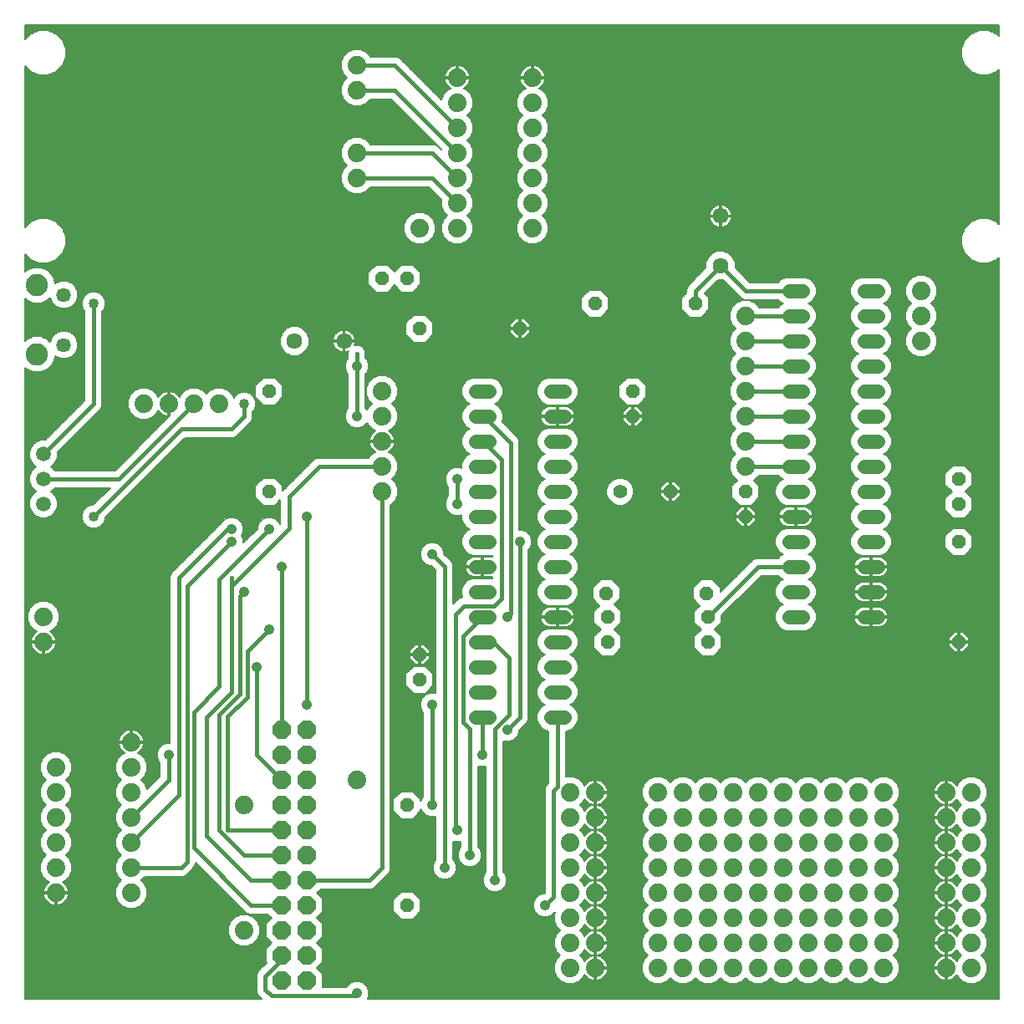
<source format=gbl>
G75*
%MOIN*%
%OFA0B0*%
%FSLAX25Y25*%
%IPPOS*%
%LPD*%
%AMOC8*
5,1,8,0,0,1.08239X$1,22.5*
%
%ADD10C,0.05600*%
%ADD11C,0.05746*%
%ADD12C,0.08858*%
%ADD13C,0.05943*%
%ADD14C,0.07400*%
%ADD15OC8,0.05600*%
%ADD16C,0.06337*%
%ADD17C,0.05600*%
%ADD18OC8,0.07400*%
%ADD19C,0.00600*%
%ADD20C,0.01600*%
%ADD21C,0.04000*%
%ADD22C,0.04165*%
D10*
X0288450Y0116300D02*
X0294050Y0116300D01*
X0294050Y0126300D02*
X0288450Y0126300D01*
X0288450Y0136300D02*
X0294050Y0136300D01*
X0294050Y0146300D02*
X0288450Y0146300D01*
X0288450Y0156300D02*
X0294050Y0156300D01*
X0294050Y0166300D02*
X0288450Y0166300D01*
X0288450Y0176300D02*
X0294050Y0176300D01*
X0294050Y0186300D02*
X0288450Y0186300D01*
X0288450Y0196300D02*
X0294050Y0196300D01*
X0294050Y0206300D02*
X0288450Y0206300D01*
X0288450Y0216300D02*
X0294050Y0216300D01*
X0294050Y0226300D02*
X0288450Y0226300D01*
X0288450Y0236300D02*
X0294050Y0236300D01*
X0294050Y0246300D02*
X0288450Y0246300D01*
X0318450Y0246300D02*
X0324050Y0246300D01*
X0324050Y0236300D02*
X0318450Y0236300D01*
X0318450Y0226300D02*
X0324050Y0226300D01*
X0324050Y0216300D02*
X0318450Y0216300D01*
X0318450Y0206300D02*
X0324050Y0206300D01*
X0324050Y0196300D02*
X0318450Y0196300D01*
X0318450Y0186300D02*
X0324050Y0186300D01*
X0324050Y0176300D02*
X0318450Y0176300D01*
X0318450Y0166300D02*
X0324050Y0166300D01*
X0324050Y0156300D02*
X0318450Y0156300D01*
X0318450Y0146300D02*
X0324050Y0146300D01*
X0324050Y0136300D02*
X0318450Y0136300D01*
X0318450Y0126300D02*
X0324050Y0126300D01*
X0324050Y0116300D02*
X0318450Y0116300D01*
X0413450Y0156300D02*
X0419050Y0156300D01*
X0419050Y0166300D02*
X0413450Y0166300D01*
X0413450Y0176300D02*
X0419050Y0176300D01*
X0419050Y0186300D02*
X0413450Y0186300D01*
X0413450Y0196300D02*
X0419050Y0196300D01*
X0419050Y0206300D02*
X0413450Y0206300D01*
X0413450Y0216300D02*
X0419050Y0216300D01*
X0419050Y0226300D02*
X0413450Y0226300D01*
X0413450Y0236300D02*
X0419050Y0236300D01*
X0419050Y0246300D02*
X0413450Y0246300D01*
X0413450Y0256300D02*
X0419050Y0256300D01*
X0419050Y0266300D02*
X0413450Y0266300D01*
X0413450Y0276300D02*
X0419050Y0276300D01*
X0419050Y0286300D02*
X0413450Y0286300D01*
X0443450Y0286300D02*
X0449050Y0286300D01*
X0449050Y0276300D02*
X0443450Y0276300D01*
X0443450Y0266300D02*
X0449050Y0266300D01*
X0449050Y0256300D02*
X0443450Y0256300D01*
X0443450Y0246300D02*
X0449050Y0246300D01*
X0449050Y0236300D02*
X0443450Y0236300D01*
X0443450Y0226300D02*
X0449050Y0226300D01*
X0449050Y0216300D02*
X0443450Y0216300D01*
X0443450Y0206300D02*
X0449050Y0206300D01*
X0449050Y0196300D02*
X0443450Y0196300D01*
X0443450Y0186300D02*
X0449050Y0186300D01*
X0449050Y0176300D02*
X0443450Y0176300D01*
X0443450Y0166300D02*
X0449050Y0166300D01*
X0449050Y0156300D02*
X0443450Y0156300D01*
D11*
X0124380Y0264800D03*
X0124380Y0284800D03*
D12*
X0113750Y0288580D03*
X0113750Y0261020D03*
D13*
X0116250Y0221143D03*
X0116250Y0211300D03*
X0116250Y0201457D03*
D14*
X0156250Y0241300D03*
X0166250Y0241300D03*
X0176250Y0241300D03*
X0186250Y0241300D03*
X0251250Y0236300D03*
X0251250Y0246300D03*
X0251250Y0226300D03*
X0251250Y0216300D03*
X0251250Y0206300D03*
X0151250Y0106300D03*
X0151250Y0096300D03*
X0151250Y0086300D03*
X0151250Y0076300D03*
X0151250Y0066300D03*
X0151250Y0056300D03*
X0151250Y0046300D03*
X0121250Y0046300D03*
X0121250Y0056300D03*
X0121250Y0066300D03*
X0121250Y0076300D03*
X0121250Y0086300D03*
X0121250Y0096300D03*
X0116250Y0146300D03*
X0116250Y0156300D03*
X0196250Y0081300D03*
X0241250Y0091300D03*
X0196250Y0031300D03*
X0326250Y0026300D03*
X0326250Y0016300D03*
X0336250Y0016300D03*
X0336250Y0026300D03*
X0336250Y0036300D03*
X0336250Y0046300D03*
X0326250Y0046300D03*
X0326250Y0036300D03*
X0326250Y0056300D03*
X0326250Y0066300D03*
X0336250Y0066300D03*
X0336250Y0056300D03*
X0336250Y0076300D03*
X0336250Y0086300D03*
X0326250Y0086300D03*
X0326250Y0076300D03*
X0361250Y0076300D03*
X0361250Y0086300D03*
X0371250Y0086300D03*
X0371250Y0076300D03*
X0381250Y0076300D03*
X0381250Y0086300D03*
X0391250Y0086300D03*
X0391250Y0076300D03*
X0401250Y0076300D03*
X0401250Y0086300D03*
X0411250Y0086300D03*
X0411250Y0076300D03*
X0421250Y0076300D03*
X0421250Y0086300D03*
X0431250Y0086300D03*
X0431250Y0076300D03*
X0441250Y0076300D03*
X0441250Y0086300D03*
X0451250Y0086300D03*
X0451250Y0076300D03*
X0451250Y0066300D03*
X0451250Y0056300D03*
X0441250Y0056300D03*
X0441250Y0066300D03*
X0431250Y0066300D03*
X0431250Y0056300D03*
X0421250Y0056300D03*
X0421250Y0066300D03*
X0411250Y0066300D03*
X0411250Y0056300D03*
X0401250Y0056300D03*
X0401250Y0066300D03*
X0391250Y0066300D03*
X0391250Y0056300D03*
X0381250Y0056300D03*
X0381250Y0066300D03*
X0371250Y0066300D03*
X0371250Y0056300D03*
X0361250Y0056300D03*
X0361250Y0066300D03*
X0361250Y0046300D03*
X0361250Y0036300D03*
X0371250Y0036300D03*
X0371250Y0046300D03*
X0381250Y0046300D03*
X0381250Y0036300D03*
X0391250Y0036300D03*
X0391250Y0046300D03*
X0401250Y0046300D03*
X0401250Y0036300D03*
X0411250Y0036300D03*
X0411250Y0046300D03*
X0421250Y0046300D03*
X0421250Y0036300D03*
X0431250Y0036300D03*
X0431250Y0046300D03*
X0441250Y0046300D03*
X0441250Y0036300D03*
X0451250Y0036300D03*
X0451250Y0046300D03*
X0451250Y0026300D03*
X0451250Y0016300D03*
X0441250Y0016300D03*
X0441250Y0026300D03*
X0431250Y0026300D03*
X0431250Y0016300D03*
X0421250Y0016300D03*
X0421250Y0026300D03*
X0411250Y0026300D03*
X0411250Y0016300D03*
X0401250Y0016300D03*
X0401250Y0026300D03*
X0391250Y0026300D03*
X0391250Y0016300D03*
X0381250Y0016300D03*
X0381250Y0026300D03*
X0371250Y0026300D03*
X0371250Y0016300D03*
X0361250Y0016300D03*
X0361250Y0026300D03*
X0476250Y0026300D03*
X0476250Y0016300D03*
X0486250Y0016300D03*
X0486250Y0026300D03*
X0486250Y0036300D03*
X0486250Y0046300D03*
X0476250Y0046300D03*
X0476250Y0036300D03*
X0476250Y0056300D03*
X0476250Y0066300D03*
X0486250Y0066300D03*
X0486250Y0056300D03*
X0486250Y0076300D03*
X0486250Y0086300D03*
X0476250Y0086300D03*
X0476250Y0076300D03*
X0396250Y0216300D03*
X0396250Y0226300D03*
X0396250Y0236300D03*
X0396250Y0246300D03*
X0396250Y0256300D03*
X0396250Y0266300D03*
X0396250Y0276300D03*
X0466250Y0276300D03*
X0466250Y0266300D03*
X0466250Y0286300D03*
X0311250Y0311300D03*
X0311250Y0321300D03*
X0311250Y0331300D03*
X0311250Y0341300D03*
X0311250Y0351300D03*
X0311250Y0361300D03*
X0311250Y0371300D03*
X0281250Y0371300D03*
X0281250Y0361300D03*
X0281250Y0351300D03*
X0281250Y0341300D03*
X0281250Y0331300D03*
X0281250Y0321300D03*
X0281250Y0311300D03*
X0266250Y0311300D03*
X0241250Y0331300D03*
X0241250Y0341300D03*
X0241250Y0366300D03*
X0241250Y0376300D03*
D15*
X0251250Y0291300D03*
X0261250Y0291300D03*
X0266250Y0271300D03*
X0306250Y0271300D03*
X0336250Y0281300D03*
X0376250Y0281300D03*
X0351250Y0246300D03*
X0351250Y0236300D03*
X0366250Y0206300D03*
X0396250Y0206300D03*
X0396250Y0196300D03*
X0380750Y0165800D03*
X0381250Y0156300D03*
X0381250Y0146300D03*
X0341250Y0146300D03*
X0341250Y0156300D03*
X0340750Y0165800D03*
X0266250Y0141300D03*
X0266250Y0131300D03*
X0261250Y0081300D03*
X0261250Y0041300D03*
X0206250Y0206300D03*
X0206250Y0246300D03*
X0481250Y0211300D03*
X0481250Y0201300D03*
X0481250Y0186300D03*
X0481250Y0146300D03*
D16*
X0386250Y0296457D03*
X0386250Y0316143D03*
X0236093Y0266300D03*
X0216407Y0266300D03*
D17*
X0346250Y0206300D03*
D18*
X0221250Y0111300D03*
X0221250Y0101300D03*
X0211250Y0101300D03*
X0211250Y0111300D03*
X0211250Y0091300D03*
X0211250Y0081300D03*
X0221250Y0081300D03*
X0221250Y0091300D03*
X0221250Y0071300D03*
X0221250Y0061300D03*
X0211250Y0061300D03*
X0211250Y0071300D03*
X0211250Y0051300D03*
X0211250Y0041300D03*
X0221250Y0041300D03*
X0221250Y0051300D03*
X0221250Y0031300D03*
X0221250Y0021300D03*
X0211250Y0021300D03*
X0211250Y0031300D03*
X0211250Y0011300D03*
X0221250Y0011300D03*
D19*
X0108950Y0004000D02*
X0108950Y0255738D01*
X0109712Y0254977D01*
X0112332Y0253891D01*
X0115168Y0253891D01*
X0117788Y0254977D01*
X0119794Y0256982D01*
X0120879Y0259602D01*
X0120879Y0260419D01*
X0121223Y0260075D01*
X0123271Y0259227D01*
X0125489Y0259227D01*
X0127537Y0260075D01*
X0129105Y0261643D01*
X0129953Y0263691D01*
X0129953Y0265909D01*
X0129105Y0267957D01*
X0127537Y0269525D01*
X0125489Y0270373D01*
X0123271Y0270373D01*
X0121223Y0269525D01*
X0119655Y0267957D01*
X0118847Y0266006D01*
X0117788Y0267064D01*
X0115168Y0268150D01*
X0112332Y0268150D01*
X0109712Y0267064D01*
X0108950Y0266303D01*
X0108950Y0283297D01*
X0109712Y0282536D01*
X0112332Y0281450D01*
X0115168Y0281450D01*
X0117788Y0282536D01*
X0118847Y0283594D01*
X0119655Y0281643D01*
X0121223Y0280075D01*
X0123271Y0279227D01*
X0125489Y0279227D01*
X0127537Y0280075D01*
X0129105Y0281643D01*
X0129953Y0283691D01*
X0129953Y0285909D01*
X0129105Y0287957D01*
X0127537Y0289525D01*
X0125489Y0290373D01*
X0123271Y0290373D01*
X0121223Y0289525D01*
X0120879Y0289181D01*
X0120879Y0289998D01*
X0119794Y0292618D01*
X0117788Y0294623D01*
X0115168Y0295709D01*
X0112332Y0295709D01*
X0109712Y0294623D01*
X0108950Y0293862D01*
X0108950Y0300943D01*
X0111180Y0298713D01*
X0114470Y0297350D01*
X0118030Y0297350D01*
X0121320Y0298713D01*
X0123837Y0301230D01*
X0125200Y0304520D01*
X0125200Y0308080D01*
X0123837Y0311370D01*
X0121320Y0313887D01*
X0118030Y0315250D01*
X0114470Y0315250D01*
X0111180Y0313887D01*
X0108950Y0311657D01*
X0108950Y0375943D01*
X0111180Y0373713D01*
X0114470Y0372350D01*
X0118030Y0372350D01*
X0121320Y0373713D01*
X0123837Y0376230D01*
X0125200Y0379520D01*
X0125200Y0383080D01*
X0123837Y0386370D01*
X0121320Y0388887D01*
X0118030Y0390250D01*
X0114470Y0390250D01*
X0111180Y0388887D01*
X0108950Y0386657D01*
X0108950Y0392301D01*
X0497251Y0392301D01*
X0497251Y0387956D01*
X0496320Y0388887D01*
X0493030Y0390250D01*
X0489470Y0390250D01*
X0486180Y0388887D01*
X0483663Y0386370D01*
X0482300Y0383080D01*
X0482300Y0379520D01*
X0483663Y0376230D01*
X0486180Y0373713D01*
X0489470Y0372350D01*
X0493030Y0372350D01*
X0496320Y0373713D01*
X0497251Y0374644D01*
X0497251Y0312956D01*
X0496320Y0313887D01*
X0493030Y0315250D01*
X0489470Y0315250D01*
X0486180Y0313887D01*
X0483663Y0311370D01*
X0482300Y0308080D01*
X0482300Y0304520D01*
X0483663Y0301230D01*
X0486180Y0298713D01*
X0489470Y0297350D01*
X0493030Y0297350D01*
X0496320Y0298713D01*
X0497251Y0299644D01*
X0497251Y0004000D01*
X0245474Y0004000D01*
X0246033Y0005349D01*
X0246033Y0007251D01*
X0245305Y0009009D01*
X0243959Y0010355D01*
X0242201Y0011083D01*
X0240299Y0011083D01*
X0238541Y0010355D01*
X0237195Y0009009D01*
X0237067Y0008700D01*
X0227650Y0008700D01*
X0227650Y0013951D01*
X0225301Y0016300D01*
X0227650Y0018649D01*
X0227650Y0023951D01*
X0225301Y0026300D01*
X0227650Y0028649D01*
X0227650Y0033951D01*
X0225301Y0036300D01*
X0227650Y0038649D01*
X0227650Y0043951D01*
X0225301Y0046300D01*
X0226801Y0047800D01*
X0246946Y0047800D01*
X0248233Y0048333D01*
X0249217Y0049317D01*
X0254217Y0054317D01*
X0254750Y0055604D01*
X0254750Y0200822D01*
X0254875Y0200874D01*
X0256676Y0202675D01*
X0257650Y0205027D01*
X0257650Y0207573D01*
X0256676Y0209925D01*
X0255301Y0211300D01*
X0256676Y0212675D01*
X0257650Y0215027D01*
X0257650Y0217573D01*
X0256676Y0219925D01*
X0254875Y0221726D01*
X0253974Y0222099D01*
X0254507Y0222486D01*
X0255064Y0223043D01*
X0255526Y0223679D01*
X0255884Y0224381D01*
X0256127Y0225129D01*
X0256250Y0225906D01*
X0256250Y0226000D01*
X0251550Y0226000D01*
X0251550Y0226600D01*
X0256250Y0226600D01*
X0256250Y0226694D01*
X0256127Y0227471D01*
X0255884Y0228219D01*
X0255526Y0228921D01*
X0255064Y0229557D01*
X0254507Y0230114D01*
X0253974Y0230501D01*
X0254875Y0230874D01*
X0256676Y0232675D01*
X0257650Y0235027D01*
X0257650Y0237573D01*
X0256676Y0239925D01*
X0255301Y0241300D01*
X0256676Y0242675D01*
X0257650Y0245027D01*
X0257650Y0247573D01*
X0256676Y0249925D01*
X0254875Y0251726D01*
X0252523Y0252700D01*
X0249977Y0252700D01*
X0247625Y0251726D01*
X0245824Y0249925D01*
X0244850Y0247573D01*
X0244850Y0245027D01*
X0245824Y0242675D01*
X0247199Y0241300D01*
X0245824Y0239925D01*
X0245375Y0238840D01*
X0245305Y0239009D01*
X0244750Y0239564D01*
X0244750Y0253036D01*
X0245305Y0253591D01*
X0246033Y0255349D01*
X0246033Y0257251D01*
X0245305Y0259009D01*
X0244750Y0259564D01*
X0244750Y0261996D01*
X0244217Y0263283D01*
X0243233Y0264267D01*
X0241946Y0264800D01*
X0240554Y0264800D01*
X0240265Y0264680D01*
X0240451Y0265254D01*
X0240561Y0265948D01*
X0240561Y0266000D01*
X0236393Y0266000D01*
X0236393Y0266600D01*
X0240561Y0266600D01*
X0240561Y0266652D01*
X0240451Y0267346D01*
X0240234Y0268015D01*
X0239914Y0268642D01*
X0239501Y0269211D01*
X0239004Y0269708D01*
X0238435Y0270122D01*
X0237808Y0270441D01*
X0237139Y0270658D01*
X0236444Y0270768D01*
X0236392Y0270768D01*
X0236392Y0266600D01*
X0235793Y0266600D01*
X0235793Y0270768D01*
X0235741Y0270768D01*
X0235046Y0270658D01*
X0234377Y0270441D01*
X0233751Y0270122D01*
X0233181Y0269708D01*
X0232684Y0269211D01*
X0232271Y0268642D01*
X0231951Y0268015D01*
X0231734Y0267346D01*
X0231624Y0266652D01*
X0231624Y0266600D01*
X0235792Y0266600D01*
X0235792Y0266000D01*
X0231624Y0266000D01*
X0231624Y0265948D01*
X0231734Y0265254D01*
X0231951Y0264585D01*
X0232271Y0263958D01*
X0232684Y0263389D01*
X0233181Y0262892D01*
X0233751Y0262478D01*
X0234377Y0262159D01*
X0235046Y0261942D01*
X0235741Y0261831D01*
X0235793Y0261831D01*
X0235793Y0266000D01*
X0236392Y0266000D01*
X0236392Y0261831D01*
X0236444Y0261831D01*
X0237139Y0261942D01*
X0237808Y0262159D01*
X0237820Y0262165D01*
X0237750Y0261996D01*
X0237750Y0259564D01*
X0237195Y0259009D01*
X0236467Y0257251D01*
X0236467Y0255349D01*
X0237195Y0253591D01*
X0237750Y0253036D01*
X0237750Y0239564D01*
X0237195Y0239009D01*
X0236467Y0237251D01*
X0236467Y0235349D01*
X0237195Y0233591D01*
X0238541Y0232245D01*
X0240299Y0231517D01*
X0242201Y0231517D01*
X0243959Y0232245D01*
X0245305Y0233591D01*
X0245375Y0233760D01*
X0245824Y0232675D01*
X0247625Y0230874D01*
X0248526Y0230501D01*
X0247993Y0230114D01*
X0247436Y0229557D01*
X0246974Y0228921D01*
X0246616Y0228219D01*
X0246373Y0227471D01*
X0246250Y0226694D01*
X0246250Y0226600D01*
X0250950Y0226600D01*
X0250950Y0226000D01*
X0246250Y0226000D01*
X0246250Y0225906D01*
X0246373Y0225129D01*
X0246616Y0224381D01*
X0246974Y0223679D01*
X0247436Y0223043D01*
X0247993Y0222486D01*
X0248526Y0222099D01*
X0247625Y0221726D01*
X0245824Y0219925D01*
X0245772Y0219800D01*
X0225554Y0219800D01*
X0224267Y0219267D01*
X0223283Y0218283D01*
X0212156Y0207156D01*
X0211750Y0206750D01*
X0211750Y0208578D01*
X0208528Y0211800D01*
X0203972Y0211800D01*
X0200750Y0208578D01*
X0200750Y0204022D01*
X0203972Y0200800D01*
X0208528Y0200800D01*
X0210639Y0202911D01*
X0210639Y0193239D01*
X0210628Y0193228D01*
X0210305Y0194009D01*
X0208959Y0195355D01*
X0207201Y0196083D01*
X0205299Y0196083D01*
X0203541Y0195355D01*
X0202195Y0194009D01*
X0201467Y0192251D01*
X0201467Y0191467D01*
X0196033Y0186032D01*
X0196033Y0187251D01*
X0195391Y0188800D01*
X0196033Y0190349D01*
X0196033Y0192251D01*
X0195305Y0194009D01*
X0193959Y0195355D01*
X0192201Y0196083D01*
X0190299Y0196083D01*
X0188541Y0195355D01*
X0187195Y0194009D01*
X0187034Y0193619D01*
X0168267Y0174853D01*
X0167283Y0173868D01*
X0166750Y0172582D01*
X0166750Y0106083D01*
X0165299Y0106083D01*
X0163541Y0105355D01*
X0162195Y0104009D01*
X0161467Y0102251D01*
X0161467Y0100349D01*
X0162195Y0098591D01*
X0162750Y0098036D01*
X0162750Y0092750D01*
X0157628Y0087627D01*
X0156676Y0089925D01*
X0155301Y0091300D01*
X0156676Y0092675D01*
X0157650Y0095027D01*
X0157650Y0097573D01*
X0156676Y0099925D01*
X0154875Y0101726D01*
X0153974Y0102099D01*
X0154507Y0102486D01*
X0155064Y0103043D01*
X0155526Y0103679D01*
X0155884Y0104381D01*
X0156127Y0105129D01*
X0156250Y0105906D01*
X0156250Y0106000D01*
X0151550Y0106000D01*
X0151550Y0106600D01*
X0150950Y0106600D01*
X0150950Y0111300D01*
X0150856Y0111300D01*
X0150079Y0111177D01*
X0149331Y0110934D01*
X0148629Y0110576D01*
X0147993Y0110114D01*
X0147436Y0109557D01*
X0146974Y0108921D01*
X0146616Y0108219D01*
X0146373Y0107471D01*
X0146250Y0106694D01*
X0146250Y0106600D01*
X0150950Y0106600D01*
X0150950Y0106000D01*
X0146250Y0106000D01*
X0146250Y0105906D01*
X0146373Y0105129D01*
X0146616Y0104381D01*
X0146974Y0103679D01*
X0147436Y0103043D01*
X0147993Y0102486D01*
X0148526Y0102099D01*
X0147625Y0101726D01*
X0145824Y0099925D01*
X0144850Y0097573D01*
X0144850Y0095027D01*
X0145824Y0092675D01*
X0147199Y0091300D01*
X0145824Y0089925D01*
X0144850Y0087573D01*
X0144850Y0085027D01*
X0145824Y0082675D01*
X0147199Y0081300D01*
X0145824Y0079925D01*
X0144850Y0077573D01*
X0144850Y0075027D01*
X0145824Y0072675D01*
X0147199Y0071300D01*
X0145824Y0069925D01*
X0144850Y0067573D01*
X0144850Y0065027D01*
X0145824Y0062675D01*
X0147199Y0061300D01*
X0145824Y0059925D01*
X0144850Y0057573D01*
X0144850Y0055027D01*
X0145824Y0052675D01*
X0147199Y0051300D01*
X0145824Y0049925D01*
X0144850Y0047573D01*
X0144850Y0045027D01*
X0145824Y0042675D01*
X0147625Y0040874D01*
X0149977Y0039900D01*
X0152523Y0039900D01*
X0154875Y0040874D01*
X0156676Y0042675D01*
X0157650Y0045027D01*
X0157650Y0047573D01*
X0156676Y0049925D01*
X0155301Y0051300D01*
X0156676Y0052675D01*
X0156728Y0052800D01*
X0171946Y0052800D01*
X0173233Y0053333D01*
X0175433Y0055533D01*
X0176417Y0056517D01*
X0176950Y0057804D01*
X0176950Y0058438D01*
X0197055Y0038333D01*
X0198341Y0037800D01*
X0205699Y0037800D01*
X0207199Y0036300D01*
X0204850Y0033951D01*
X0204850Y0028649D01*
X0207199Y0026300D01*
X0204850Y0023951D01*
X0204850Y0018649D01*
X0205143Y0018356D01*
X0201683Y0014895D01*
X0201150Y0013609D01*
X0201150Y0006991D01*
X0201683Y0005705D01*
X0202667Y0004720D01*
X0203388Y0004000D01*
X0108950Y0004000D01*
X0108950Y0004293D02*
X0203095Y0004293D01*
X0202497Y0004891D02*
X0108950Y0004891D01*
X0108950Y0005490D02*
X0201898Y0005490D01*
X0201524Y0006088D02*
X0108950Y0006088D01*
X0108950Y0006687D02*
X0201276Y0006687D01*
X0201150Y0007285D02*
X0108950Y0007285D01*
X0108950Y0007884D02*
X0201150Y0007884D01*
X0201150Y0008482D02*
X0108950Y0008482D01*
X0108950Y0009081D02*
X0201150Y0009081D01*
X0201150Y0009679D02*
X0108950Y0009679D01*
X0108950Y0010278D02*
X0201150Y0010278D01*
X0201150Y0010876D02*
X0108950Y0010876D01*
X0108950Y0011475D02*
X0201150Y0011475D01*
X0201150Y0012073D02*
X0108950Y0012073D01*
X0108950Y0012672D02*
X0201150Y0012672D01*
X0201150Y0013270D02*
X0108950Y0013270D01*
X0108950Y0013869D02*
X0201258Y0013869D01*
X0201506Y0014467D02*
X0108950Y0014467D01*
X0108950Y0015066D02*
X0201854Y0015066D01*
X0202452Y0015664D02*
X0108950Y0015664D01*
X0108950Y0016263D02*
X0203051Y0016263D01*
X0203649Y0016861D02*
X0108950Y0016861D01*
X0108950Y0017460D02*
X0204248Y0017460D01*
X0204846Y0018058D02*
X0108950Y0018058D01*
X0108950Y0018657D02*
X0204850Y0018657D01*
X0204850Y0019255D02*
X0108950Y0019255D01*
X0108950Y0019854D02*
X0204850Y0019854D01*
X0204850Y0020452D02*
X0108950Y0020452D01*
X0108950Y0021051D02*
X0204850Y0021051D01*
X0204850Y0021649D02*
X0108950Y0021649D01*
X0108950Y0022248D02*
X0204850Y0022248D01*
X0204850Y0022846D02*
X0108950Y0022846D01*
X0108950Y0023445D02*
X0204850Y0023445D01*
X0204942Y0024043D02*
X0108950Y0024043D01*
X0108950Y0024642D02*
X0205541Y0024642D01*
X0206140Y0025240D02*
X0198345Y0025240D01*
X0197523Y0024900D02*
X0199875Y0025874D01*
X0201676Y0027675D01*
X0202650Y0030027D01*
X0202650Y0032573D01*
X0201676Y0034925D01*
X0199875Y0036726D01*
X0197523Y0037700D01*
X0194977Y0037700D01*
X0192625Y0036726D01*
X0190824Y0034925D01*
X0189850Y0032573D01*
X0189850Y0030027D01*
X0190824Y0027675D01*
X0192625Y0025874D01*
X0194977Y0024900D01*
X0197523Y0024900D01*
X0199790Y0025839D02*
X0206738Y0025839D01*
X0207062Y0026437D02*
X0200438Y0026437D01*
X0201037Y0027036D02*
X0206463Y0027036D01*
X0205865Y0027634D02*
X0201635Y0027634D01*
X0201907Y0028233D02*
X0205266Y0028233D01*
X0204850Y0028832D02*
X0202155Y0028832D01*
X0202403Y0029430D02*
X0204850Y0029430D01*
X0204850Y0030029D02*
X0202650Y0030029D01*
X0202650Y0030627D02*
X0204850Y0030627D01*
X0204850Y0031226D02*
X0202650Y0031226D01*
X0202650Y0031824D02*
X0204850Y0031824D01*
X0204850Y0032423D02*
X0202650Y0032423D01*
X0202464Y0033021D02*
X0204850Y0033021D01*
X0204850Y0033620D02*
X0202216Y0033620D01*
X0201969Y0034218D02*
X0205117Y0034218D01*
X0205716Y0034817D02*
X0201721Y0034817D01*
X0201186Y0035415D02*
X0206314Y0035415D01*
X0206913Y0036014D02*
X0200587Y0036014D01*
X0199989Y0036612D02*
X0206887Y0036612D01*
X0206288Y0037211D02*
X0198704Y0037211D01*
X0198319Y0037809D02*
X0108950Y0037809D01*
X0108950Y0037211D02*
X0193796Y0037211D01*
X0192511Y0036612D02*
X0108950Y0036612D01*
X0108950Y0036014D02*
X0191913Y0036014D01*
X0191314Y0035415D02*
X0108950Y0035415D01*
X0108950Y0034817D02*
X0190779Y0034817D01*
X0190531Y0034218D02*
X0108950Y0034218D01*
X0108950Y0033620D02*
X0190284Y0033620D01*
X0190036Y0033021D02*
X0108950Y0033021D01*
X0108950Y0032423D02*
X0189850Y0032423D01*
X0189850Y0031824D02*
X0108950Y0031824D01*
X0108950Y0031226D02*
X0189850Y0031226D01*
X0189850Y0030627D02*
X0108950Y0030627D01*
X0108950Y0030029D02*
X0189850Y0030029D01*
X0190097Y0029430D02*
X0108950Y0029430D01*
X0108950Y0028832D02*
X0190345Y0028832D01*
X0190593Y0028233D02*
X0108950Y0028233D01*
X0108950Y0027634D02*
X0190865Y0027634D01*
X0191463Y0027036D02*
X0108950Y0027036D01*
X0108950Y0026437D02*
X0192062Y0026437D01*
X0192710Y0025839D02*
X0108950Y0025839D01*
X0108950Y0025240D02*
X0194155Y0025240D01*
X0196980Y0038408D02*
X0108950Y0038408D01*
X0108950Y0039006D02*
X0196382Y0039006D01*
X0195783Y0039605D02*
X0108950Y0039605D01*
X0108950Y0040203D02*
X0149245Y0040203D01*
X0147800Y0040802D02*
X0108950Y0040802D01*
X0108950Y0041400D02*
X0120223Y0041400D01*
X0120079Y0041423D02*
X0120856Y0041300D01*
X0120950Y0041300D01*
X0120950Y0046000D01*
X0116250Y0046000D01*
X0116250Y0045906D01*
X0116373Y0045129D01*
X0116616Y0044381D01*
X0116974Y0043679D01*
X0117436Y0043043D01*
X0117993Y0042486D01*
X0118629Y0042024D01*
X0119331Y0041666D01*
X0120079Y0041423D01*
X0120950Y0041400D02*
X0121550Y0041400D01*
X0121550Y0041300D02*
X0121644Y0041300D01*
X0122421Y0041423D01*
X0123169Y0041666D01*
X0123871Y0042024D01*
X0124507Y0042486D01*
X0125064Y0043043D01*
X0125526Y0043679D01*
X0125884Y0044381D01*
X0126127Y0045129D01*
X0126250Y0045906D01*
X0126250Y0046000D01*
X0121550Y0046000D01*
X0121550Y0046600D01*
X0126250Y0046600D01*
X0126250Y0046694D01*
X0126127Y0047471D01*
X0125884Y0048219D01*
X0125526Y0048921D01*
X0125064Y0049557D01*
X0124507Y0050114D01*
X0123974Y0050501D01*
X0124875Y0050874D01*
X0126676Y0052675D01*
X0127650Y0055027D01*
X0127650Y0057573D01*
X0126676Y0059925D01*
X0125301Y0061300D01*
X0126676Y0062675D01*
X0127650Y0065027D01*
X0127650Y0067573D01*
X0126676Y0069925D01*
X0125301Y0071300D01*
X0126676Y0072675D01*
X0127650Y0075027D01*
X0127650Y0077573D01*
X0126676Y0079925D01*
X0125301Y0081300D01*
X0126676Y0082675D01*
X0127650Y0085027D01*
X0127650Y0087573D01*
X0126676Y0089925D01*
X0125301Y0091300D01*
X0126676Y0092675D01*
X0127650Y0095027D01*
X0127650Y0097573D01*
X0126676Y0099925D01*
X0124875Y0101726D01*
X0122523Y0102700D01*
X0119977Y0102700D01*
X0117625Y0101726D01*
X0115824Y0099925D01*
X0114850Y0097573D01*
X0114850Y0095027D01*
X0115824Y0092675D01*
X0117199Y0091300D01*
X0115824Y0089925D01*
X0114850Y0087573D01*
X0114850Y0085027D01*
X0115824Y0082675D01*
X0117199Y0081300D01*
X0115824Y0079925D01*
X0114850Y0077573D01*
X0114850Y0075027D01*
X0115824Y0072675D01*
X0117199Y0071300D01*
X0115824Y0069925D01*
X0114850Y0067573D01*
X0114850Y0065027D01*
X0115824Y0062675D01*
X0117199Y0061300D01*
X0115824Y0059925D01*
X0114850Y0057573D01*
X0114850Y0055027D01*
X0115824Y0052675D01*
X0117625Y0050874D01*
X0118526Y0050501D01*
X0117993Y0050114D01*
X0117436Y0049557D01*
X0116974Y0048921D01*
X0116616Y0048219D01*
X0116373Y0047471D01*
X0116250Y0046694D01*
X0116250Y0046600D01*
X0120950Y0046600D01*
X0120950Y0046000D01*
X0121550Y0046000D01*
X0121550Y0041300D01*
X0121550Y0041999D02*
X0120950Y0041999D01*
X0120950Y0042597D02*
X0121550Y0042597D01*
X0121550Y0043196D02*
X0120950Y0043196D01*
X0120950Y0043794D02*
X0121550Y0043794D01*
X0121550Y0044393D02*
X0120950Y0044393D01*
X0120950Y0044991D02*
X0121550Y0044991D01*
X0121550Y0045590D02*
X0120950Y0045590D01*
X0120950Y0046188D02*
X0108950Y0046188D01*
X0108950Y0045590D02*
X0116300Y0045590D01*
X0116418Y0044991D02*
X0108950Y0044991D01*
X0108950Y0044393D02*
X0116612Y0044393D01*
X0116915Y0043794D02*
X0108950Y0043794D01*
X0108950Y0043196D02*
X0117325Y0043196D01*
X0117882Y0042597D02*
X0108950Y0042597D01*
X0108950Y0041999D02*
X0118678Y0041999D01*
X0122277Y0041400D02*
X0147099Y0041400D01*
X0146500Y0041999D02*
X0123822Y0041999D01*
X0124618Y0042597D02*
X0145902Y0042597D01*
X0145608Y0043196D02*
X0125175Y0043196D01*
X0125585Y0043794D02*
X0145361Y0043794D01*
X0145113Y0044393D02*
X0125888Y0044393D01*
X0126082Y0044991D02*
X0144865Y0044991D01*
X0144850Y0045590D02*
X0126200Y0045590D01*
X0126235Y0046787D02*
X0144850Y0046787D01*
X0144850Y0047385D02*
X0126140Y0047385D01*
X0125960Y0047984D02*
X0145020Y0047984D01*
X0145268Y0048582D02*
X0125699Y0048582D01*
X0125337Y0049181D02*
X0145516Y0049181D01*
X0145764Y0049779D02*
X0124842Y0049779D01*
X0124144Y0050378D02*
X0146277Y0050378D01*
X0146875Y0050976D02*
X0124977Y0050976D01*
X0125576Y0051575D02*
X0146924Y0051575D01*
X0146326Y0052173D02*
X0126174Y0052173D01*
X0126716Y0052772D02*
X0145784Y0052772D01*
X0145536Y0053370D02*
X0126964Y0053370D01*
X0127212Y0053969D02*
X0145288Y0053969D01*
X0145040Y0054568D02*
X0127460Y0054568D01*
X0127650Y0055166D02*
X0144850Y0055166D01*
X0144850Y0055765D02*
X0127650Y0055765D01*
X0127650Y0056363D02*
X0144850Y0056363D01*
X0144850Y0056962D02*
X0127650Y0056962D01*
X0127650Y0057560D02*
X0144850Y0057560D01*
X0145093Y0058159D02*
X0127407Y0058159D01*
X0127160Y0058757D02*
X0145340Y0058757D01*
X0145588Y0059356D02*
X0126912Y0059356D01*
X0126647Y0059954D02*
X0145853Y0059954D01*
X0146452Y0060553D02*
X0126048Y0060553D01*
X0125450Y0061151D02*
X0147050Y0061151D01*
X0146749Y0061750D02*
X0125751Y0061750D01*
X0126349Y0062348D02*
X0146151Y0062348D01*
X0145712Y0062947D02*
X0126788Y0062947D01*
X0127036Y0063545D02*
X0145464Y0063545D01*
X0145216Y0064144D02*
X0127284Y0064144D01*
X0127532Y0064742D02*
X0144968Y0064742D01*
X0144850Y0065341D02*
X0127650Y0065341D01*
X0127650Y0065939D02*
X0144850Y0065939D01*
X0144850Y0066538D02*
X0127650Y0066538D01*
X0127650Y0067136D02*
X0144850Y0067136D01*
X0144917Y0067735D02*
X0127583Y0067735D01*
X0127335Y0068333D02*
X0145165Y0068333D01*
X0145413Y0068932D02*
X0127087Y0068932D01*
X0126839Y0069530D02*
X0145661Y0069530D01*
X0146028Y0070129D02*
X0126472Y0070129D01*
X0125874Y0070727D02*
X0146626Y0070727D01*
X0147173Y0071326D02*
X0125327Y0071326D01*
X0125925Y0071924D02*
X0146575Y0071924D01*
X0145976Y0072523D02*
X0126524Y0072523D01*
X0126861Y0073121D02*
X0145639Y0073121D01*
X0145391Y0073720D02*
X0127109Y0073720D01*
X0127356Y0074318D02*
X0145143Y0074318D01*
X0144896Y0074917D02*
X0127604Y0074917D01*
X0127650Y0075515D02*
X0144850Y0075515D01*
X0144850Y0076114D02*
X0127650Y0076114D01*
X0127650Y0076712D02*
X0144850Y0076712D01*
X0144850Y0077311D02*
X0127650Y0077311D01*
X0127511Y0077909D02*
X0144989Y0077909D01*
X0145237Y0078508D02*
X0127263Y0078508D01*
X0127015Y0079106D02*
X0145485Y0079106D01*
X0145733Y0079705D02*
X0126767Y0079705D01*
X0126297Y0080303D02*
X0146203Y0080303D01*
X0146801Y0080902D02*
X0125699Y0080902D01*
X0125501Y0081501D02*
X0146998Y0081501D01*
X0146400Y0082099D02*
X0126100Y0082099D01*
X0126685Y0082698D02*
X0145815Y0082698D01*
X0145567Y0083296D02*
X0126933Y0083296D01*
X0127181Y0083895D02*
X0145319Y0083895D01*
X0145071Y0084493D02*
X0127429Y0084493D01*
X0127650Y0085092D02*
X0144850Y0085092D01*
X0144850Y0085690D02*
X0127650Y0085690D01*
X0127650Y0086289D02*
X0144850Y0086289D01*
X0144850Y0086887D02*
X0127650Y0086887D01*
X0127650Y0087486D02*
X0144850Y0087486D01*
X0145062Y0088084D02*
X0127438Y0088084D01*
X0127190Y0088683D02*
X0145310Y0088683D01*
X0145558Y0089281D02*
X0126942Y0089281D01*
X0126695Y0089880D02*
X0145805Y0089880D01*
X0146377Y0090478D02*
X0126123Y0090478D01*
X0125524Y0091077D02*
X0146976Y0091077D01*
X0146824Y0091675D02*
X0125676Y0091675D01*
X0126275Y0092274D02*
X0146225Y0092274D01*
X0145743Y0092872D02*
X0126757Y0092872D01*
X0127005Y0093471D02*
X0145495Y0093471D01*
X0145247Y0094069D02*
X0127253Y0094069D01*
X0127501Y0094668D02*
X0144999Y0094668D01*
X0144850Y0095266D02*
X0127650Y0095266D01*
X0127650Y0095865D02*
X0144850Y0095865D01*
X0144850Y0096463D02*
X0127650Y0096463D01*
X0127650Y0097062D02*
X0144850Y0097062D01*
X0144886Y0097660D02*
X0127614Y0097660D01*
X0127366Y0098259D02*
X0145134Y0098259D01*
X0145382Y0098857D02*
X0127118Y0098857D01*
X0126870Y0099456D02*
X0145630Y0099456D01*
X0145953Y0100054D02*
X0126547Y0100054D01*
X0125948Y0100653D02*
X0146552Y0100653D01*
X0147150Y0101251D02*
X0125350Y0101251D01*
X0124575Y0101850D02*
X0147925Y0101850D01*
X0148045Y0102448D02*
X0123130Y0102448D01*
X0119370Y0102448D02*
X0108950Y0102448D01*
X0108950Y0101850D02*
X0117925Y0101850D01*
X0117150Y0101251D02*
X0108950Y0101251D01*
X0108950Y0100653D02*
X0116552Y0100653D01*
X0115953Y0100054D02*
X0108950Y0100054D01*
X0108950Y0099456D02*
X0115630Y0099456D01*
X0115382Y0098857D02*
X0108950Y0098857D01*
X0108950Y0098259D02*
X0115134Y0098259D01*
X0114886Y0097660D02*
X0108950Y0097660D01*
X0108950Y0097062D02*
X0114850Y0097062D01*
X0114850Y0096463D02*
X0108950Y0096463D01*
X0108950Y0095865D02*
X0114850Y0095865D01*
X0114850Y0095266D02*
X0108950Y0095266D01*
X0108950Y0094668D02*
X0114999Y0094668D01*
X0115247Y0094069D02*
X0108950Y0094069D01*
X0108950Y0093471D02*
X0115495Y0093471D01*
X0115743Y0092872D02*
X0108950Y0092872D01*
X0108950Y0092274D02*
X0116225Y0092274D01*
X0116824Y0091675D02*
X0108950Y0091675D01*
X0108950Y0091077D02*
X0116976Y0091077D01*
X0116377Y0090478D02*
X0108950Y0090478D01*
X0108950Y0089880D02*
X0115805Y0089880D01*
X0115558Y0089281D02*
X0108950Y0089281D01*
X0108950Y0088683D02*
X0115310Y0088683D01*
X0115062Y0088084D02*
X0108950Y0088084D01*
X0108950Y0087486D02*
X0114850Y0087486D01*
X0114850Y0086887D02*
X0108950Y0086887D01*
X0108950Y0086289D02*
X0114850Y0086289D01*
X0114850Y0085690D02*
X0108950Y0085690D01*
X0108950Y0085092D02*
X0114850Y0085092D01*
X0115071Y0084493D02*
X0108950Y0084493D01*
X0108950Y0083895D02*
X0115319Y0083895D01*
X0115567Y0083296D02*
X0108950Y0083296D01*
X0108950Y0082698D02*
X0115815Y0082698D01*
X0116400Y0082099D02*
X0108950Y0082099D01*
X0108950Y0081501D02*
X0116998Y0081501D01*
X0116801Y0080902D02*
X0108950Y0080902D01*
X0108950Y0080303D02*
X0116203Y0080303D01*
X0115733Y0079705D02*
X0108950Y0079705D01*
X0108950Y0079106D02*
X0115485Y0079106D01*
X0115237Y0078508D02*
X0108950Y0078508D01*
X0108950Y0077909D02*
X0114989Y0077909D01*
X0114850Y0077311D02*
X0108950Y0077311D01*
X0108950Y0076712D02*
X0114850Y0076712D01*
X0114850Y0076114D02*
X0108950Y0076114D01*
X0108950Y0075515D02*
X0114850Y0075515D01*
X0114896Y0074917D02*
X0108950Y0074917D01*
X0108950Y0074318D02*
X0115143Y0074318D01*
X0115391Y0073720D02*
X0108950Y0073720D01*
X0108950Y0073121D02*
X0115639Y0073121D01*
X0115976Y0072523D02*
X0108950Y0072523D01*
X0108950Y0071924D02*
X0116575Y0071924D01*
X0117173Y0071326D02*
X0108950Y0071326D01*
X0108950Y0070727D02*
X0116626Y0070727D01*
X0116028Y0070129D02*
X0108950Y0070129D01*
X0108950Y0069530D02*
X0115661Y0069530D01*
X0115413Y0068932D02*
X0108950Y0068932D01*
X0108950Y0068333D02*
X0115165Y0068333D01*
X0114917Y0067735D02*
X0108950Y0067735D01*
X0108950Y0067136D02*
X0114850Y0067136D01*
X0114850Y0066538D02*
X0108950Y0066538D01*
X0108950Y0065939D02*
X0114850Y0065939D01*
X0114850Y0065341D02*
X0108950Y0065341D01*
X0108950Y0064742D02*
X0114968Y0064742D01*
X0115216Y0064144D02*
X0108950Y0064144D01*
X0108950Y0063545D02*
X0115464Y0063545D01*
X0115712Y0062947D02*
X0108950Y0062947D01*
X0108950Y0062348D02*
X0116151Y0062348D01*
X0116749Y0061750D02*
X0108950Y0061750D01*
X0108950Y0061151D02*
X0117050Y0061151D01*
X0116452Y0060553D02*
X0108950Y0060553D01*
X0108950Y0059954D02*
X0115853Y0059954D01*
X0115588Y0059356D02*
X0108950Y0059356D01*
X0108950Y0058757D02*
X0115340Y0058757D01*
X0115093Y0058159D02*
X0108950Y0058159D01*
X0108950Y0057560D02*
X0114850Y0057560D01*
X0114850Y0056962D02*
X0108950Y0056962D01*
X0108950Y0056363D02*
X0114850Y0056363D01*
X0114850Y0055765D02*
X0108950Y0055765D01*
X0108950Y0055166D02*
X0114850Y0055166D01*
X0115040Y0054568D02*
X0108950Y0054568D01*
X0108950Y0053969D02*
X0115288Y0053969D01*
X0115536Y0053370D02*
X0108950Y0053370D01*
X0108950Y0052772D02*
X0115784Y0052772D01*
X0116326Y0052173D02*
X0108950Y0052173D01*
X0108950Y0051575D02*
X0116924Y0051575D01*
X0117523Y0050976D02*
X0108950Y0050976D01*
X0108950Y0050378D02*
X0118356Y0050378D01*
X0117658Y0049779D02*
X0108950Y0049779D01*
X0108950Y0049181D02*
X0117163Y0049181D01*
X0116801Y0048582D02*
X0108950Y0048582D01*
X0108950Y0047984D02*
X0116540Y0047984D01*
X0116360Y0047385D02*
X0108950Y0047385D01*
X0108950Y0046787D02*
X0116265Y0046787D01*
X0121550Y0046188D02*
X0144850Y0046188D01*
X0153255Y0040203D02*
X0195185Y0040203D01*
X0194586Y0040802D02*
X0154700Y0040802D01*
X0155401Y0041400D02*
X0193987Y0041400D01*
X0193389Y0041999D02*
X0156000Y0041999D01*
X0156598Y0042597D02*
X0192790Y0042597D01*
X0192192Y0043196D02*
X0156891Y0043196D01*
X0157139Y0043794D02*
X0191593Y0043794D01*
X0190995Y0044393D02*
X0157387Y0044393D01*
X0157635Y0044991D02*
X0190396Y0044991D01*
X0189798Y0045590D02*
X0157650Y0045590D01*
X0157650Y0046188D02*
X0189199Y0046188D01*
X0188601Y0046787D02*
X0157650Y0046787D01*
X0157650Y0047385D02*
X0188002Y0047385D01*
X0187404Y0047984D02*
X0157480Y0047984D01*
X0157232Y0048582D02*
X0186805Y0048582D01*
X0186207Y0049181D02*
X0156984Y0049181D01*
X0156736Y0049779D02*
X0185608Y0049779D01*
X0185010Y0050378D02*
X0156223Y0050378D01*
X0155625Y0050976D02*
X0184411Y0050976D01*
X0183813Y0051575D02*
X0155576Y0051575D01*
X0156174Y0052173D02*
X0183214Y0052173D01*
X0182616Y0052772D02*
X0156716Y0052772D01*
X0173270Y0053370D02*
X0182017Y0053370D01*
X0181419Y0053969D02*
X0173869Y0053969D01*
X0174467Y0054568D02*
X0180820Y0054568D01*
X0180222Y0055166D02*
X0175066Y0055166D01*
X0175664Y0055765D02*
X0179623Y0055765D01*
X0179025Y0056363D02*
X0176263Y0056363D01*
X0176601Y0056962D02*
X0178426Y0056962D01*
X0177828Y0057560D02*
X0176849Y0057560D01*
X0176950Y0058159D02*
X0177229Y0058159D01*
X0158084Y0088084D02*
X0157438Y0088084D01*
X0157190Y0088683D02*
X0158683Y0088683D01*
X0159281Y0089281D02*
X0156942Y0089281D01*
X0156695Y0089880D02*
X0159880Y0089880D01*
X0160478Y0090478D02*
X0156123Y0090478D01*
X0155524Y0091077D02*
X0161077Y0091077D01*
X0161675Y0091675D02*
X0155676Y0091675D01*
X0156275Y0092274D02*
X0162274Y0092274D01*
X0162750Y0092872D02*
X0156757Y0092872D01*
X0157005Y0093471D02*
X0162750Y0093471D01*
X0162750Y0094069D02*
X0157253Y0094069D01*
X0157501Y0094668D02*
X0162750Y0094668D01*
X0162750Y0095266D02*
X0157650Y0095266D01*
X0157650Y0095865D02*
X0162750Y0095865D01*
X0162750Y0096463D02*
X0157650Y0096463D01*
X0157650Y0097062D02*
X0162750Y0097062D01*
X0162750Y0097660D02*
X0157614Y0097660D01*
X0157366Y0098259D02*
X0162527Y0098259D01*
X0162085Y0098857D02*
X0157118Y0098857D01*
X0156870Y0099456D02*
X0161837Y0099456D01*
X0161589Y0100054D02*
X0156547Y0100054D01*
X0155948Y0100653D02*
X0161467Y0100653D01*
X0161467Y0101251D02*
X0155350Y0101251D01*
X0154575Y0101850D02*
X0161467Y0101850D01*
X0161549Y0102448D02*
X0154455Y0102448D01*
X0155067Y0103047D02*
X0161797Y0103047D01*
X0162045Y0103645D02*
X0155502Y0103645D01*
X0155814Y0104244D02*
X0162430Y0104244D01*
X0163029Y0104842D02*
X0156034Y0104842D01*
X0156176Y0105441D02*
X0163749Y0105441D01*
X0165194Y0106039D02*
X0151550Y0106039D01*
X0151550Y0106600D02*
X0156250Y0106600D01*
X0156250Y0106694D01*
X0156127Y0107471D01*
X0155884Y0108219D01*
X0155526Y0108921D01*
X0155064Y0109557D01*
X0154507Y0110114D01*
X0153871Y0110576D01*
X0153169Y0110934D01*
X0152421Y0111177D01*
X0151644Y0111300D01*
X0151550Y0111300D01*
X0151550Y0106600D01*
X0151550Y0106638D02*
X0150950Y0106638D01*
X0150950Y0107237D02*
X0151550Y0107237D01*
X0151550Y0107835D02*
X0150950Y0107835D01*
X0150950Y0108434D02*
X0151550Y0108434D01*
X0151550Y0109032D02*
X0150950Y0109032D01*
X0150950Y0109631D02*
X0151550Y0109631D01*
X0151550Y0110229D02*
X0150950Y0110229D01*
X0150950Y0110828D02*
X0151550Y0110828D01*
X0153378Y0110828D02*
X0166750Y0110828D01*
X0166750Y0111426D02*
X0108950Y0111426D01*
X0108950Y0110828D02*
X0149122Y0110828D01*
X0148151Y0110229D02*
X0108950Y0110229D01*
X0108950Y0109631D02*
X0147509Y0109631D01*
X0147055Y0109032D02*
X0108950Y0109032D01*
X0108950Y0108434D02*
X0146725Y0108434D01*
X0146491Y0107835D02*
X0108950Y0107835D01*
X0108950Y0107237D02*
X0146336Y0107237D01*
X0146250Y0106638D02*
X0108950Y0106638D01*
X0108950Y0106039D02*
X0150950Y0106039D01*
X0147433Y0103047D02*
X0108950Y0103047D01*
X0108950Y0103645D02*
X0146998Y0103645D01*
X0146686Y0104244D02*
X0108950Y0104244D01*
X0108950Y0104842D02*
X0146466Y0104842D01*
X0146324Y0105441D02*
X0108950Y0105441D01*
X0108950Y0112025D02*
X0166750Y0112025D01*
X0166750Y0112623D02*
X0108950Y0112623D01*
X0108950Y0113222D02*
X0166750Y0113222D01*
X0166750Y0113820D02*
X0108950Y0113820D01*
X0108950Y0114419D02*
X0166750Y0114419D01*
X0166750Y0115017D02*
X0108950Y0115017D01*
X0108950Y0115616D02*
X0166750Y0115616D01*
X0166750Y0116214D02*
X0108950Y0116214D01*
X0108950Y0116813D02*
X0166750Y0116813D01*
X0166750Y0117411D02*
X0108950Y0117411D01*
X0108950Y0118010D02*
X0166750Y0118010D01*
X0166750Y0118608D02*
X0108950Y0118608D01*
X0108950Y0119207D02*
X0166750Y0119207D01*
X0166750Y0119805D02*
X0108950Y0119805D01*
X0108950Y0120404D02*
X0166750Y0120404D01*
X0166750Y0121002D02*
X0108950Y0121002D01*
X0108950Y0121601D02*
X0166750Y0121601D01*
X0166750Y0122199D02*
X0108950Y0122199D01*
X0108950Y0122798D02*
X0166750Y0122798D01*
X0166750Y0123396D02*
X0108950Y0123396D01*
X0108950Y0123995D02*
X0166750Y0123995D01*
X0166750Y0124593D02*
X0108950Y0124593D01*
X0108950Y0125192D02*
X0166750Y0125192D01*
X0166750Y0125790D02*
X0108950Y0125790D01*
X0108950Y0126389D02*
X0166750Y0126389D01*
X0166750Y0126987D02*
X0108950Y0126987D01*
X0108950Y0127586D02*
X0166750Y0127586D01*
X0166750Y0128184D02*
X0108950Y0128184D01*
X0108950Y0128783D02*
X0166750Y0128783D01*
X0166750Y0129381D02*
X0108950Y0129381D01*
X0108950Y0129980D02*
X0166750Y0129980D01*
X0166750Y0130578D02*
X0108950Y0130578D01*
X0108950Y0131177D02*
X0166750Y0131177D01*
X0166750Y0131775D02*
X0108950Y0131775D01*
X0108950Y0132374D02*
X0166750Y0132374D01*
X0166750Y0132972D02*
X0108950Y0132972D01*
X0108950Y0133571D02*
X0166750Y0133571D01*
X0166750Y0134170D02*
X0108950Y0134170D01*
X0108950Y0134768D02*
X0166750Y0134768D01*
X0166750Y0135367D02*
X0108950Y0135367D01*
X0108950Y0135965D02*
X0166750Y0135965D01*
X0166750Y0136564D02*
X0108950Y0136564D01*
X0108950Y0137162D02*
X0166750Y0137162D01*
X0166750Y0137761D02*
X0108950Y0137761D01*
X0108950Y0138359D02*
X0166750Y0138359D01*
X0166750Y0138958D02*
X0108950Y0138958D01*
X0108950Y0139556D02*
X0166750Y0139556D01*
X0166750Y0140155D02*
X0108950Y0140155D01*
X0108950Y0140753D02*
X0166750Y0140753D01*
X0166750Y0141352D02*
X0116970Y0141352D01*
X0116644Y0141300D02*
X0117421Y0141423D01*
X0118169Y0141666D01*
X0118871Y0142024D01*
X0119507Y0142486D01*
X0120064Y0143043D01*
X0120526Y0143679D01*
X0120884Y0144381D01*
X0121127Y0145129D01*
X0121250Y0145906D01*
X0121250Y0146000D01*
X0116550Y0146000D01*
X0116550Y0146600D01*
X0121250Y0146600D01*
X0121250Y0146694D01*
X0121127Y0147471D01*
X0120884Y0148219D01*
X0120526Y0148921D01*
X0120064Y0149557D01*
X0119507Y0150114D01*
X0118974Y0150501D01*
X0119875Y0150874D01*
X0121676Y0152675D01*
X0122650Y0155027D01*
X0122650Y0157573D01*
X0121676Y0159925D01*
X0119875Y0161726D01*
X0117523Y0162700D01*
X0114977Y0162700D01*
X0112625Y0161726D01*
X0110824Y0159925D01*
X0109850Y0157573D01*
X0109850Y0155027D01*
X0110824Y0152675D01*
X0112625Y0150874D01*
X0113526Y0150501D01*
X0112993Y0150114D01*
X0112436Y0149557D01*
X0111974Y0148921D01*
X0111616Y0148219D01*
X0111373Y0147471D01*
X0111250Y0146694D01*
X0111250Y0146600D01*
X0115950Y0146600D01*
X0115950Y0146000D01*
X0116550Y0146000D01*
X0116550Y0141300D01*
X0116644Y0141300D01*
X0116550Y0141352D02*
X0115950Y0141352D01*
X0115950Y0141300D02*
X0115950Y0146000D01*
X0111250Y0146000D01*
X0111250Y0145906D01*
X0111373Y0145129D01*
X0111616Y0144381D01*
X0111974Y0143679D01*
X0112436Y0143043D01*
X0112993Y0142486D01*
X0113629Y0142024D01*
X0114331Y0141666D01*
X0115079Y0141423D01*
X0115856Y0141300D01*
X0115950Y0141300D01*
X0115530Y0141352D02*
X0108950Y0141352D01*
X0108950Y0141950D02*
X0113774Y0141950D01*
X0112930Y0142549D02*
X0108950Y0142549D01*
X0108950Y0143147D02*
X0112360Y0143147D01*
X0111940Y0143746D02*
X0108950Y0143746D01*
X0108950Y0144344D02*
X0111635Y0144344D01*
X0111434Y0144943D02*
X0108950Y0144943D01*
X0108950Y0145541D02*
X0111308Y0145541D01*
X0111257Y0146738D02*
X0108950Y0146738D01*
X0108950Y0146140D02*
X0115950Y0146140D01*
X0115950Y0145541D02*
X0116550Y0145541D01*
X0116550Y0144943D02*
X0115950Y0144943D01*
X0115950Y0144344D02*
X0116550Y0144344D01*
X0116550Y0143746D02*
X0115950Y0143746D01*
X0115950Y0143147D02*
X0116550Y0143147D01*
X0116550Y0142549D02*
X0115950Y0142549D01*
X0115950Y0141950D02*
X0116550Y0141950D01*
X0118726Y0141950D02*
X0166750Y0141950D01*
X0166750Y0142549D02*
X0119570Y0142549D01*
X0120140Y0143147D02*
X0166750Y0143147D01*
X0166750Y0143746D02*
X0120560Y0143746D01*
X0120865Y0144344D02*
X0166750Y0144344D01*
X0166750Y0144943D02*
X0121066Y0144943D01*
X0121192Y0145541D02*
X0166750Y0145541D01*
X0166750Y0146140D02*
X0116550Y0146140D01*
X0121243Y0146738D02*
X0166750Y0146738D01*
X0166750Y0147337D02*
X0121148Y0147337D01*
X0120976Y0147935D02*
X0166750Y0147935D01*
X0166750Y0148534D02*
X0120723Y0148534D01*
X0120373Y0149132D02*
X0166750Y0149132D01*
X0166750Y0149731D02*
X0119890Y0149731D01*
X0119211Y0150329D02*
X0166750Y0150329D01*
X0166750Y0150928D02*
X0119929Y0150928D01*
X0120527Y0151526D02*
X0166750Y0151526D01*
X0166750Y0152125D02*
X0121126Y0152125D01*
X0121696Y0152723D02*
X0166750Y0152723D01*
X0166750Y0153322D02*
X0121944Y0153322D01*
X0122192Y0153920D02*
X0166750Y0153920D01*
X0166750Y0154519D02*
X0122440Y0154519D01*
X0122650Y0155117D02*
X0166750Y0155117D01*
X0166750Y0155716D02*
X0122650Y0155716D01*
X0122650Y0156314D02*
X0166750Y0156314D01*
X0166750Y0156913D02*
X0122650Y0156913D01*
X0122650Y0157511D02*
X0166750Y0157511D01*
X0166750Y0158110D02*
X0122428Y0158110D01*
X0122180Y0158708D02*
X0166750Y0158708D01*
X0166750Y0159307D02*
X0121932Y0159307D01*
X0121684Y0159905D02*
X0166750Y0159905D01*
X0166750Y0160504D02*
X0121097Y0160504D01*
X0120498Y0161103D02*
X0166750Y0161103D01*
X0166750Y0161701D02*
X0119900Y0161701D01*
X0118490Y0162300D02*
X0166750Y0162300D01*
X0166750Y0162898D02*
X0108950Y0162898D01*
X0108950Y0162300D02*
X0114010Y0162300D01*
X0112600Y0161701D02*
X0108950Y0161701D01*
X0108950Y0161103D02*
X0112002Y0161103D01*
X0111403Y0160504D02*
X0108950Y0160504D01*
X0108950Y0159905D02*
X0110816Y0159905D01*
X0110568Y0159307D02*
X0108950Y0159307D01*
X0108950Y0158708D02*
X0110320Y0158708D01*
X0110072Y0158110D02*
X0108950Y0158110D01*
X0108950Y0157511D02*
X0109850Y0157511D01*
X0109850Y0156913D02*
X0108950Y0156913D01*
X0108950Y0156314D02*
X0109850Y0156314D01*
X0109850Y0155716D02*
X0108950Y0155716D01*
X0108950Y0155117D02*
X0109850Y0155117D01*
X0110060Y0154519D02*
X0108950Y0154519D01*
X0108950Y0153920D02*
X0110308Y0153920D01*
X0110556Y0153322D02*
X0108950Y0153322D01*
X0108950Y0152723D02*
X0110804Y0152723D01*
X0111374Y0152125D02*
X0108950Y0152125D01*
X0108950Y0151526D02*
X0111973Y0151526D01*
X0112571Y0150928D02*
X0108950Y0150928D01*
X0108950Y0150329D02*
X0113289Y0150329D01*
X0112610Y0149731D02*
X0108950Y0149731D01*
X0108950Y0149132D02*
X0112127Y0149132D01*
X0111777Y0148534D02*
X0108950Y0148534D01*
X0108950Y0147935D02*
X0111524Y0147935D01*
X0111352Y0147337D02*
X0108950Y0147337D01*
X0108950Y0163497D02*
X0166750Y0163497D01*
X0166750Y0164095D02*
X0108950Y0164095D01*
X0108950Y0164694D02*
X0166750Y0164694D01*
X0166750Y0165292D02*
X0108950Y0165292D01*
X0108950Y0165891D02*
X0166750Y0165891D01*
X0166750Y0166489D02*
X0108950Y0166489D01*
X0108950Y0167088D02*
X0166750Y0167088D01*
X0166750Y0167686D02*
X0108950Y0167686D01*
X0108950Y0168285D02*
X0166750Y0168285D01*
X0166750Y0168883D02*
X0108950Y0168883D01*
X0108950Y0169482D02*
X0166750Y0169482D01*
X0166750Y0170080D02*
X0108950Y0170080D01*
X0108950Y0170679D02*
X0166750Y0170679D01*
X0166750Y0171277D02*
X0108950Y0171277D01*
X0108950Y0171876D02*
X0166750Y0171876D01*
X0166750Y0172474D02*
X0108950Y0172474D01*
X0108950Y0173073D02*
X0166953Y0173073D01*
X0167201Y0173671D02*
X0108950Y0173671D01*
X0108950Y0174270D02*
X0167684Y0174270D01*
X0168267Y0174853D02*
X0168267Y0174853D01*
X0168283Y0174868D02*
X0108950Y0174868D01*
X0108950Y0175467D02*
X0168881Y0175467D01*
X0169480Y0176065D02*
X0108950Y0176065D01*
X0108950Y0176664D02*
X0170078Y0176664D01*
X0170677Y0177262D02*
X0108950Y0177262D01*
X0108950Y0177861D02*
X0171275Y0177861D01*
X0171874Y0178459D02*
X0108950Y0178459D01*
X0108950Y0179058D02*
X0172473Y0179058D01*
X0173071Y0179656D02*
X0108950Y0179656D01*
X0108950Y0180255D02*
X0173670Y0180255D01*
X0174268Y0180853D02*
X0108950Y0180853D01*
X0108950Y0181452D02*
X0174867Y0181452D01*
X0175465Y0182050D02*
X0108950Y0182050D01*
X0108950Y0182649D02*
X0176064Y0182649D01*
X0176662Y0183247D02*
X0108950Y0183247D01*
X0108950Y0183846D02*
X0177261Y0183846D01*
X0177859Y0184444D02*
X0108950Y0184444D01*
X0108950Y0185043D02*
X0178458Y0185043D01*
X0179056Y0185641D02*
X0108950Y0185641D01*
X0108950Y0186240D02*
X0179655Y0186240D01*
X0180253Y0186839D02*
X0108950Y0186839D01*
X0108950Y0187437D02*
X0180852Y0187437D01*
X0181450Y0188036D02*
X0108950Y0188036D01*
X0108950Y0188634D02*
X0182049Y0188634D01*
X0182647Y0189233D02*
X0108950Y0189233D01*
X0108950Y0189831D02*
X0183246Y0189831D01*
X0183844Y0190430D02*
X0108950Y0190430D01*
X0108950Y0191028D02*
X0184443Y0191028D01*
X0185041Y0191627D02*
X0137249Y0191627D01*
X0137185Y0191600D02*
X0138912Y0192316D01*
X0140234Y0193638D01*
X0140950Y0195365D01*
X0140950Y0196050D01*
X0172700Y0227800D01*
X0191946Y0227800D01*
X0193233Y0228333D01*
X0198233Y0233333D01*
X0199217Y0234317D01*
X0199750Y0235604D01*
X0199750Y0238153D01*
X0200234Y0238638D01*
X0200950Y0240365D01*
X0200950Y0242235D01*
X0200234Y0243962D01*
X0198912Y0245284D01*
X0197185Y0246000D01*
X0195315Y0246000D01*
X0193588Y0245284D01*
X0192266Y0243962D01*
X0192170Y0243732D01*
X0191676Y0244925D01*
X0189875Y0246726D01*
X0187523Y0247700D01*
X0184977Y0247700D01*
X0182625Y0246726D01*
X0181250Y0245351D01*
X0179875Y0246726D01*
X0177523Y0247700D01*
X0174977Y0247700D01*
X0172625Y0246726D01*
X0170824Y0244925D01*
X0170451Y0244024D01*
X0170064Y0244557D01*
X0169507Y0245114D01*
X0168871Y0245576D01*
X0168169Y0245934D01*
X0167421Y0246177D01*
X0166644Y0246300D01*
X0166550Y0246300D01*
X0166550Y0241600D01*
X0165950Y0241600D01*
X0165950Y0246300D01*
X0165856Y0246300D01*
X0165079Y0246177D01*
X0164331Y0245934D01*
X0163629Y0245576D01*
X0162993Y0245114D01*
X0162436Y0244557D01*
X0162049Y0244024D01*
X0161676Y0244925D01*
X0159875Y0246726D01*
X0157523Y0247700D01*
X0154977Y0247700D01*
X0152625Y0246726D01*
X0150824Y0244925D01*
X0149850Y0242573D01*
X0149850Y0240027D01*
X0150824Y0237675D01*
X0152625Y0235874D01*
X0154977Y0234900D01*
X0157523Y0234900D01*
X0159875Y0235874D01*
X0161676Y0237675D01*
X0162049Y0238576D01*
X0162436Y0238043D01*
X0162993Y0237486D01*
X0163629Y0237024D01*
X0164331Y0236666D01*
X0165079Y0236423D01*
X0165856Y0236300D01*
X0165950Y0236300D01*
X0165950Y0241000D01*
X0166550Y0241000D01*
X0166550Y0236550D01*
X0144800Y0214800D01*
X0120771Y0214800D01*
X0119463Y0216108D01*
X0119190Y0216221D01*
X0119463Y0216334D01*
X0121058Y0217930D01*
X0121922Y0220014D01*
X0121922Y0221864D01*
X0138233Y0238175D01*
X0139217Y0239160D01*
X0139750Y0240446D01*
X0139750Y0278153D01*
X0140234Y0278638D01*
X0140950Y0280365D01*
X0140950Y0282235D01*
X0140234Y0283962D01*
X0138912Y0285284D01*
X0137185Y0286000D01*
X0135315Y0286000D01*
X0133588Y0285284D01*
X0132266Y0283962D01*
X0131550Y0282235D01*
X0131550Y0280365D01*
X0132266Y0278638D01*
X0132750Y0278153D01*
X0132750Y0242592D01*
X0116972Y0226814D01*
X0115122Y0226814D01*
X0113037Y0225951D01*
X0111442Y0224355D01*
X0110578Y0222271D01*
X0110578Y0220014D01*
X0111442Y0217930D01*
X0113037Y0216334D01*
X0113310Y0216221D01*
X0113037Y0216108D01*
X0111442Y0214513D01*
X0110578Y0212428D01*
X0110578Y0210172D01*
X0111442Y0208087D01*
X0113037Y0206492D01*
X0113310Y0206379D01*
X0113037Y0206266D01*
X0111442Y0204670D01*
X0110578Y0202586D01*
X0110578Y0200329D01*
X0111442Y0198245D01*
X0113037Y0196649D01*
X0115122Y0195786D01*
X0117378Y0195786D01*
X0119463Y0196649D01*
X0121058Y0198245D01*
X0121922Y0200329D01*
X0121922Y0202586D01*
X0121058Y0204670D01*
X0119463Y0206266D01*
X0119190Y0206379D01*
X0119463Y0206492D01*
X0120771Y0207800D01*
X0142800Y0207800D01*
X0136000Y0201000D01*
X0135315Y0201000D01*
X0133588Y0200284D01*
X0132266Y0198962D01*
X0131550Y0197235D01*
X0131550Y0195365D01*
X0132266Y0193638D01*
X0133588Y0192316D01*
X0135315Y0191600D01*
X0137185Y0191600D01*
X0138694Y0192225D02*
X0185640Y0192225D01*
X0186238Y0192824D02*
X0139420Y0192824D01*
X0140019Y0193422D02*
X0186837Y0193422D01*
X0187207Y0194021D02*
X0140393Y0194021D01*
X0140641Y0194619D02*
X0187805Y0194619D01*
X0188404Y0195218D02*
X0140889Y0195218D01*
X0140950Y0195816D02*
X0189655Y0195816D01*
X0192845Y0195816D02*
X0204655Y0195816D01*
X0203404Y0195218D02*
X0194096Y0195218D01*
X0194695Y0194619D02*
X0202805Y0194619D01*
X0202207Y0194021D02*
X0195293Y0194021D01*
X0195548Y0193422D02*
X0201952Y0193422D01*
X0201704Y0192824D02*
X0195796Y0192824D01*
X0196033Y0192225D02*
X0201467Y0192225D01*
X0201467Y0191627D02*
X0196033Y0191627D01*
X0196033Y0191028D02*
X0201028Y0191028D01*
X0200430Y0190430D02*
X0196033Y0190430D01*
X0195818Y0189831D02*
X0199831Y0189831D01*
X0199233Y0189233D02*
X0195570Y0189233D01*
X0195460Y0188634D02*
X0198634Y0188634D01*
X0198036Y0188036D02*
X0195708Y0188036D01*
X0195956Y0187437D02*
X0197437Y0187437D01*
X0196839Y0186839D02*
X0196033Y0186839D01*
X0196033Y0186240D02*
X0196240Y0186240D01*
X0209695Y0194619D02*
X0210639Y0194619D01*
X0210639Y0194021D02*
X0210293Y0194021D01*
X0210548Y0193422D02*
X0210639Y0193422D01*
X0210639Y0195218D02*
X0209096Y0195218D01*
X0207845Y0195816D02*
X0210639Y0195816D01*
X0210639Y0196415D02*
X0141314Y0196415D01*
X0141913Y0197013D02*
X0210639Y0197013D01*
X0210639Y0197612D02*
X0142511Y0197612D01*
X0143110Y0198210D02*
X0210639Y0198210D01*
X0210639Y0198809D02*
X0143708Y0198809D01*
X0144307Y0199407D02*
X0210639Y0199407D01*
X0210639Y0200006D02*
X0144905Y0200006D01*
X0145504Y0200604D02*
X0210639Y0200604D01*
X0210639Y0201203D02*
X0208931Y0201203D01*
X0209529Y0201801D02*
X0210639Y0201801D01*
X0210639Y0202400D02*
X0210128Y0202400D01*
X0203569Y0201203D02*
X0146103Y0201203D01*
X0146701Y0201801D02*
X0202971Y0201801D01*
X0202372Y0202400D02*
X0147300Y0202400D01*
X0147898Y0202998D02*
X0201774Y0202998D01*
X0201175Y0203597D02*
X0148497Y0203597D01*
X0149095Y0204195D02*
X0200750Y0204195D01*
X0200750Y0204794D02*
X0149694Y0204794D01*
X0150292Y0205392D02*
X0200750Y0205392D01*
X0200750Y0205991D02*
X0150891Y0205991D01*
X0151489Y0206589D02*
X0200750Y0206589D01*
X0200750Y0207188D02*
X0152088Y0207188D01*
X0152686Y0207786D02*
X0200750Y0207786D01*
X0200750Y0208385D02*
X0153285Y0208385D01*
X0153883Y0208983D02*
X0201155Y0208983D01*
X0201754Y0209582D02*
X0154482Y0209582D01*
X0155080Y0210180D02*
X0202352Y0210180D01*
X0202951Y0210779D02*
X0155679Y0210779D01*
X0156277Y0211377D02*
X0203549Y0211377D01*
X0208951Y0211377D02*
X0216378Y0211377D01*
X0215779Y0210779D02*
X0209549Y0210779D01*
X0210148Y0210180D02*
X0215181Y0210180D01*
X0214582Y0209582D02*
X0210746Y0209582D01*
X0211345Y0208983D02*
X0213984Y0208983D01*
X0213385Y0208385D02*
X0211750Y0208385D01*
X0211750Y0207786D02*
X0212787Y0207786D01*
X0212188Y0207188D02*
X0211750Y0207188D01*
X0212156Y0207156D02*
X0212156Y0207156D01*
X0216976Y0211976D02*
X0156876Y0211976D01*
X0157474Y0212574D02*
X0217575Y0212574D01*
X0218173Y0213173D02*
X0158073Y0213173D01*
X0158671Y0213772D02*
X0218772Y0213772D01*
X0219370Y0214370D02*
X0159270Y0214370D01*
X0159868Y0214969D02*
X0219969Y0214969D01*
X0220567Y0215567D02*
X0160467Y0215567D01*
X0161065Y0216166D02*
X0221166Y0216166D01*
X0221764Y0216764D02*
X0161664Y0216764D01*
X0162262Y0217363D02*
X0222363Y0217363D01*
X0222961Y0217961D02*
X0162861Y0217961D01*
X0163459Y0218560D02*
X0223560Y0218560D01*
X0224158Y0219158D02*
X0164058Y0219158D01*
X0164656Y0219757D02*
X0225449Y0219757D01*
X0238461Y0232325D02*
X0197225Y0232325D01*
X0196627Y0231727D02*
X0239793Y0231727D01*
X0237862Y0232924D02*
X0197824Y0232924D01*
X0198422Y0233522D02*
X0237264Y0233522D01*
X0236976Y0234121D02*
X0199021Y0234121D01*
X0199384Y0234719D02*
X0236728Y0234719D01*
X0236480Y0235318D02*
X0199632Y0235318D01*
X0199750Y0235916D02*
X0236467Y0235916D01*
X0236467Y0236515D02*
X0199750Y0236515D01*
X0199750Y0237113D02*
X0236467Y0237113D01*
X0236658Y0237712D02*
X0199750Y0237712D01*
X0199907Y0238310D02*
X0236906Y0238310D01*
X0237154Y0238909D02*
X0200347Y0238909D01*
X0200595Y0239508D02*
X0237694Y0239508D01*
X0237750Y0240106D02*
X0200843Y0240106D01*
X0200950Y0240705D02*
X0237750Y0240705D01*
X0237750Y0241303D02*
X0209031Y0241303D01*
X0208528Y0240800D02*
X0211750Y0244022D01*
X0211750Y0248578D01*
X0208528Y0251800D01*
X0203972Y0251800D01*
X0200750Y0248578D01*
X0200750Y0244022D01*
X0203972Y0240800D01*
X0208528Y0240800D01*
X0209630Y0241902D02*
X0237750Y0241902D01*
X0237750Y0242500D02*
X0210228Y0242500D01*
X0210827Y0243099D02*
X0237750Y0243099D01*
X0237750Y0243697D02*
X0211425Y0243697D01*
X0211750Y0244296D02*
X0237750Y0244296D01*
X0237750Y0244894D02*
X0211750Y0244894D01*
X0211750Y0245493D02*
X0237750Y0245493D01*
X0237750Y0246091D02*
X0211750Y0246091D01*
X0211750Y0246690D02*
X0237750Y0246690D01*
X0237750Y0247288D02*
X0211750Y0247288D01*
X0211750Y0247887D02*
X0237750Y0247887D01*
X0237750Y0248485D02*
X0211750Y0248485D01*
X0211244Y0249084D02*
X0237750Y0249084D01*
X0237750Y0249682D02*
X0210646Y0249682D01*
X0210047Y0250281D02*
X0237750Y0250281D01*
X0237750Y0250879D02*
X0209449Y0250879D01*
X0208850Y0251478D02*
X0237750Y0251478D01*
X0237750Y0252076D02*
X0139750Y0252076D01*
X0139750Y0251478D02*
X0203650Y0251478D01*
X0203051Y0250879D02*
X0139750Y0250879D01*
X0139750Y0250281D02*
X0202453Y0250281D01*
X0201854Y0249682D02*
X0139750Y0249682D01*
X0139750Y0249084D02*
X0201256Y0249084D01*
X0200750Y0248485D02*
X0139750Y0248485D01*
X0139750Y0247887D02*
X0200750Y0247887D01*
X0200750Y0247288D02*
X0188517Y0247288D01*
X0189911Y0246690D02*
X0200750Y0246690D01*
X0200750Y0246091D02*
X0190510Y0246091D01*
X0191108Y0245493D02*
X0194090Y0245493D01*
X0193197Y0244894D02*
X0191689Y0244894D01*
X0191936Y0244296D02*
X0192599Y0244296D01*
X0198410Y0245493D02*
X0200750Y0245493D01*
X0200750Y0244894D02*
X0199303Y0244894D01*
X0199901Y0244296D02*
X0200750Y0244296D01*
X0201075Y0243697D02*
X0200344Y0243697D01*
X0200592Y0243099D02*
X0201673Y0243099D01*
X0202272Y0242500D02*
X0200840Y0242500D01*
X0200950Y0241902D02*
X0202870Y0241902D01*
X0203469Y0241303D02*
X0200950Y0241303D01*
X0196028Y0231128D02*
X0247371Y0231128D01*
X0246772Y0231727D02*
X0242707Y0231727D01*
X0244039Y0232325D02*
X0246174Y0232325D01*
X0245721Y0232924D02*
X0244638Y0232924D01*
X0245236Y0233522D02*
X0245473Y0233522D01*
X0248456Y0230530D02*
X0195430Y0230530D01*
X0194831Y0229931D02*
X0247810Y0229931D01*
X0247273Y0229333D02*
X0194233Y0229333D01*
X0193634Y0228734D02*
X0246879Y0228734D01*
X0246589Y0228136D02*
X0192757Y0228136D01*
X0172437Y0227537D02*
X0246395Y0227537D01*
X0246289Y0226939D02*
X0171839Y0226939D01*
X0171240Y0226340D02*
X0250950Y0226340D01*
X0251550Y0226340D02*
X0282950Y0226340D01*
X0282950Y0225742D02*
X0256224Y0225742D01*
X0256129Y0225143D02*
X0282976Y0225143D01*
X0282950Y0225206D02*
X0283787Y0223184D01*
X0285334Y0221637D01*
X0286149Y0221300D01*
X0285334Y0220963D01*
X0283787Y0219415D01*
X0282950Y0217394D01*
X0282950Y0215773D01*
X0282201Y0216083D01*
X0280299Y0216083D01*
X0278541Y0215355D01*
X0277195Y0214009D01*
X0276467Y0212251D01*
X0276467Y0210349D01*
X0277195Y0208591D01*
X0277750Y0208036D01*
X0277750Y0204564D01*
X0277195Y0204009D01*
X0276467Y0202251D01*
X0276467Y0200349D01*
X0277195Y0198591D01*
X0278541Y0197245D01*
X0280299Y0196517D01*
X0282201Y0196517D01*
X0282950Y0196827D01*
X0282950Y0195206D01*
X0283787Y0193184D01*
X0285334Y0191637D01*
X0286149Y0191300D01*
X0285334Y0190963D01*
X0283787Y0189415D01*
X0282950Y0187394D01*
X0282950Y0185206D01*
X0283787Y0183184D01*
X0285334Y0181637D01*
X0287356Y0180800D01*
X0295144Y0180800D01*
X0295350Y0180885D01*
X0295350Y0180189D01*
X0295010Y0180299D01*
X0294373Y0180400D01*
X0291550Y0180400D01*
X0291550Y0176600D01*
X0290950Y0176600D01*
X0290950Y0180400D01*
X0288127Y0180400D01*
X0287490Y0180299D01*
X0286876Y0180100D01*
X0286301Y0179807D01*
X0285779Y0179427D01*
X0285323Y0178971D01*
X0284943Y0178449D01*
X0284650Y0177874D01*
X0284451Y0177260D01*
X0284350Y0176623D01*
X0284350Y0176600D01*
X0290950Y0176600D01*
X0290950Y0176000D01*
X0291550Y0176000D01*
X0291550Y0172200D01*
X0294373Y0172200D01*
X0295010Y0172301D01*
X0295350Y0172411D01*
X0295350Y0171715D01*
X0295144Y0171800D01*
X0287356Y0171800D01*
X0285334Y0170963D01*
X0283787Y0169415D01*
X0282950Y0167394D01*
X0282950Y0165206D01*
X0283325Y0164300D01*
X0283297Y0164300D01*
X0282011Y0163767D01*
X0279750Y0161507D01*
X0279750Y0176996D01*
X0279217Y0178283D01*
X0278233Y0179267D01*
X0276033Y0181467D01*
X0276033Y0182251D01*
X0275305Y0184009D01*
X0273959Y0185355D01*
X0272201Y0186083D01*
X0270299Y0186083D01*
X0268541Y0185355D01*
X0267195Y0184009D01*
X0266467Y0182251D01*
X0266467Y0180349D01*
X0267195Y0178591D01*
X0268541Y0177245D01*
X0270299Y0176517D01*
X0271083Y0176517D01*
X0272750Y0174850D01*
X0272750Y0125855D01*
X0272201Y0126083D01*
X0270299Y0126083D01*
X0268541Y0125355D01*
X0267195Y0124009D01*
X0266467Y0122251D01*
X0266467Y0120349D01*
X0267195Y0118591D01*
X0267750Y0118036D01*
X0267750Y0084564D01*
X0267195Y0084009D01*
X0266750Y0082934D01*
X0266750Y0083578D01*
X0263528Y0086800D01*
X0258972Y0086800D01*
X0255750Y0083578D01*
X0255750Y0079022D01*
X0258972Y0075800D01*
X0263528Y0075800D01*
X0266750Y0079022D01*
X0266750Y0079666D01*
X0267195Y0078591D01*
X0268541Y0077245D01*
X0270299Y0076517D01*
X0272201Y0076517D01*
X0272750Y0076745D01*
X0272750Y0059564D01*
X0272195Y0059009D01*
X0271467Y0057251D01*
X0271467Y0055349D01*
X0272195Y0053591D01*
X0273541Y0052245D01*
X0275299Y0051517D01*
X0277201Y0051517D01*
X0278959Y0052245D01*
X0280305Y0053591D01*
X0281033Y0055349D01*
X0281033Y0057251D01*
X0280305Y0059009D01*
X0279750Y0059564D01*
X0279750Y0066745D01*
X0280299Y0066517D01*
X0282201Y0066517D01*
X0282750Y0066745D01*
X0282750Y0064564D01*
X0282195Y0064009D01*
X0281467Y0062251D01*
X0281467Y0060349D01*
X0282195Y0058591D01*
X0283541Y0057245D01*
X0285299Y0056517D01*
X0287201Y0056517D01*
X0288959Y0057245D01*
X0290305Y0058591D01*
X0291033Y0060349D01*
X0291033Y0062251D01*
X0290305Y0064009D01*
X0289750Y0064564D01*
X0289750Y0096745D01*
X0290299Y0096517D01*
X0292201Y0096517D01*
X0292750Y0096745D01*
X0292750Y0054564D01*
X0292195Y0054009D01*
X0291467Y0052251D01*
X0291467Y0050349D01*
X0292195Y0048591D01*
X0293541Y0047245D01*
X0295299Y0046517D01*
X0297201Y0046517D01*
X0298959Y0047245D01*
X0300305Y0048591D01*
X0301033Y0050349D01*
X0301033Y0052251D01*
X0300305Y0054009D01*
X0299750Y0054564D01*
X0299750Y0106745D01*
X0300299Y0106517D01*
X0302201Y0106517D01*
X0303959Y0107245D01*
X0305305Y0108591D01*
X0306033Y0110349D01*
X0306033Y0111133D01*
X0309217Y0114317D01*
X0309750Y0115604D01*
X0309750Y0183036D01*
X0310305Y0183591D01*
X0311033Y0185349D01*
X0311033Y0187251D01*
X0310305Y0189009D01*
X0308959Y0190355D01*
X0307201Y0191083D01*
X0306050Y0191083D01*
X0306050Y0226453D01*
X0305517Y0227739D01*
X0304533Y0228724D01*
X0299111Y0234146D01*
X0299550Y0235206D01*
X0299550Y0237394D01*
X0298713Y0239415D01*
X0297165Y0240963D01*
X0296351Y0241300D01*
X0297165Y0241637D01*
X0298713Y0243184D01*
X0299550Y0245206D01*
X0299550Y0247394D01*
X0298713Y0249415D01*
X0297165Y0250963D01*
X0295144Y0251800D01*
X0287356Y0251800D01*
X0285334Y0250963D01*
X0283787Y0249415D01*
X0282950Y0247394D01*
X0282950Y0245206D01*
X0283787Y0243184D01*
X0285334Y0241637D01*
X0286149Y0241300D01*
X0285334Y0240963D01*
X0283787Y0239415D01*
X0282950Y0237394D01*
X0282950Y0235206D01*
X0283787Y0233184D01*
X0285334Y0231637D01*
X0286149Y0231300D01*
X0285334Y0230963D01*
X0283787Y0229415D01*
X0282950Y0227394D01*
X0282950Y0225206D01*
X0283224Y0224545D02*
X0255937Y0224545D01*
X0255662Y0223946D02*
X0283472Y0223946D01*
X0283720Y0223348D02*
X0255285Y0223348D01*
X0254770Y0222749D02*
X0284223Y0222749D01*
X0284821Y0222151D02*
X0254045Y0222151D01*
X0255049Y0221552D02*
X0285540Y0221552D01*
X0285325Y0220954D02*
X0255647Y0220954D01*
X0256246Y0220355D02*
X0284727Y0220355D01*
X0284128Y0219757D02*
X0256746Y0219757D01*
X0256993Y0219158D02*
X0283681Y0219158D01*
X0283433Y0218560D02*
X0257241Y0218560D01*
X0257489Y0217961D02*
X0283185Y0217961D01*
X0282950Y0217363D02*
X0257650Y0217363D01*
X0257650Y0216764D02*
X0282950Y0216764D01*
X0282950Y0216166D02*
X0257650Y0216166D01*
X0257650Y0215567D02*
X0279054Y0215567D01*
X0278155Y0214969D02*
X0257626Y0214969D01*
X0257378Y0214370D02*
X0277556Y0214370D01*
X0277097Y0213772D02*
X0257130Y0213772D01*
X0256882Y0213173D02*
X0276849Y0213173D01*
X0276601Y0212574D02*
X0256575Y0212574D01*
X0255977Y0211976D02*
X0276467Y0211976D01*
X0276467Y0211377D02*
X0255378Y0211377D01*
X0255822Y0210779D02*
X0276467Y0210779D01*
X0276537Y0210180D02*
X0256421Y0210180D01*
X0256818Y0209582D02*
X0276785Y0209582D01*
X0277033Y0208983D02*
X0257066Y0208983D01*
X0257314Y0208385D02*
X0277401Y0208385D01*
X0277750Y0207786D02*
X0257562Y0207786D01*
X0257650Y0207188D02*
X0277750Y0207188D01*
X0277750Y0206589D02*
X0257650Y0206589D01*
X0257650Y0205991D02*
X0277750Y0205991D01*
X0277750Y0205392D02*
X0257650Y0205392D01*
X0257553Y0204794D02*
X0277750Y0204794D01*
X0277382Y0204195D02*
X0257306Y0204195D01*
X0257058Y0203597D02*
X0277025Y0203597D01*
X0276777Y0202998D02*
X0256810Y0202998D01*
X0256401Y0202400D02*
X0276529Y0202400D01*
X0276467Y0201801D02*
X0255802Y0201801D01*
X0255204Y0201203D02*
X0276467Y0201203D01*
X0276467Y0200604D02*
X0254750Y0200604D01*
X0254750Y0200006D02*
X0276609Y0200006D01*
X0276857Y0199407D02*
X0254750Y0199407D01*
X0254750Y0198809D02*
X0277105Y0198809D01*
X0277576Y0198210D02*
X0254750Y0198210D01*
X0254750Y0197612D02*
X0278175Y0197612D01*
X0279101Y0197013D02*
X0254750Y0197013D01*
X0254750Y0196415D02*
X0282950Y0196415D01*
X0282950Y0195816D02*
X0254750Y0195816D01*
X0254750Y0195218D02*
X0282950Y0195218D01*
X0283193Y0194619D02*
X0254750Y0194619D01*
X0254750Y0194021D02*
X0283441Y0194021D01*
X0283689Y0193422D02*
X0254750Y0193422D01*
X0254750Y0192824D02*
X0284148Y0192824D01*
X0284747Y0192225D02*
X0254750Y0192225D01*
X0254750Y0191627D02*
X0285360Y0191627D01*
X0285492Y0191028D02*
X0254750Y0191028D01*
X0254750Y0190430D02*
X0284801Y0190430D01*
X0284203Y0189831D02*
X0254750Y0189831D01*
X0254750Y0189233D02*
X0283712Y0189233D01*
X0283464Y0188634D02*
X0254750Y0188634D01*
X0254750Y0188036D02*
X0283216Y0188036D01*
X0282968Y0187437D02*
X0254750Y0187437D01*
X0254750Y0186839D02*
X0282950Y0186839D01*
X0282950Y0186240D02*
X0254750Y0186240D01*
X0254750Y0185641D02*
X0269234Y0185641D01*
X0268229Y0185043D02*
X0254750Y0185043D01*
X0254750Y0184444D02*
X0267631Y0184444D01*
X0267128Y0183846D02*
X0254750Y0183846D01*
X0254750Y0183247D02*
X0266880Y0183247D01*
X0266632Y0182649D02*
X0254750Y0182649D01*
X0254750Y0182050D02*
X0266467Y0182050D01*
X0266467Y0181452D02*
X0254750Y0181452D01*
X0254750Y0180853D02*
X0266467Y0180853D01*
X0266506Y0180255D02*
X0254750Y0180255D01*
X0254750Y0179656D02*
X0266754Y0179656D01*
X0267002Y0179058D02*
X0254750Y0179058D01*
X0254750Y0178459D02*
X0267327Y0178459D01*
X0267925Y0177861D02*
X0254750Y0177861D01*
X0254750Y0177262D02*
X0268524Y0177262D01*
X0269945Y0176664D02*
X0254750Y0176664D01*
X0254750Y0176065D02*
X0271535Y0176065D01*
X0272133Y0175467D02*
X0254750Y0175467D01*
X0254750Y0174868D02*
X0272732Y0174868D01*
X0272750Y0174270D02*
X0254750Y0174270D01*
X0254750Y0173671D02*
X0272750Y0173671D01*
X0272750Y0173073D02*
X0254750Y0173073D01*
X0254750Y0172474D02*
X0272750Y0172474D01*
X0272750Y0171876D02*
X0254750Y0171876D01*
X0254750Y0171277D02*
X0272750Y0171277D01*
X0272750Y0170679D02*
X0254750Y0170679D01*
X0254750Y0170080D02*
X0272750Y0170080D01*
X0272750Y0169482D02*
X0254750Y0169482D01*
X0254750Y0168883D02*
X0272750Y0168883D01*
X0272750Y0168285D02*
X0254750Y0168285D01*
X0254750Y0167686D02*
X0272750Y0167686D01*
X0272750Y0167088D02*
X0254750Y0167088D01*
X0254750Y0166489D02*
X0272750Y0166489D01*
X0272750Y0165891D02*
X0254750Y0165891D01*
X0254750Y0165292D02*
X0272750Y0165292D01*
X0272750Y0164694D02*
X0254750Y0164694D01*
X0254750Y0164095D02*
X0272750Y0164095D01*
X0272750Y0163497D02*
X0254750Y0163497D01*
X0254750Y0162898D02*
X0272750Y0162898D01*
X0272750Y0162300D02*
X0254750Y0162300D01*
X0254750Y0161701D02*
X0272750Y0161701D01*
X0272750Y0161103D02*
X0254750Y0161103D01*
X0254750Y0160504D02*
X0272750Y0160504D01*
X0272750Y0159905D02*
X0254750Y0159905D01*
X0254750Y0159307D02*
X0272750Y0159307D01*
X0272750Y0158708D02*
X0254750Y0158708D01*
X0254750Y0158110D02*
X0272750Y0158110D01*
X0272750Y0157511D02*
X0254750Y0157511D01*
X0254750Y0156913D02*
X0272750Y0156913D01*
X0272750Y0156314D02*
X0254750Y0156314D01*
X0254750Y0155716D02*
X0272750Y0155716D01*
X0272750Y0155117D02*
X0254750Y0155117D01*
X0254750Y0154519D02*
X0272750Y0154519D01*
X0272750Y0153920D02*
X0254750Y0153920D01*
X0254750Y0153322D02*
X0272750Y0153322D01*
X0272750Y0152723D02*
X0254750Y0152723D01*
X0254750Y0152125D02*
X0272750Y0152125D01*
X0272750Y0151526D02*
X0254750Y0151526D01*
X0254750Y0150928D02*
X0272750Y0150928D01*
X0272750Y0150329D02*
X0254750Y0150329D01*
X0254750Y0149731D02*
X0272750Y0149731D01*
X0272750Y0149132D02*
X0254750Y0149132D01*
X0254750Y0148534D02*
X0272750Y0148534D01*
X0272750Y0147935D02*
X0254750Y0147935D01*
X0254750Y0147337D02*
X0272750Y0147337D01*
X0272750Y0146738D02*
X0254750Y0146738D01*
X0254750Y0146140D02*
X0272750Y0146140D01*
X0272750Y0145541D02*
X0254750Y0145541D01*
X0254750Y0144943D02*
X0264094Y0144943D01*
X0264552Y0145400D02*
X0262150Y0142998D01*
X0262150Y0141600D01*
X0265950Y0141600D01*
X0265950Y0145400D01*
X0264552Y0145400D01*
X0265950Y0144943D02*
X0266550Y0144943D01*
X0266550Y0145400D02*
X0266550Y0141600D01*
X0265950Y0141600D01*
X0265950Y0141000D01*
X0262150Y0141000D01*
X0262150Y0139602D01*
X0264552Y0137200D01*
X0265950Y0137200D01*
X0265950Y0141000D01*
X0266550Y0141000D01*
X0266550Y0141600D01*
X0270350Y0141600D01*
X0270350Y0142998D01*
X0267948Y0145400D01*
X0266550Y0145400D01*
X0266550Y0144344D02*
X0265950Y0144344D01*
X0265950Y0143746D02*
X0266550Y0143746D01*
X0266550Y0143147D02*
X0265950Y0143147D01*
X0265950Y0142549D02*
X0266550Y0142549D01*
X0266550Y0141950D02*
X0265950Y0141950D01*
X0265950Y0141352D02*
X0254750Y0141352D01*
X0254750Y0141950D02*
X0262150Y0141950D01*
X0262150Y0142549D02*
X0254750Y0142549D01*
X0254750Y0143147D02*
X0262299Y0143147D01*
X0262897Y0143746D02*
X0254750Y0143746D01*
X0254750Y0144344D02*
X0263496Y0144344D01*
X0262150Y0140753D02*
X0254750Y0140753D01*
X0254750Y0140155D02*
X0262150Y0140155D01*
X0262196Y0139556D02*
X0254750Y0139556D01*
X0254750Y0138958D02*
X0262794Y0138958D01*
X0263393Y0138359D02*
X0254750Y0138359D01*
X0254750Y0137761D02*
X0263991Y0137761D01*
X0263972Y0136800D02*
X0260750Y0133578D01*
X0260750Y0129022D01*
X0263972Y0125800D01*
X0268528Y0125800D01*
X0271750Y0129022D01*
X0271750Y0133578D01*
X0268528Y0136800D01*
X0263972Y0136800D01*
X0263735Y0136564D02*
X0254750Y0136564D01*
X0254750Y0137162D02*
X0272750Y0137162D01*
X0272750Y0136564D02*
X0268765Y0136564D01*
X0269363Y0135965D02*
X0272750Y0135965D01*
X0272750Y0135367D02*
X0269962Y0135367D01*
X0270560Y0134768D02*
X0272750Y0134768D01*
X0272750Y0134170D02*
X0271159Y0134170D01*
X0271750Y0133571D02*
X0272750Y0133571D01*
X0272750Y0132972D02*
X0271750Y0132972D01*
X0271750Y0132374D02*
X0272750Y0132374D01*
X0272750Y0131775D02*
X0271750Y0131775D01*
X0271750Y0131177D02*
X0272750Y0131177D01*
X0272750Y0130578D02*
X0271750Y0130578D01*
X0271750Y0129980D02*
X0272750Y0129980D01*
X0272750Y0129381D02*
X0271750Y0129381D01*
X0271511Y0128783D02*
X0272750Y0128783D01*
X0272750Y0128184D02*
X0270913Y0128184D01*
X0270314Y0127586D02*
X0272750Y0127586D01*
X0272750Y0126987D02*
X0269716Y0126987D01*
X0269117Y0126389D02*
X0272750Y0126389D01*
X0269593Y0125790D02*
X0254750Y0125790D01*
X0254750Y0125192D02*
X0268378Y0125192D01*
X0267780Y0124593D02*
X0254750Y0124593D01*
X0254750Y0123995D02*
X0267190Y0123995D01*
X0266942Y0123396D02*
X0254750Y0123396D01*
X0254750Y0122798D02*
X0266694Y0122798D01*
X0266467Y0122199D02*
X0254750Y0122199D01*
X0254750Y0121601D02*
X0266467Y0121601D01*
X0266467Y0121002D02*
X0254750Y0121002D01*
X0254750Y0120404D02*
X0266467Y0120404D01*
X0266692Y0119805D02*
X0254750Y0119805D01*
X0254750Y0119207D02*
X0266940Y0119207D01*
X0267188Y0118608D02*
X0254750Y0118608D01*
X0254750Y0118010D02*
X0267750Y0118010D01*
X0267750Y0117411D02*
X0254750Y0117411D01*
X0254750Y0116813D02*
X0267750Y0116813D01*
X0267750Y0116214D02*
X0254750Y0116214D01*
X0254750Y0115616D02*
X0267750Y0115616D01*
X0267750Y0115017D02*
X0254750Y0115017D01*
X0254750Y0114419D02*
X0267750Y0114419D01*
X0267750Y0113820D02*
X0254750Y0113820D01*
X0254750Y0113222D02*
X0267750Y0113222D01*
X0267750Y0112623D02*
X0254750Y0112623D01*
X0254750Y0112025D02*
X0267750Y0112025D01*
X0267750Y0111426D02*
X0254750Y0111426D01*
X0254750Y0110828D02*
X0267750Y0110828D01*
X0267750Y0110229D02*
X0254750Y0110229D01*
X0254750Y0109631D02*
X0267750Y0109631D01*
X0267750Y0109032D02*
X0254750Y0109032D01*
X0254750Y0108434D02*
X0267750Y0108434D01*
X0267750Y0107835D02*
X0254750Y0107835D01*
X0254750Y0107237D02*
X0267750Y0107237D01*
X0267750Y0106638D02*
X0254750Y0106638D01*
X0254750Y0106039D02*
X0267750Y0106039D01*
X0267750Y0105441D02*
X0254750Y0105441D01*
X0254750Y0104842D02*
X0267750Y0104842D01*
X0267750Y0104244D02*
X0254750Y0104244D01*
X0254750Y0103645D02*
X0267750Y0103645D01*
X0267750Y0103047D02*
X0254750Y0103047D01*
X0254750Y0102448D02*
X0267750Y0102448D01*
X0267750Y0101850D02*
X0254750Y0101850D01*
X0254750Y0101251D02*
X0267750Y0101251D01*
X0267750Y0100653D02*
X0254750Y0100653D01*
X0254750Y0100054D02*
X0267750Y0100054D01*
X0267750Y0099456D02*
X0254750Y0099456D01*
X0254750Y0098857D02*
X0267750Y0098857D01*
X0267750Y0098259D02*
X0254750Y0098259D01*
X0254750Y0097660D02*
X0267750Y0097660D01*
X0267750Y0097062D02*
X0254750Y0097062D01*
X0254750Y0096463D02*
X0267750Y0096463D01*
X0267750Y0095865D02*
X0254750Y0095865D01*
X0254750Y0095266D02*
X0267750Y0095266D01*
X0267750Y0094668D02*
X0254750Y0094668D01*
X0254750Y0094069D02*
X0267750Y0094069D01*
X0267750Y0093471D02*
X0254750Y0093471D01*
X0254750Y0092872D02*
X0267750Y0092872D01*
X0267750Y0092274D02*
X0254750Y0092274D01*
X0254750Y0091675D02*
X0267750Y0091675D01*
X0267750Y0091077D02*
X0254750Y0091077D01*
X0254750Y0090478D02*
X0267750Y0090478D01*
X0267750Y0089880D02*
X0254750Y0089880D01*
X0254750Y0089281D02*
X0267750Y0089281D01*
X0267750Y0088683D02*
X0254750Y0088683D01*
X0254750Y0088084D02*
X0267750Y0088084D01*
X0267750Y0087486D02*
X0254750Y0087486D01*
X0254750Y0086887D02*
X0267750Y0086887D01*
X0267750Y0086289D02*
X0264040Y0086289D01*
X0264638Y0085690D02*
X0267750Y0085690D01*
X0267750Y0085092D02*
X0265237Y0085092D01*
X0265835Y0084493D02*
X0267679Y0084493D01*
X0267148Y0083895D02*
X0266434Y0083895D01*
X0266750Y0083296D02*
X0266900Y0083296D01*
X0266982Y0079106D02*
X0266750Y0079106D01*
X0266236Y0078508D02*
X0267278Y0078508D01*
X0267877Y0077909D02*
X0265638Y0077909D01*
X0265039Y0077311D02*
X0268475Y0077311D01*
X0269828Y0076712D02*
X0264441Y0076712D01*
X0263842Y0076114D02*
X0272750Y0076114D01*
X0272750Y0076712D02*
X0272672Y0076712D01*
X0272750Y0075515D02*
X0254750Y0075515D01*
X0254750Y0074917D02*
X0272750Y0074917D01*
X0272750Y0074318D02*
X0254750Y0074318D01*
X0254750Y0073720D02*
X0272750Y0073720D01*
X0272750Y0073121D02*
X0254750Y0073121D01*
X0254750Y0072523D02*
X0272750Y0072523D01*
X0272750Y0071924D02*
X0254750Y0071924D01*
X0254750Y0071326D02*
X0272750Y0071326D01*
X0272750Y0070727D02*
X0254750Y0070727D01*
X0254750Y0070129D02*
X0272750Y0070129D01*
X0272750Y0069530D02*
X0254750Y0069530D01*
X0254750Y0068932D02*
X0272750Y0068932D01*
X0272750Y0068333D02*
X0254750Y0068333D01*
X0254750Y0067735D02*
X0272750Y0067735D01*
X0272750Y0067136D02*
X0254750Y0067136D01*
X0254750Y0066538D02*
X0272750Y0066538D01*
X0272750Y0065939D02*
X0254750Y0065939D01*
X0254750Y0065341D02*
X0272750Y0065341D01*
X0272750Y0064742D02*
X0254750Y0064742D01*
X0254750Y0064144D02*
X0272750Y0064144D01*
X0272750Y0063545D02*
X0254750Y0063545D01*
X0254750Y0062947D02*
X0272750Y0062947D01*
X0272750Y0062348D02*
X0254750Y0062348D01*
X0254750Y0061750D02*
X0272750Y0061750D01*
X0272750Y0061151D02*
X0254750Y0061151D01*
X0254750Y0060553D02*
X0272750Y0060553D01*
X0272750Y0059954D02*
X0254750Y0059954D01*
X0254750Y0059356D02*
X0272542Y0059356D01*
X0272091Y0058757D02*
X0254750Y0058757D01*
X0254750Y0058159D02*
X0271843Y0058159D01*
X0271595Y0057560D02*
X0254750Y0057560D01*
X0254750Y0056962D02*
X0271467Y0056962D01*
X0271467Y0056363D02*
X0254750Y0056363D01*
X0254750Y0055765D02*
X0271467Y0055765D01*
X0271543Y0055166D02*
X0254569Y0055166D01*
X0254321Y0054568D02*
X0271791Y0054568D01*
X0272039Y0053969D02*
X0253869Y0053969D01*
X0253270Y0053370D02*
X0272416Y0053370D01*
X0273014Y0052772D02*
X0252672Y0052772D01*
X0252073Y0052173D02*
X0273715Y0052173D01*
X0275160Y0051575D02*
X0251475Y0051575D01*
X0250876Y0050976D02*
X0291467Y0050976D01*
X0291467Y0050378D02*
X0250278Y0050378D01*
X0249679Y0049779D02*
X0291703Y0049779D01*
X0291951Y0049181D02*
X0249081Y0049181D01*
X0248482Y0048582D02*
X0292204Y0048582D01*
X0292802Y0047984D02*
X0247390Y0047984D01*
X0255966Y0043794D02*
X0227650Y0043794D01*
X0227650Y0043196D02*
X0255750Y0043196D01*
X0255750Y0043578D02*
X0255750Y0039022D01*
X0258972Y0035800D01*
X0263528Y0035800D01*
X0266750Y0039022D01*
X0266750Y0043578D01*
X0263528Y0046800D01*
X0258972Y0046800D01*
X0255750Y0043578D01*
X0255750Y0042597D02*
X0227650Y0042597D01*
X0227650Y0041999D02*
X0255750Y0041999D01*
X0255750Y0041400D02*
X0227650Y0041400D01*
X0227650Y0040802D02*
X0255750Y0040802D01*
X0255750Y0040203D02*
X0227650Y0040203D01*
X0227650Y0039605D02*
X0255750Y0039605D01*
X0255766Y0039006D02*
X0227650Y0039006D01*
X0227409Y0038408D02*
X0256364Y0038408D01*
X0256963Y0037809D02*
X0226810Y0037809D01*
X0226212Y0037211D02*
X0257561Y0037211D01*
X0258160Y0036612D02*
X0225613Y0036612D01*
X0225587Y0036014D02*
X0258758Y0036014D01*
X0263742Y0036014D02*
X0319850Y0036014D01*
X0319850Y0036612D02*
X0317430Y0036612D01*
X0317201Y0036517D02*
X0318959Y0037245D01*
X0320248Y0038535D01*
X0319850Y0037573D01*
X0319850Y0035027D01*
X0320824Y0032675D01*
X0322199Y0031300D01*
X0320824Y0029925D01*
X0319850Y0027573D01*
X0319850Y0025027D01*
X0320824Y0022675D01*
X0322199Y0021300D01*
X0320824Y0019925D01*
X0319850Y0017573D01*
X0319850Y0015027D01*
X0320824Y0012675D01*
X0322625Y0010874D01*
X0324977Y0009900D01*
X0327523Y0009900D01*
X0329875Y0010874D01*
X0331676Y0012675D01*
X0332049Y0013576D01*
X0332436Y0013043D01*
X0332993Y0012486D01*
X0333629Y0012024D01*
X0334331Y0011666D01*
X0335079Y0011423D01*
X0335856Y0011300D01*
X0335950Y0011300D01*
X0335950Y0016000D01*
X0336550Y0016000D01*
X0336550Y0016600D01*
X0335950Y0016600D01*
X0335950Y0021300D01*
X0335950Y0026000D01*
X0336550Y0026000D01*
X0336550Y0026600D01*
X0335950Y0026600D01*
X0335950Y0031300D01*
X0335950Y0036000D01*
X0336550Y0036000D01*
X0336550Y0036600D01*
X0335950Y0036600D01*
X0335950Y0041300D01*
X0335950Y0046000D01*
X0336550Y0046000D01*
X0336550Y0046600D01*
X0335950Y0046600D01*
X0335950Y0051300D01*
X0335950Y0056000D01*
X0336550Y0056000D01*
X0336550Y0056600D01*
X0335950Y0056600D01*
X0335950Y0061300D01*
X0335950Y0066000D01*
X0336550Y0066000D01*
X0336550Y0066600D01*
X0335950Y0066600D01*
X0335950Y0071300D01*
X0335950Y0076000D01*
X0336550Y0076000D01*
X0336550Y0076600D01*
X0335950Y0076600D01*
X0335950Y0081300D01*
X0335950Y0086000D01*
X0336550Y0086000D01*
X0336550Y0086600D01*
X0341250Y0086600D01*
X0341250Y0086694D01*
X0341127Y0087471D01*
X0340884Y0088219D01*
X0340526Y0088921D01*
X0340064Y0089557D01*
X0339507Y0090114D01*
X0338871Y0090576D01*
X0338169Y0090934D01*
X0337421Y0091177D01*
X0336644Y0091300D01*
X0336550Y0091300D01*
X0336550Y0086600D01*
X0335950Y0086600D01*
X0335950Y0091300D01*
X0335856Y0091300D01*
X0335079Y0091177D01*
X0334331Y0090934D01*
X0333629Y0090576D01*
X0332993Y0090114D01*
X0332436Y0089557D01*
X0332049Y0089024D01*
X0331676Y0089925D01*
X0329875Y0091726D01*
X0327523Y0092700D01*
X0324977Y0092700D01*
X0324750Y0092606D01*
X0324750Y0110800D01*
X0325144Y0110800D01*
X0327165Y0111637D01*
X0328713Y0113184D01*
X0329550Y0115206D01*
X0329550Y0117394D01*
X0328713Y0119415D01*
X0327165Y0120963D01*
X0326351Y0121300D01*
X0327165Y0121637D01*
X0328713Y0123184D01*
X0329550Y0125206D01*
X0329550Y0127394D01*
X0328713Y0129415D01*
X0327165Y0130963D01*
X0326351Y0131300D01*
X0327165Y0131637D01*
X0328713Y0133184D01*
X0329550Y0135206D01*
X0329550Y0137394D01*
X0328713Y0139415D01*
X0327165Y0140963D01*
X0326351Y0141300D01*
X0327165Y0141637D01*
X0328713Y0143184D01*
X0329550Y0145206D01*
X0329550Y0147394D01*
X0328713Y0149415D01*
X0327165Y0150963D01*
X0325144Y0151800D01*
X0317356Y0151800D01*
X0315334Y0150963D01*
X0313787Y0149415D01*
X0312950Y0147394D01*
X0312950Y0145206D01*
X0313787Y0143184D01*
X0315334Y0141637D01*
X0316149Y0141300D01*
X0315334Y0140963D01*
X0313787Y0139415D01*
X0312950Y0137394D01*
X0312950Y0135206D01*
X0313787Y0133184D01*
X0315334Y0131637D01*
X0316149Y0131300D01*
X0315334Y0130963D01*
X0313787Y0129415D01*
X0312950Y0127394D01*
X0312950Y0125206D01*
X0313787Y0123184D01*
X0315334Y0121637D01*
X0316149Y0121300D01*
X0315334Y0120963D01*
X0313787Y0119415D01*
X0312950Y0117394D01*
X0312950Y0115206D01*
X0313787Y0113184D01*
X0315334Y0111637D01*
X0317356Y0110800D01*
X0317750Y0110800D01*
X0317750Y0089962D01*
X0317667Y0089880D01*
X0299750Y0089880D01*
X0299750Y0090478D02*
X0317750Y0090478D01*
X0317750Y0091077D02*
X0299750Y0091077D01*
X0299750Y0091675D02*
X0317750Y0091675D01*
X0317750Y0092274D02*
X0299750Y0092274D01*
X0299750Y0092872D02*
X0317750Y0092872D01*
X0317750Y0093471D02*
X0299750Y0093471D01*
X0299750Y0094069D02*
X0317750Y0094069D01*
X0317750Y0094668D02*
X0299750Y0094668D01*
X0299750Y0095266D02*
X0317750Y0095266D01*
X0317750Y0095865D02*
X0299750Y0095865D01*
X0299750Y0096463D02*
X0317750Y0096463D01*
X0317750Y0097062D02*
X0299750Y0097062D01*
X0299750Y0097660D02*
X0317750Y0097660D01*
X0317750Y0098259D02*
X0299750Y0098259D01*
X0299750Y0098857D02*
X0317750Y0098857D01*
X0317750Y0099456D02*
X0299750Y0099456D01*
X0299750Y0100054D02*
X0317750Y0100054D01*
X0317750Y0100653D02*
X0299750Y0100653D01*
X0299750Y0101251D02*
X0317750Y0101251D01*
X0317750Y0101850D02*
X0299750Y0101850D01*
X0299750Y0102448D02*
X0317750Y0102448D01*
X0317750Y0103047D02*
X0299750Y0103047D01*
X0299750Y0103645D02*
X0317750Y0103645D01*
X0317750Y0104244D02*
X0299750Y0104244D01*
X0299750Y0104842D02*
X0317750Y0104842D01*
X0317750Y0105441D02*
X0299750Y0105441D01*
X0299750Y0106039D02*
X0317750Y0106039D01*
X0317750Y0106638D02*
X0302493Y0106638D01*
X0303938Y0107237D02*
X0317750Y0107237D01*
X0317750Y0107835D02*
X0304549Y0107835D01*
X0305147Y0108434D02*
X0317750Y0108434D01*
X0317750Y0109032D02*
X0305487Y0109032D01*
X0305735Y0109631D02*
X0317750Y0109631D01*
X0317750Y0110229D02*
X0305983Y0110229D01*
X0306033Y0110828D02*
X0317289Y0110828D01*
X0315844Y0111426D02*
X0306326Y0111426D01*
X0306924Y0112025D02*
X0314947Y0112025D01*
X0314349Y0112623D02*
X0307523Y0112623D01*
X0308121Y0113222D02*
X0313772Y0113222D01*
X0313524Y0113820D02*
X0308720Y0113820D01*
X0309259Y0114419D02*
X0313276Y0114419D01*
X0313028Y0115017D02*
X0309507Y0115017D01*
X0309750Y0115616D02*
X0312950Y0115616D01*
X0312950Y0116214D02*
X0309750Y0116214D01*
X0309750Y0116813D02*
X0312950Y0116813D01*
X0312957Y0117411D02*
X0309750Y0117411D01*
X0309750Y0118010D02*
X0313205Y0118010D01*
X0313453Y0118608D02*
X0309750Y0118608D01*
X0309750Y0119207D02*
X0313701Y0119207D01*
X0314177Y0119805D02*
X0309750Y0119805D01*
X0309750Y0120404D02*
X0314776Y0120404D01*
X0315430Y0121002D02*
X0309750Y0121002D01*
X0309750Y0121601D02*
X0315423Y0121601D01*
X0314773Y0122199D02*
X0309750Y0122199D01*
X0309750Y0122798D02*
X0314174Y0122798D01*
X0313700Y0123396D02*
X0309750Y0123396D01*
X0309750Y0123995D02*
X0313452Y0123995D01*
X0313204Y0124593D02*
X0309750Y0124593D01*
X0309750Y0125192D02*
X0312956Y0125192D01*
X0312950Y0125790D02*
X0309750Y0125790D01*
X0309750Y0126389D02*
X0312950Y0126389D01*
X0312950Y0126987D02*
X0309750Y0126987D01*
X0309750Y0127586D02*
X0313029Y0127586D01*
X0313277Y0128184D02*
X0309750Y0128184D01*
X0309750Y0128783D02*
X0313525Y0128783D01*
X0313773Y0129381D02*
X0309750Y0129381D01*
X0309750Y0129980D02*
X0314352Y0129980D01*
X0314950Y0130578D02*
X0309750Y0130578D01*
X0309750Y0131177D02*
X0315852Y0131177D01*
X0315196Y0131775D02*
X0309750Y0131775D01*
X0309750Y0132374D02*
X0314598Y0132374D01*
X0313999Y0132972D02*
X0309750Y0132972D01*
X0309750Y0133571D02*
X0313627Y0133571D01*
X0313379Y0134170D02*
X0309750Y0134170D01*
X0309750Y0134768D02*
X0313131Y0134768D01*
X0312950Y0135367D02*
X0309750Y0135367D01*
X0309750Y0135965D02*
X0312950Y0135965D01*
X0312950Y0136564D02*
X0309750Y0136564D01*
X0309750Y0137162D02*
X0312950Y0137162D01*
X0313102Y0137761D02*
X0309750Y0137761D01*
X0309750Y0138359D02*
X0313350Y0138359D01*
X0313598Y0138958D02*
X0309750Y0138958D01*
X0309750Y0139556D02*
X0313928Y0139556D01*
X0314526Y0140155D02*
X0309750Y0140155D01*
X0309750Y0140753D02*
X0315125Y0140753D01*
X0316024Y0141352D02*
X0309750Y0141352D01*
X0309750Y0141950D02*
X0315022Y0141950D01*
X0314423Y0142549D02*
X0309750Y0142549D01*
X0309750Y0143147D02*
X0313825Y0143147D01*
X0313555Y0143746D02*
X0309750Y0143746D01*
X0309750Y0144344D02*
X0313307Y0144344D01*
X0313059Y0144943D02*
X0309750Y0144943D01*
X0309750Y0145541D02*
X0312950Y0145541D01*
X0312950Y0146140D02*
X0309750Y0146140D01*
X0309750Y0146738D02*
X0312950Y0146738D01*
X0312950Y0147337D02*
X0309750Y0147337D01*
X0309750Y0147935D02*
X0313174Y0147935D01*
X0313422Y0148534D02*
X0309750Y0148534D01*
X0309750Y0149132D02*
X0313670Y0149132D01*
X0314103Y0149731D02*
X0309750Y0149731D01*
X0309750Y0150329D02*
X0314701Y0150329D01*
X0315300Y0150928D02*
X0309750Y0150928D01*
X0309750Y0151526D02*
X0316695Y0151526D01*
X0316876Y0152500D02*
X0317490Y0152301D01*
X0318127Y0152200D01*
X0320950Y0152200D01*
X0320950Y0156000D01*
X0321550Y0156000D01*
X0321550Y0156600D01*
X0320950Y0156600D01*
X0320950Y0160400D01*
X0318127Y0160400D01*
X0317490Y0160299D01*
X0316876Y0160100D01*
X0316301Y0159807D01*
X0315779Y0159427D01*
X0315323Y0158971D01*
X0314943Y0158449D01*
X0314650Y0157874D01*
X0314451Y0157260D01*
X0314350Y0156623D01*
X0314350Y0156600D01*
X0320950Y0156600D01*
X0320950Y0156000D01*
X0314350Y0156000D01*
X0314350Y0155977D01*
X0314451Y0155340D01*
X0314650Y0154726D01*
X0314943Y0154151D01*
X0315323Y0153629D01*
X0315779Y0153173D01*
X0316301Y0152793D01*
X0316876Y0152500D01*
X0316439Y0152723D02*
X0309750Y0152723D01*
X0309750Y0152125D02*
X0337647Y0152125D01*
X0337048Y0152723D02*
X0326061Y0152723D01*
X0326199Y0152793D02*
X0326721Y0153173D01*
X0327177Y0153629D01*
X0327557Y0154151D01*
X0327850Y0154726D01*
X0328049Y0155340D01*
X0328150Y0155977D01*
X0328150Y0156000D01*
X0321550Y0156000D01*
X0321550Y0152200D01*
X0324373Y0152200D01*
X0325010Y0152301D01*
X0325624Y0152500D01*
X0326199Y0152793D01*
X0326870Y0153322D02*
X0336450Y0153322D01*
X0335851Y0153920D02*
X0327389Y0153920D01*
X0327744Y0154519D02*
X0335750Y0154519D01*
X0335750Y0154022D02*
X0338472Y0151300D01*
X0335750Y0148578D01*
X0335750Y0144022D01*
X0338972Y0140800D01*
X0343528Y0140800D01*
X0346750Y0144022D01*
X0346750Y0148578D01*
X0344028Y0151300D01*
X0346750Y0154022D01*
X0346750Y0158578D01*
X0344028Y0161300D01*
X0346250Y0163522D01*
X0346250Y0168078D01*
X0343028Y0171300D01*
X0338472Y0171300D01*
X0335250Y0168078D01*
X0335250Y0163522D01*
X0337972Y0160800D01*
X0335750Y0158578D01*
X0335750Y0154022D01*
X0335750Y0155117D02*
X0327977Y0155117D01*
X0328109Y0155716D02*
X0335750Y0155716D01*
X0335750Y0156314D02*
X0321550Y0156314D01*
X0321550Y0156600D02*
X0328150Y0156600D01*
X0328150Y0156623D01*
X0328049Y0157260D01*
X0327850Y0157874D01*
X0327557Y0158449D01*
X0327177Y0158971D01*
X0326721Y0159427D01*
X0326199Y0159807D01*
X0325624Y0160100D01*
X0325010Y0160299D01*
X0324373Y0160400D01*
X0321550Y0160400D01*
X0321550Y0156600D01*
X0321550Y0156913D02*
X0320950Y0156913D01*
X0320950Y0157511D02*
X0321550Y0157511D01*
X0321550Y0158110D02*
X0320950Y0158110D01*
X0320950Y0158708D02*
X0321550Y0158708D01*
X0321550Y0159307D02*
X0320950Y0159307D01*
X0320950Y0159905D02*
X0321550Y0159905D01*
X0320950Y0156314D02*
X0309750Y0156314D01*
X0309750Y0155716D02*
X0314391Y0155716D01*
X0314523Y0155117D02*
X0309750Y0155117D01*
X0309750Y0154519D02*
X0314756Y0154519D01*
X0315111Y0153920D02*
X0309750Y0153920D01*
X0309750Y0153322D02*
X0315630Y0153322D01*
X0314396Y0156913D02*
X0309750Y0156913D01*
X0309750Y0157511D02*
X0314533Y0157511D01*
X0314771Y0158110D02*
X0309750Y0158110D01*
X0309750Y0158708D02*
X0315132Y0158708D01*
X0315659Y0159307D02*
X0309750Y0159307D01*
X0309750Y0159905D02*
X0316495Y0159905D01*
X0316626Y0161103D02*
X0309750Y0161103D01*
X0309750Y0161701D02*
X0315271Y0161701D01*
X0315334Y0161637D02*
X0317356Y0160800D01*
X0325144Y0160800D01*
X0327165Y0161637D01*
X0328713Y0163184D01*
X0329550Y0165206D01*
X0329550Y0167394D01*
X0328713Y0169415D01*
X0327165Y0170963D01*
X0326351Y0171300D01*
X0327165Y0171637D01*
X0328713Y0173184D01*
X0329550Y0175206D01*
X0329550Y0177394D01*
X0328713Y0179415D01*
X0327165Y0180963D01*
X0326351Y0181300D01*
X0327165Y0181637D01*
X0328713Y0183184D01*
X0329550Y0185206D01*
X0329550Y0187394D01*
X0328713Y0189415D01*
X0327165Y0190963D01*
X0326351Y0191300D01*
X0327165Y0191637D01*
X0328713Y0193184D01*
X0329550Y0195206D01*
X0329550Y0197394D01*
X0328713Y0199415D01*
X0327165Y0200963D01*
X0326351Y0201300D01*
X0327165Y0201637D01*
X0328713Y0203184D01*
X0329550Y0205206D01*
X0329550Y0207394D01*
X0328713Y0209415D01*
X0327165Y0210963D01*
X0326351Y0211300D01*
X0327165Y0211637D01*
X0328713Y0213184D01*
X0329550Y0215206D01*
X0329550Y0217394D01*
X0328713Y0219415D01*
X0327165Y0220963D01*
X0326351Y0221300D01*
X0327165Y0221637D01*
X0328713Y0223184D01*
X0329550Y0225206D01*
X0329550Y0227394D01*
X0328713Y0229415D01*
X0327165Y0230963D01*
X0325144Y0231800D01*
X0317356Y0231800D01*
X0315334Y0230963D01*
X0313787Y0229415D01*
X0312950Y0227394D01*
X0312950Y0225206D01*
X0313787Y0223184D01*
X0315334Y0221637D01*
X0316149Y0221300D01*
X0315334Y0220963D01*
X0313787Y0219415D01*
X0312950Y0217394D01*
X0312950Y0215206D01*
X0313787Y0213184D01*
X0315334Y0211637D01*
X0316149Y0211300D01*
X0315334Y0210963D01*
X0313787Y0209415D01*
X0312950Y0207394D01*
X0312950Y0205206D01*
X0313787Y0203184D01*
X0315334Y0201637D01*
X0316149Y0201300D01*
X0315334Y0200963D01*
X0313787Y0199415D01*
X0312950Y0197394D01*
X0312950Y0195206D01*
X0313787Y0193184D01*
X0315334Y0191637D01*
X0316149Y0191300D01*
X0315334Y0190963D01*
X0313787Y0189415D01*
X0312950Y0187394D01*
X0312950Y0185206D01*
X0313787Y0183184D01*
X0315334Y0181637D01*
X0316149Y0181300D01*
X0315334Y0180963D01*
X0313787Y0179415D01*
X0312950Y0177394D01*
X0312950Y0175206D01*
X0313787Y0173184D01*
X0315334Y0171637D01*
X0316149Y0171300D01*
X0315334Y0170963D01*
X0313787Y0169415D01*
X0312950Y0167394D01*
X0312950Y0165206D01*
X0313787Y0163184D01*
X0315334Y0161637D01*
X0314672Y0162300D02*
X0309750Y0162300D01*
X0309750Y0162898D02*
X0314074Y0162898D01*
X0313658Y0163497D02*
X0309750Y0163497D01*
X0309750Y0164095D02*
X0313410Y0164095D01*
X0313162Y0164694D02*
X0309750Y0164694D01*
X0309750Y0165292D02*
X0312950Y0165292D01*
X0312950Y0165891D02*
X0309750Y0165891D01*
X0309750Y0166489D02*
X0312950Y0166489D01*
X0312950Y0167088D02*
X0309750Y0167088D01*
X0309750Y0167686D02*
X0313071Y0167686D01*
X0313319Y0168285D02*
X0309750Y0168285D01*
X0309750Y0168883D02*
X0313567Y0168883D01*
X0313854Y0169482D02*
X0309750Y0169482D01*
X0309750Y0170080D02*
X0314452Y0170080D01*
X0315051Y0170679D02*
X0309750Y0170679D01*
X0309750Y0171277D02*
X0316094Y0171277D01*
X0315096Y0171876D02*
X0309750Y0171876D01*
X0309750Y0172474D02*
X0314498Y0172474D01*
X0313899Y0173073D02*
X0309750Y0173073D01*
X0309750Y0173671D02*
X0313586Y0173671D01*
X0313338Y0174270D02*
X0309750Y0174270D01*
X0309750Y0174868D02*
X0313090Y0174868D01*
X0312950Y0175467D02*
X0309750Y0175467D01*
X0309750Y0176065D02*
X0312950Y0176065D01*
X0312950Y0176664D02*
X0309750Y0176664D01*
X0309750Y0177262D02*
X0312950Y0177262D01*
X0313143Y0177861D02*
X0309750Y0177861D01*
X0309750Y0178459D02*
X0313391Y0178459D01*
X0313639Y0179058D02*
X0309750Y0179058D01*
X0309750Y0179656D02*
X0314028Y0179656D01*
X0314627Y0180255D02*
X0309750Y0180255D01*
X0309750Y0180853D02*
X0315225Y0180853D01*
X0315782Y0181452D02*
X0309750Y0181452D01*
X0309750Y0182050D02*
X0314921Y0182050D01*
X0314323Y0182649D02*
X0309750Y0182649D01*
X0309961Y0183247D02*
X0313761Y0183247D01*
X0313513Y0183846D02*
X0310410Y0183846D01*
X0310658Y0184444D02*
X0313265Y0184444D01*
X0313018Y0185043D02*
X0310906Y0185043D01*
X0311033Y0185641D02*
X0312950Y0185641D01*
X0312950Y0186240D02*
X0311033Y0186240D01*
X0311033Y0186839D02*
X0312950Y0186839D01*
X0312968Y0187437D02*
X0310956Y0187437D01*
X0310708Y0188036D02*
X0313216Y0188036D01*
X0313464Y0188634D02*
X0310460Y0188634D01*
X0310081Y0189233D02*
X0313712Y0189233D01*
X0314203Y0189831D02*
X0309483Y0189831D01*
X0308778Y0190430D02*
X0314801Y0190430D01*
X0315492Y0191028D02*
X0307333Y0191028D01*
X0306050Y0191627D02*
X0315360Y0191627D01*
X0314747Y0192225D02*
X0306050Y0192225D01*
X0306050Y0192824D02*
X0314148Y0192824D01*
X0313689Y0193422D02*
X0306050Y0193422D01*
X0306050Y0194021D02*
X0313441Y0194021D01*
X0313193Y0194619D02*
X0306050Y0194619D01*
X0306050Y0195218D02*
X0312950Y0195218D01*
X0312950Y0195816D02*
X0306050Y0195816D01*
X0306050Y0196415D02*
X0312950Y0196415D01*
X0312950Y0197013D02*
X0306050Y0197013D01*
X0306050Y0197612D02*
X0313040Y0197612D01*
X0313288Y0198210D02*
X0306050Y0198210D01*
X0306050Y0198809D02*
X0313536Y0198809D01*
X0313784Y0199407D02*
X0306050Y0199407D01*
X0306050Y0200006D02*
X0314378Y0200006D01*
X0314976Y0200604D02*
X0306050Y0200604D01*
X0306050Y0201203D02*
X0315914Y0201203D01*
X0315171Y0201801D02*
X0306050Y0201801D01*
X0306050Y0202400D02*
X0314572Y0202400D01*
X0313974Y0202998D02*
X0306050Y0202998D01*
X0306050Y0203597D02*
X0313617Y0203597D01*
X0313369Y0204195D02*
X0306050Y0204195D01*
X0306050Y0204794D02*
X0313121Y0204794D01*
X0312950Y0205392D02*
X0306050Y0205392D01*
X0306050Y0205991D02*
X0312950Y0205991D01*
X0312950Y0206589D02*
X0306050Y0206589D01*
X0306050Y0207188D02*
X0312950Y0207188D01*
X0313113Y0207786D02*
X0306050Y0207786D01*
X0306050Y0208385D02*
X0313360Y0208385D01*
X0313608Y0208983D02*
X0306050Y0208983D01*
X0306050Y0209582D02*
X0313954Y0209582D01*
X0314552Y0210180D02*
X0306050Y0210180D01*
X0306050Y0210779D02*
X0315151Y0210779D01*
X0315962Y0211377D02*
X0306050Y0211377D01*
X0306050Y0211976D02*
X0314996Y0211976D01*
X0314397Y0212574D02*
X0306050Y0212574D01*
X0306050Y0213173D02*
X0313799Y0213173D01*
X0313544Y0213772D02*
X0306050Y0213772D01*
X0306050Y0214370D02*
X0313296Y0214370D01*
X0313048Y0214969D02*
X0306050Y0214969D01*
X0306050Y0215567D02*
X0312950Y0215567D01*
X0312950Y0216166D02*
X0306050Y0216166D01*
X0306050Y0216764D02*
X0312950Y0216764D01*
X0312950Y0217363D02*
X0306050Y0217363D01*
X0306050Y0217961D02*
X0313185Y0217961D01*
X0313433Y0218560D02*
X0306050Y0218560D01*
X0306050Y0219158D02*
X0313681Y0219158D01*
X0314128Y0219757D02*
X0306050Y0219757D01*
X0306050Y0220355D02*
X0314727Y0220355D01*
X0315325Y0220954D02*
X0306050Y0220954D01*
X0306050Y0221552D02*
X0315540Y0221552D01*
X0314821Y0222151D02*
X0306050Y0222151D01*
X0306050Y0222749D02*
X0314223Y0222749D01*
X0313720Y0223348D02*
X0306050Y0223348D01*
X0306050Y0223946D02*
X0313472Y0223946D01*
X0313224Y0224545D02*
X0306050Y0224545D01*
X0306050Y0225143D02*
X0312976Y0225143D01*
X0312950Y0225742D02*
X0306050Y0225742D01*
X0306050Y0226340D02*
X0312950Y0226340D01*
X0312950Y0226939D02*
X0305849Y0226939D01*
X0305601Y0227537D02*
X0313009Y0227537D01*
X0313257Y0228136D02*
X0305121Y0228136D01*
X0304522Y0228734D02*
X0313505Y0228734D01*
X0313753Y0229333D02*
X0303924Y0229333D01*
X0303325Y0229931D02*
X0314303Y0229931D01*
X0314902Y0230530D02*
X0302727Y0230530D01*
X0302128Y0231128D02*
X0315734Y0231128D01*
X0317179Y0231727D02*
X0301530Y0231727D01*
X0300931Y0232325D02*
X0317415Y0232325D01*
X0317490Y0232301D02*
X0318127Y0232200D01*
X0320950Y0232200D01*
X0320950Y0236000D01*
X0321550Y0236000D01*
X0321550Y0236600D01*
X0320950Y0236600D01*
X0320950Y0240400D01*
X0318127Y0240400D01*
X0317490Y0240299D01*
X0316876Y0240100D01*
X0316301Y0239807D01*
X0315779Y0239427D01*
X0315323Y0238971D01*
X0314943Y0238449D01*
X0314650Y0237874D01*
X0314451Y0237260D01*
X0314350Y0236623D01*
X0314350Y0236600D01*
X0320950Y0236600D01*
X0320950Y0236000D01*
X0314350Y0236000D01*
X0314350Y0235977D01*
X0314451Y0235340D01*
X0314650Y0234726D01*
X0314943Y0234151D01*
X0315323Y0233629D01*
X0315779Y0233173D01*
X0316301Y0232793D01*
X0316876Y0232500D01*
X0317490Y0232301D01*
X0316121Y0232924D02*
X0300333Y0232924D01*
X0299734Y0233522D02*
X0315429Y0233522D01*
X0314965Y0234121D02*
X0299136Y0234121D01*
X0299348Y0234719D02*
X0314654Y0234719D01*
X0314458Y0235318D02*
X0299550Y0235318D01*
X0299550Y0235916D02*
X0314360Y0235916D01*
X0314428Y0237113D02*
X0299550Y0237113D01*
X0299550Y0236515D02*
X0320950Y0236515D01*
X0320950Y0237113D02*
X0321550Y0237113D01*
X0321550Y0236600D02*
X0321550Y0240400D01*
X0324373Y0240400D01*
X0325010Y0240299D01*
X0325624Y0240100D01*
X0326199Y0239807D01*
X0326721Y0239427D01*
X0327177Y0238971D01*
X0327557Y0238449D01*
X0327850Y0237874D01*
X0328049Y0237260D01*
X0328150Y0236623D01*
X0328150Y0236600D01*
X0321550Y0236600D01*
X0321550Y0236515D02*
X0350950Y0236515D01*
X0350950Y0236600D02*
X0350950Y0236000D01*
X0347150Y0236000D01*
X0347150Y0234602D01*
X0349552Y0232200D01*
X0350950Y0232200D01*
X0350950Y0236000D01*
X0351550Y0236000D01*
X0351550Y0236600D01*
X0350950Y0236600D01*
X0350950Y0240400D01*
X0349552Y0240400D01*
X0347150Y0237998D01*
X0347150Y0236600D01*
X0350950Y0236600D01*
X0350950Y0237113D02*
X0351550Y0237113D01*
X0351550Y0236600D02*
X0351550Y0240400D01*
X0352948Y0240400D01*
X0355350Y0237998D01*
X0355350Y0236600D01*
X0351550Y0236600D01*
X0351550Y0236515D02*
X0389850Y0236515D01*
X0389850Y0237113D02*
X0355350Y0237113D01*
X0355350Y0237712D02*
X0389908Y0237712D01*
X0389850Y0237573D02*
X0389850Y0235027D01*
X0390824Y0232675D01*
X0392199Y0231300D01*
X0390824Y0229925D01*
X0389850Y0227573D01*
X0389850Y0225027D01*
X0390824Y0222675D01*
X0392199Y0221300D01*
X0390824Y0219925D01*
X0389850Y0217573D01*
X0389850Y0215027D01*
X0390824Y0212675D01*
X0392625Y0210874D01*
X0392923Y0210751D01*
X0390750Y0208578D01*
X0390750Y0204022D01*
X0393972Y0200800D01*
X0398528Y0200800D01*
X0401750Y0204022D01*
X0401750Y0208578D01*
X0399577Y0210751D01*
X0399875Y0210874D01*
X0401676Y0212675D01*
X0401728Y0212800D01*
X0409172Y0212800D01*
X0410334Y0211637D01*
X0411149Y0211300D01*
X0410334Y0210963D01*
X0408787Y0209415D01*
X0407950Y0207394D01*
X0407950Y0205206D01*
X0408787Y0203184D01*
X0410334Y0201637D01*
X0412356Y0200800D01*
X0420144Y0200800D01*
X0422165Y0201637D01*
X0423713Y0203184D01*
X0424550Y0205206D01*
X0424550Y0207394D01*
X0423713Y0209415D01*
X0422165Y0210963D01*
X0421351Y0211300D01*
X0422165Y0211637D01*
X0423713Y0213184D01*
X0424550Y0215206D01*
X0424550Y0217394D01*
X0423713Y0219415D01*
X0422165Y0220963D01*
X0421351Y0221300D01*
X0422165Y0221637D01*
X0423713Y0223184D01*
X0424550Y0225206D01*
X0424550Y0227394D01*
X0423713Y0229415D01*
X0422165Y0230963D01*
X0421351Y0231300D01*
X0422165Y0231637D01*
X0423713Y0233184D01*
X0424550Y0235206D01*
X0424550Y0237394D01*
X0423713Y0239415D01*
X0422165Y0240963D01*
X0421351Y0241300D01*
X0422165Y0241637D01*
X0423713Y0243184D01*
X0424550Y0245206D01*
X0424550Y0247394D01*
X0423713Y0249415D01*
X0422165Y0250963D01*
X0421351Y0251300D01*
X0422165Y0251637D01*
X0423713Y0253184D01*
X0424550Y0255206D01*
X0424550Y0257394D01*
X0423713Y0259415D01*
X0422165Y0260963D01*
X0421351Y0261300D01*
X0422165Y0261637D01*
X0423713Y0263184D01*
X0424550Y0265206D01*
X0424550Y0267394D01*
X0423713Y0269415D01*
X0422165Y0270963D01*
X0421351Y0271300D01*
X0422165Y0271637D01*
X0423713Y0273184D01*
X0424550Y0275206D01*
X0424550Y0277394D01*
X0423713Y0279415D01*
X0422165Y0280963D01*
X0421351Y0281300D01*
X0422165Y0281637D01*
X0423713Y0283184D01*
X0424550Y0285206D01*
X0424550Y0287394D01*
X0423713Y0289415D01*
X0422165Y0290963D01*
X0420144Y0291800D01*
X0412356Y0291800D01*
X0410334Y0290963D01*
X0409172Y0289800D01*
X0397857Y0289800D01*
X0392118Y0295539D01*
X0392118Y0297625D01*
X0391225Y0299782D01*
X0389574Y0301433D01*
X0387417Y0302326D01*
X0385083Y0302326D01*
X0382926Y0301433D01*
X0381275Y0299782D01*
X0380381Y0297625D01*
X0380381Y0295539D01*
X0373283Y0288440D01*
X0372750Y0287154D01*
X0372750Y0285578D01*
X0370750Y0283578D01*
X0370750Y0279022D01*
X0373972Y0275800D01*
X0378528Y0275800D01*
X0381750Y0279022D01*
X0381750Y0283578D01*
X0380035Y0285293D01*
X0385331Y0290589D01*
X0387169Y0290589D01*
X0393440Y0284317D01*
X0394425Y0283333D01*
X0395711Y0282800D01*
X0409172Y0282800D01*
X0410334Y0281637D01*
X0411149Y0281300D01*
X0410334Y0280963D01*
X0409172Y0279800D01*
X0401728Y0279800D01*
X0401676Y0279925D01*
X0399875Y0281726D01*
X0397523Y0282700D01*
X0394977Y0282700D01*
X0392625Y0281726D01*
X0390824Y0279925D01*
X0389850Y0277573D01*
X0389850Y0275027D01*
X0390824Y0272675D01*
X0392199Y0271300D01*
X0390824Y0269925D01*
X0389850Y0267573D01*
X0389850Y0265027D01*
X0390824Y0262675D01*
X0392199Y0261300D01*
X0390824Y0259925D01*
X0389850Y0257573D01*
X0389850Y0255027D01*
X0390824Y0252675D01*
X0252584Y0252675D01*
X0254029Y0252076D02*
X0391423Y0252076D01*
X0392021Y0251478D02*
X0353850Y0251478D01*
X0353528Y0251800D02*
X0348972Y0251800D01*
X0345750Y0248578D01*
X0345750Y0244022D01*
X0348972Y0240800D01*
X0353528Y0240800D01*
X0356750Y0244022D01*
X0356750Y0248578D01*
X0353528Y0251800D01*
X0354449Y0250879D02*
X0391778Y0250879D01*
X0392199Y0251300D02*
X0390824Y0252675D01*
X0390576Y0253273D02*
X0244987Y0253273D01*
X0244750Y0252675D02*
X0249916Y0252675D01*
X0248471Y0252076D02*
X0244750Y0252076D01*
X0244750Y0251478D02*
X0247377Y0251478D01*
X0246778Y0250879D02*
X0244750Y0250879D01*
X0244750Y0250281D02*
X0246180Y0250281D01*
X0245724Y0249682D02*
X0244750Y0249682D01*
X0244750Y0249084D02*
X0245476Y0249084D01*
X0245228Y0248485D02*
X0244750Y0248485D01*
X0244750Y0247887D02*
X0244980Y0247887D01*
X0244850Y0247288D02*
X0244750Y0247288D01*
X0244750Y0246690D02*
X0244850Y0246690D01*
X0244850Y0246091D02*
X0244750Y0246091D01*
X0244750Y0245493D02*
X0244850Y0245493D01*
X0244905Y0244894D02*
X0244750Y0244894D01*
X0244750Y0244296D02*
X0245153Y0244296D01*
X0245401Y0243697D02*
X0244750Y0243697D01*
X0244750Y0243099D02*
X0245649Y0243099D01*
X0245999Y0242500D02*
X0244750Y0242500D01*
X0244750Y0241902D02*
X0246597Y0241902D01*
X0247196Y0241303D02*
X0244750Y0241303D01*
X0244750Y0240705D02*
X0246604Y0240705D01*
X0246005Y0240106D02*
X0244750Y0240106D01*
X0244806Y0239508D02*
X0245651Y0239508D01*
X0245403Y0238909D02*
X0245346Y0238909D01*
X0255304Y0241303D02*
X0286142Y0241303D01*
X0285076Y0240705D02*
X0255896Y0240705D01*
X0256495Y0240106D02*
X0284478Y0240106D01*
X0283879Y0239508D02*
X0256849Y0239508D01*
X0257097Y0238909D02*
X0283578Y0238909D01*
X0283330Y0238310D02*
X0257345Y0238310D01*
X0257592Y0237712D02*
X0283082Y0237712D01*
X0282950Y0237113D02*
X0257650Y0237113D01*
X0257650Y0236515D02*
X0282950Y0236515D01*
X0282950Y0235916D02*
X0257650Y0235916D01*
X0257650Y0235318D02*
X0282950Y0235318D01*
X0283152Y0234719D02*
X0257523Y0234719D01*
X0257275Y0234121D02*
X0283399Y0234121D01*
X0283647Y0233522D02*
X0257027Y0233522D01*
X0256779Y0232924D02*
X0284048Y0232924D01*
X0284646Y0232325D02*
X0256326Y0232325D01*
X0255728Y0231727D02*
X0285245Y0231727D01*
X0285735Y0231128D02*
X0255129Y0231128D01*
X0254044Y0230530D02*
X0284902Y0230530D01*
X0284303Y0229931D02*
X0254690Y0229931D01*
X0255227Y0229333D02*
X0283753Y0229333D01*
X0283505Y0228734D02*
X0255621Y0228734D01*
X0255911Y0228136D02*
X0283257Y0228136D01*
X0283009Y0227537D02*
X0256105Y0227537D01*
X0256211Y0226939D02*
X0282950Y0226939D01*
X0285070Y0241902D02*
X0255903Y0241902D01*
X0256501Y0242500D02*
X0284472Y0242500D01*
X0283873Y0243099D02*
X0256851Y0243099D01*
X0257099Y0243697D02*
X0283575Y0243697D01*
X0283327Y0244296D02*
X0257347Y0244296D01*
X0257595Y0244894D02*
X0283079Y0244894D01*
X0282950Y0245493D02*
X0257650Y0245493D01*
X0257650Y0246091D02*
X0282950Y0246091D01*
X0282950Y0246690D02*
X0257650Y0246690D01*
X0257650Y0247288D02*
X0282950Y0247288D01*
X0283154Y0247887D02*
X0257520Y0247887D01*
X0257272Y0248485D02*
X0283402Y0248485D01*
X0283650Y0249084D02*
X0257024Y0249084D01*
X0256776Y0249682D02*
X0284054Y0249682D01*
X0284653Y0250281D02*
X0256320Y0250281D01*
X0255722Y0250879D02*
X0285251Y0250879D01*
X0286578Y0251478D02*
X0255123Y0251478D01*
X0245917Y0255069D02*
X0389850Y0255069D01*
X0389850Y0255667D02*
X0246033Y0255667D01*
X0246033Y0256266D02*
X0389850Y0256266D01*
X0389850Y0256864D02*
X0246033Y0256864D01*
X0245945Y0257463D02*
X0389850Y0257463D01*
X0390052Y0258061D02*
X0245697Y0258061D01*
X0245449Y0258660D02*
X0390300Y0258660D01*
X0390548Y0259258D02*
X0245055Y0259258D01*
X0244750Y0259857D02*
X0390796Y0259857D01*
X0391354Y0260455D02*
X0244750Y0260455D01*
X0244750Y0261054D02*
X0391953Y0261054D01*
X0391847Y0261652D02*
X0244750Y0261652D01*
X0244644Y0262251D02*
X0391248Y0262251D01*
X0390752Y0262849D02*
X0244397Y0262849D01*
X0244052Y0263448D02*
X0390504Y0263448D01*
X0390256Y0264046D02*
X0243453Y0264046D01*
X0242320Y0264645D02*
X0390008Y0264645D01*
X0389850Y0265243D02*
X0240448Y0265243D01*
X0240544Y0265842D02*
X0263930Y0265842D01*
X0263972Y0265800D02*
X0268528Y0265800D01*
X0271750Y0269022D01*
X0271750Y0273578D01*
X0268528Y0276800D01*
X0263972Y0276800D01*
X0260750Y0273578D01*
X0260750Y0269022D01*
X0263972Y0265800D01*
X0263331Y0266441D02*
X0236393Y0266441D01*
X0236392Y0267039D02*
X0235793Y0267039D01*
X0235792Y0266441D02*
X0222276Y0266441D01*
X0222276Y0267039D02*
X0231685Y0267039D01*
X0231829Y0267638D02*
X0222205Y0267638D01*
X0222276Y0267467D02*
X0221383Y0269624D01*
X0219732Y0271275D01*
X0217575Y0272168D01*
X0215240Y0272168D01*
X0213083Y0271275D01*
X0211432Y0269624D01*
X0210539Y0267467D01*
X0210539Y0265133D01*
X0211432Y0262976D01*
X0213083Y0261325D01*
X0215240Y0260431D01*
X0217575Y0260431D01*
X0219732Y0261325D01*
X0221383Y0262976D01*
X0222276Y0265133D01*
X0222276Y0267467D01*
X0221958Y0268236D02*
X0232064Y0268236D01*
X0232411Y0268835D02*
X0221710Y0268835D01*
X0221462Y0269433D02*
X0232906Y0269433D01*
X0233626Y0270032D02*
X0220975Y0270032D01*
X0220377Y0270630D02*
X0234959Y0270630D01*
X0235793Y0270630D02*
X0236392Y0270630D01*
X0236392Y0270032D02*
X0235793Y0270032D01*
X0235793Y0269433D02*
X0236392Y0269433D01*
X0236392Y0268835D02*
X0235793Y0268835D01*
X0235793Y0268236D02*
X0236392Y0268236D01*
X0236392Y0267638D02*
X0235793Y0267638D01*
X0235793Y0265842D02*
X0236392Y0265842D01*
X0236392Y0265243D02*
X0235793Y0265243D01*
X0235793Y0264645D02*
X0236392Y0264645D01*
X0236392Y0264046D02*
X0235793Y0264046D01*
X0235793Y0263448D02*
X0236392Y0263448D01*
X0236392Y0262849D02*
X0235793Y0262849D01*
X0235793Y0262251D02*
X0236392Y0262251D01*
X0237750Y0261652D02*
X0220059Y0261652D01*
X0220658Y0262251D02*
X0234197Y0262251D01*
X0233240Y0262849D02*
X0221256Y0262849D01*
X0221578Y0263448D02*
X0232641Y0263448D01*
X0232226Y0264046D02*
X0221826Y0264046D01*
X0222074Y0264645D02*
X0231932Y0264645D01*
X0231737Y0265243D02*
X0222276Y0265243D01*
X0222276Y0265842D02*
X0231641Y0265842D01*
X0237750Y0261054D02*
X0219077Y0261054D01*
X0217632Y0260455D02*
X0237750Y0260455D01*
X0237750Y0259857D02*
X0139750Y0259857D01*
X0139750Y0260455D02*
X0215182Y0260455D01*
X0213738Y0261054D02*
X0139750Y0261054D01*
X0139750Y0261652D02*
X0212756Y0261652D01*
X0212157Y0262251D02*
X0139750Y0262251D01*
X0139750Y0262849D02*
X0211559Y0262849D01*
X0211237Y0263448D02*
X0139750Y0263448D01*
X0139750Y0264046D02*
X0210989Y0264046D01*
X0210741Y0264645D02*
X0139750Y0264645D01*
X0139750Y0265243D02*
X0210539Y0265243D01*
X0210539Y0265842D02*
X0139750Y0265842D01*
X0139750Y0266441D02*
X0210539Y0266441D01*
X0210539Y0267039D02*
X0139750Y0267039D01*
X0139750Y0267638D02*
X0210609Y0267638D01*
X0210857Y0268236D02*
X0139750Y0268236D01*
X0139750Y0268835D02*
X0211105Y0268835D01*
X0211353Y0269433D02*
X0139750Y0269433D01*
X0139750Y0270032D02*
X0211840Y0270032D01*
X0212438Y0270630D02*
X0139750Y0270630D01*
X0139750Y0271229D02*
X0213037Y0271229D01*
X0214416Y0271827D02*
X0139750Y0271827D01*
X0139750Y0272426D02*
X0260750Y0272426D01*
X0260750Y0273024D02*
X0139750Y0273024D01*
X0139750Y0273623D02*
X0260794Y0273623D01*
X0261393Y0274221D02*
X0139750Y0274221D01*
X0139750Y0274820D02*
X0261992Y0274820D01*
X0262590Y0275418D02*
X0139750Y0275418D01*
X0139750Y0276017D02*
X0263189Y0276017D01*
X0263787Y0276615D02*
X0139750Y0276615D01*
X0139750Y0277214D02*
X0332558Y0277214D01*
X0331960Y0277812D02*
X0139750Y0277812D01*
X0140008Y0278411D02*
X0331361Y0278411D01*
X0330763Y0279009D02*
X0140388Y0279009D01*
X0140636Y0279608D02*
X0330750Y0279608D01*
X0330750Y0279022D02*
X0333972Y0275800D01*
X0338528Y0275800D01*
X0341750Y0279022D01*
X0341750Y0283578D01*
X0338528Y0286800D01*
X0333972Y0286800D01*
X0330750Y0283578D01*
X0330750Y0279022D01*
X0330750Y0280206D02*
X0140884Y0280206D01*
X0140950Y0280805D02*
X0330750Y0280805D01*
X0330750Y0281403D02*
X0140950Y0281403D01*
X0140950Y0282002D02*
X0330750Y0282002D01*
X0330750Y0282600D02*
X0140799Y0282600D01*
X0140551Y0283199D02*
X0330750Y0283199D01*
X0330969Y0283797D02*
X0140303Y0283797D01*
X0139801Y0284396D02*
X0331568Y0284396D01*
X0332166Y0284994D02*
X0139202Y0284994D01*
X0138168Y0285593D02*
X0332765Y0285593D01*
X0333363Y0286191D02*
X0263920Y0286191D01*
X0263528Y0285800D02*
X0266750Y0289022D01*
X0266750Y0293578D01*
X0263528Y0296800D01*
X0258972Y0296800D01*
X0256250Y0294078D01*
X0253528Y0296800D01*
X0248972Y0296800D01*
X0245750Y0293578D01*
X0245750Y0289022D01*
X0248972Y0285800D01*
X0253528Y0285800D01*
X0256250Y0288522D01*
X0258972Y0285800D01*
X0263528Y0285800D01*
X0264518Y0286790D02*
X0333962Y0286790D01*
X0338538Y0286790D02*
X0372750Y0286790D01*
X0372750Y0286191D02*
X0339137Y0286191D01*
X0339735Y0285593D02*
X0372750Y0285593D01*
X0372166Y0284994D02*
X0340334Y0284994D01*
X0340932Y0284396D02*
X0371568Y0284396D01*
X0370969Y0283797D02*
X0341531Y0283797D01*
X0341750Y0283199D02*
X0370750Y0283199D01*
X0370750Y0282600D02*
X0341750Y0282600D01*
X0341750Y0282002D02*
X0370750Y0282002D01*
X0370750Y0281403D02*
X0341750Y0281403D01*
X0341750Y0280805D02*
X0370750Y0280805D01*
X0370750Y0280206D02*
X0341750Y0280206D01*
X0341750Y0279608D02*
X0370750Y0279608D01*
X0370763Y0279009D02*
X0341737Y0279009D01*
X0341139Y0278411D02*
X0371361Y0278411D01*
X0371960Y0277812D02*
X0340540Y0277812D01*
X0339942Y0277214D02*
X0372558Y0277214D01*
X0373157Y0276615D02*
X0339343Y0276615D01*
X0338745Y0276017D02*
X0373755Y0276017D01*
X0378745Y0276017D02*
X0389850Y0276017D01*
X0389850Y0276615D02*
X0379343Y0276615D01*
X0379942Y0277214D02*
X0389850Y0277214D01*
X0389949Y0277812D02*
X0380540Y0277812D01*
X0381139Y0278411D02*
X0390197Y0278411D01*
X0390445Y0279009D02*
X0381737Y0279009D01*
X0381750Y0279608D02*
X0390693Y0279608D01*
X0391105Y0280206D02*
X0381750Y0280206D01*
X0381750Y0280805D02*
X0391704Y0280805D01*
X0392302Y0281403D02*
X0381750Y0281403D01*
X0381750Y0282002D02*
X0393291Y0282002D01*
X0394736Y0282600D02*
X0381750Y0282600D01*
X0381750Y0283199D02*
X0394748Y0283199D01*
X0393960Y0283797D02*
X0381531Y0283797D01*
X0380932Y0284396D02*
X0393362Y0284396D01*
X0392763Y0284994D02*
X0380334Y0284994D01*
X0380335Y0285593D02*
X0392165Y0285593D01*
X0391566Y0286191D02*
X0380934Y0286191D01*
X0381532Y0286790D02*
X0390968Y0286790D01*
X0390369Y0287388D02*
X0382131Y0287388D01*
X0382729Y0287987D02*
X0389771Y0287987D01*
X0389172Y0288585D02*
X0383328Y0288585D01*
X0383926Y0289184D02*
X0388574Y0289184D01*
X0387975Y0289782D02*
X0384525Y0289782D01*
X0385123Y0290381D02*
X0387377Y0290381D01*
X0392488Y0295169D02*
X0497251Y0295169D01*
X0497251Y0294571D02*
X0393087Y0294571D01*
X0393685Y0293972D02*
X0497251Y0293972D01*
X0497251Y0293374D02*
X0394284Y0293374D01*
X0394882Y0292775D02*
X0497251Y0292775D01*
X0497251Y0292177D02*
X0468787Y0292177D01*
X0469875Y0291726D02*
X0467523Y0292700D01*
X0464977Y0292700D01*
X0462625Y0291726D01*
X0460824Y0289925D01*
X0459850Y0287573D01*
X0459850Y0285027D01*
X0460824Y0282675D01*
X0462199Y0281300D01*
X0460824Y0279925D01*
X0459850Y0277573D01*
X0459850Y0275027D01*
X0460824Y0272675D01*
X0462199Y0271300D01*
X0460824Y0269925D01*
X0459850Y0267573D01*
X0459850Y0265027D01*
X0460824Y0262675D01*
X0462625Y0260874D01*
X0464977Y0259900D01*
X0467523Y0259900D01*
X0469875Y0260874D01*
X0471676Y0262675D01*
X0472650Y0265027D01*
X0472650Y0267573D01*
X0471676Y0269925D01*
X0470301Y0271300D01*
X0471676Y0272675D01*
X0472650Y0275027D01*
X0472650Y0277573D01*
X0471676Y0279925D01*
X0470301Y0281300D01*
X0471676Y0282675D01*
X0472650Y0285027D01*
X0472650Y0287573D01*
X0471676Y0289925D01*
X0469875Y0291726D01*
X0470023Y0291578D02*
X0497251Y0291578D01*
X0497251Y0290979D02*
X0470621Y0290979D01*
X0471220Y0290381D02*
X0497251Y0290381D01*
X0497251Y0289782D02*
X0471735Y0289782D01*
X0471983Y0289184D02*
X0497251Y0289184D01*
X0497251Y0288585D02*
X0472231Y0288585D01*
X0472479Y0287987D02*
X0497251Y0287987D01*
X0497251Y0287388D02*
X0472650Y0287388D01*
X0472650Y0286790D02*
X0497251Y0286790D01*
X0497251Y0286191D02*
X0472650Y0286191D01*
X0472650Y0285593D02*
X0497251Y0285593D01*
X0497251Y0284994D02*
X0472636Y0284994D01*
X0472389Y0284396D02*
X0497251Y0284396D01*
X0497251Y0283797D02*
X0472141Y0283797D01*
X0471893Y0283199D02*
X0497251Y0283199D01*
X0497251Y0282600D02*
X0471601Y0282600D01*
X0471003Y0282002D02*
X0497251Y0282002D01*
X0497251Y0281403D02*
X0470404Y0281403D01*
X0470796Y0280805D02*
X0497251Y0280805D01*
X0497251Y0280206D02*
X0471395Y0280206D01*
X0471807Y0279608D02*
X0497251Y0279608D01*
X0497251Y0279009D02*
X0472055Y0279009D01*
X0472303Y0278411D02*
X0497251Y0278411D01*
X0497251Y0277812D02*
X0472551Y0277812D01*
X0472650Y0277214D02*
X0497251Y0277214D01*
X0497251Y0276615D02*
X0472650Y0276615D01*
X0472650Y0276017D02*
X0497251Y0276017D01*
X0497251Y0275418D02*
X0472650Y0275418D01*
X0472564Y0274820D02*
X0497251Y0274820D01*
X0497251Y0274221D02*
X0472316Y0274221D01*
X0472068Y0273623D02*
X0497251Y0273623D01*
X0497251Y0273024D02*
X0471820Y0273024D01*
X0471427Y0272426D02*
X0497251Y0272426D01*
X0497251Y0271827D02*
X0470828Y0271827D01*
X0470372Y0271229D02*
X0497251Y0271229D01*
X0497251Y0270630D02*
X0470971Y0270630D01*
X0471569Y0270032D02*
X0497251Y0270032D01*
X0497251Y0269433D02*
X0471880Y0269433D01*
X0472127Y0268835D02*
X0497251Y0268835D01*
X0497251Y0268236D02*
X0472375Y0268236D01*
X0472623Y0267638D02*
X0497251Y0267638D01*
X0497251Y0267039D02*
X0472650Y0267039D01*
X0472650Y0266441D02*
X0497251Y0266441D01*
X0497251Y0265842D02*
X0472650Y0265842D01*
X0472650Y0265243D02*
X0497251Y0265243D01*
X0497251Y0264645D02*
X0472492Y0264645D01*
X0472244Y0264046D02*
X0497251Y0264046D01*
X0497251Y0263448D02*
X0471996Y0263448D01*
X0471748Y0262849D02*
X0497251Y0262849D01*
X0497251Y0262251D02*
X0471252Y0262251D01*
X0470653Y0261652D02*
X0497251Y0261652D01*
X0497251Y0261054D02*
X0470055Y0261054D01*
X0468864Y0260455D02*
X0497251Y0260455D01*
X0497251Y0259857D02*
X0453271Y0259857D01*
X0453713Y0259415D02*
X0452165Y0260963D01*
X0451351Y0261300D01*
X0452165Y0261637D01*
X0453713Y0263184D01*
X0454550Y0265206D01*
X0454550Y0267394D01*
X0453713Y0269415D01*
X0452165Y0270963D01*
X0451351Y0271300D01*
X0452165Y0271637D01*
X0453713Y0273184D01*
X0454550Y0275206D01*
X0454550Y0277394D01*
X0453713Y0279415D01*
X0452165Y0280963D01*
X0451351Y0281300D01*
X0452165Y0281637D01*
X0453713Y0283184D01*
X0454550Y0285206D01*
X0454550Y0287394D01*
X0453713Y0289415D01*
X0452165Y0290963D01*
X0450144Y0291800D01*
X0442356Y0291800D01*
X0440334Y0290963D01*
X0438787Y0289415D01*
X0437950Y0287394D01*
X0437950Y0285206D01*
X0438787Y0283184D01*
X0440334Y0281637D01*
X0441149Y0281300D01*
X0440334Y0280963D01*
X0438787Y0279415D01*
X0437950Y0277394D01*
X0437950Y0275206D01*
X0438787Y0273184D01*
X0440334Y0271637D01*
X0441149Y0271300D01*
X0440334Y0270963D01*
X0438787Y0269415D01*
X0437950Y0267394D01*
X0437950Y0265206D01*
X0438787Y0263184D01*
X0440334Y0261637D01*
X0441149Y0261300D01*
X0440334Y0260963D01*
X0438787Y0259415D01*
X0437950Y0257394D01*
X0437950Y0255206D01*
X0438787Y0253184D01*
X0440334Y0251637D01*
X0441149Y0251300D01*
X0440334Y0250963D01*
X0438787Y0249415D01*
X0437950Y0247394D01*
X0437950Y0245206D01*
X0438787Y0243184D01*
X0440334Y0241637D01*
X0441149Y0241300D01*
X0440334Y0240963D01*
X0438787Y0239415D01*
X0437950Y0237394D01*
X0437950Y0235206D01*
X0438787Y0233184D01*
X0440334Y0231637D01*
X0441149Y0231300D01*
X0440334Y0230963D01*
X0438787Y0229415D01*
X0437950Y0227394D01*
X0437950Y0225206D01*
X0438787Y0223184D01*
X0440334Y0221637D01*
X0441149Y0221300D01*
X0440334Y0220963D01*
X0438787Y0219415D01*
X0437950Y0217394D01*
X0437950Y0215206D01*
X0438787Y0213184D01*
X0440334Y0211637D01*
X0441149Y0211300D01*
X0440334Y0210963D01*
X0438787Y0209415D01*
X0437950Y0207394D01*
X0437950Y0205206D01*
X0438787Y0203184D01*
X0440334Y0201637D01*
X0441149Y0201300D01*
X0440334Y0200963D01*
X0438787Y0199415D01*
X0437950Y0197394D01*
X0437950Y0195206D01*
X0438787Y0193184D01*
X0440334Y0191637D01*
X0441149Y0191300D01*
X0440334Y0190963D01*
X0438787Y0189415D01*
X0437950Y0187394D01*
X0437950Y0185206D01*
X0438787Y0183184D01*
X0440334Y0181637D01*
X0442356Y0180800D01*
X0450144Y0180800D01*
X0452165Y0181637D01*
X0453713Y0183184D01*
X0454550Y0185206D01*
X0454550Y0187394D01*
X0453713Y0189415D01*
X0452165Y0190963D01*
X0451351Y0191300D01*
X0452165Y0191637D01*
X0453713Y0193184D01*
X0454550Y0195206D01*
X0454550Y0197394D01*
X0453713Y0199415D01*
X0452165Y0200963D01*
X0451351Y0201300D01*
X0452165Y0201637D01*
X0453713Y0203184D01*
X0454550Y0205206D01*
X0454550Y0207394D01*
X0453713Y0209415D01*
X0452165Y0210963D01*
X0451351Y0211300D01*
X0452165Y0211637D01*
X0453713Y0213184D01*
X0454550Y0215206D01*
X0454550Y0217394D01*
X0453713Y0219415D01*
X0452165Y0220963D01*
X0451351Y0221300D01*
X0452165Y0221637D01*
X0453713Y0223184D01*
X0454550Y0225206D01*
X0454550Y0227394D01*
X0453713Y0229415D01*
X0452165Y0230963D01*
X0451351Y0231300D01*
X0452165Y0231637D01*
X0453713Y0233184D01*
X0454550Y0235206D01*
X0454550Y0237394D01*
X0453713Y0239415D01*
X0452165Y0240963D01*
X0451351Y0241300D01*
X0452165Y0241637D01*
X0453713Y0243184D01*
X0454550Y0245206D01*
X0454550Y0247394D01*
X0453713Y0249415D01*
X0452165Y0250963D01*
X0451351Y0251300D01*
X0452165Y0251637D01*
X0453713Y0253184D01*
X0454550Y0255206D01*
X0454550Y0257394D01*
X0453713Y0259415D01*
X0453778Y0259258D02*
X0497251Y0259258D01*
X0497251Y0258660D02*
X0454026Y0258660D01*
X0454274Y0258061D02*
X0497251Y0258061D01*
X0497251Y0257463D02*
X0454521Y0257463D01*
X0454550Y0256864D02*
X0497251Y0256864D01*
X0497251Y0256266D02*
X0454550Y0256266D01*
X0454550Y0255667D02*
X0497251Y0255667D01*
X0497251Y0255069D02*
X0454493Y0255069D01*
X0454245Y0254470D02*
X0497251Y0254470D01*
X0497251Y0253872D02*
X0453997Y0253872D01*
X0453749Y0253273D02*
X0497251Y0253273D01*
X0497251Y0252675D02*
X0453203Y0252675D01*
X0452604Y0252076D02*
X0497251Y0252076D01*
X0497251Y0251478D02*
X0451780Y0251478D01*
X0452249Y0250879D02*
X0497251Y0250879D01*
X0497251Y0250281D02*
X0452847Y0250281D01*
X0453446Y0249682D02*
X0497251Y0249682D01*
X0497251Y0249084D02*
X0453850Y0249084D01*
X0454098Y0248485D02*
X0497251Y0248485D01*
X0497251Y0247887D02*
X0454346Y0247887D01*
X0454550Y0247288D02*
X0497251Y0247288D01*
X0497251Y0246690D02*
X0454550Y0246690D01*
X0454550Y0246091D02*
X0497251Y0246091D01*
X0497251Y0245493D02*
X0454550Y0245493D01*
X0454421Y0244894D02*
X0497251Y0244894D01*
X0497251Y0244296D02*
X0454173Y0244296D01*
X0453925Y0243697D02*
X0497251Y0243697D01*
X0497251Y0243099D02*
X0453627Y0243099D01*
X0453028Y0242500D02*
X0497251Y0242500D01*
X0497251Y0241902D02*
X0452430Y0241902D01*
X0452424Y0240705D02*
X0497251Y0240705D01*
X0497251Y0241303D02*
X0451358Y0241303D01*
X0453022Y0240106D02*
X0497251Y0240106D01*
X0497251Y0239508D02*
X0453621Y0239508D01*
X0453922Y0238909D02*
X0497251Y0238909D01*
X0497251Y0238310D02*
X0454170Y0238310D01*
X0454418Y0237712D02*
X0497251Y0237712D01*
X0497251Y0237113D02*
X0454550Y0237113D01*
X0454550Y0236515D02*
X0497251Y0236515D01*
X0497251Y0235916D02*
X0454550Y0235916D01*
X0454550Y0235318D02*
X0497251Y0235318D01*
X0497251Y0234719D02*
X0454348Y0234719D01*
X0454101Y0234121D02*
X0497251Y0234121D01*
X0497251Y0233522D02*
X0453853Y0233522D01*
X0453452Y0232924D02*
X0497251Y0232924D01*
X0497251Y0232325D02*
X0452854Y0232325D01*
X0452255Y0231727D02*
X0497251Y0231727D01*
X0497251Y0231128D02*
X0451765Y0231128D01*
X0452598Y0230530D02*
X0497251Y0230530D01*
X0497251Y0229931D02*
X0453197Y0229931D01*
X0453747Y0229333D02*
X0497251Y0229333D01*
X0497251Y0228734D02*
X0453995Y0228734D01*
X0454243Y0228136D02*
X0497251Y0228136D01*
X0497251Y0227537D02*
X0454491Y0227537D01*
X0454550Y0226939D02*
X0497251Y0226939D01*
X0497251Y0226340D02*
X0454550Y0226340D01*
X0454550Y0225742D02*
X0497251Y0225742D01*
X0497251Y0225143D02*
X0454524Y0225143D01*
X0454276Y0224545D02*
X0497251Y0224545D01*
X0497251Y0223946D02*
X0454028Y0223946D01*
X0453780Y0223348D02*
X0497251Y0223348D01*
X0497251Y0222749D02*
X0453277Y0222749D01*
X0452679Y0222151D02*
X0497251Y0222151D01*
X0497251Y0221552D02*
X0451960Y0221552D01*
X0452174Y0220954D02*
X0497251Y0220954D01*
X0497251Y0220355D02*
X0452773Y0220355D01*
X0453372Y0219757D02*
X0497251Y0219757D01*
X0497251Y0219158D02*
X0453819Y0219158D01*
X0454067Y0218560D02*
X0497251Y0218560D01*
X0497251Y0217961D02*
X0454315Y0217961D01*
X0454550Y0217363D02*
X0497251Y0217363D01*
X0497251Y0216764D02*
X0483564Y0216764D01*
X0483528Y0216800D02*
X0478972Y0216800D01*
X0475750Y0213578D01*
X0475750Y0209022D01*
X0478472Y0206300D01*
X0475750Y0203578D01*
X0475750Y0199022D01*
X0478972Y0195800D01*
X0483528Y0195800D01*
X0486750Y0199022D01*
X0486750Y0203578D01*
X0484028Y0206300D01*
X0486750Y0209022D01*
X0486750Y0213578D01*
X0483528Y0216800D01*
X0484163Y0216166D02*
X0497251Y0216166D01*
X0497251Y0215567D02*
X0484761Y0215567D01*
X0485360Y0214969D02*
X0497251Y0214969D01*
X0497251Y0214370D02*
X0485958Y0214370D01*
X0486557Y0213772D02*
X0497251Y0213772D01*
X0497251Y0213173D02*
X0486750Y0213173D01*
X0486750Y0212574D02*
X0497251Y0212574D01*
X0497251Y0211976D02*
X0486750Y0211976D01*
X0486750Y0211377D02*
X0497251Y0211377D01*
X0497251Y0210779D02*
X0486750Y0210779D01*
X0486750Y0210180D02*
X0497251Y0210180D01*
X0497251Y0209582D02*
X0486750Y0209582D01*
X0486712Y0208983D02*
X0497251Y0208983D01*
X0497251Y0208385D02*
X0486113Y0208385D01*
X0485515Y0207786D02*
X0497251Y0207786D01*
X0497251Y0207188D02*
X0484916Y0207188D01*
X0484318Y0206589D02*
X0497251Y0206589D01*
X0497251Y0205991D02*
X0484337Y0205991D01*
X0484936Y0205392D02*
X0497251Y0205392D01*
X0497251Y0204794D02*
X0485534Y0204794D01*
X0486133Y0204195D02*
X0497251Y0204195D01*
X0497251Y0203597D02*
X0486731Y0203597D01*
X0486750Y0202998D02*
X0497251Y0202998D01*
X0497251Y0202400D02*
X0486750Y0202400D01*
X0486750Y0201801D02*
X0497251Y0201801D01*
X0497251Y0201203D02*
X0486750Y0201203D01*
X0486750Y0200604D02*
X0497251Y0200604D01*
X0497251Y0200006D02*
X0486750Y0200006D01*
X0486750Y0199407D02*
X0497251Y0199407D01*
X0497251Y0198809D02*
X0486537Y0198809D01*
X0485938Y0198210D02*
X0497251Y0198210D01*
X0497251Y0197612D02*
X0485340Y0197612D01*
X0484741Y0197013D02*
X0497251Y0197013D01*
X0497251Y0196415D02*
X0484143Y0196415D01*
X0483544Y0195816D02*
X0497251Y0195816D01*
X0497251Y0195218D02*
X0454550Y0195218D01*
X0454550Y0195816D02*
X0478956Y0195816D01*
X0478357Y0196415D02*
X0454550Y0196415D01*
X0454550Y0197013D02*
X0477759Y0197013D01*
X0477160Y0197612D02*
X0454460Y0197612D01*
X0454212Y0198210D02*
X0476562Y0198210D01*
X0475963Y0198809D02*
X0453964Y0198809D01*
X0453716Y0199407D02*
X0475750Y0199407D01*
X0475750Y0200006D02*
X0453122Y0200006D01*
X0452524Y0200604D02*
X0475750Y0200604D01*
X0475750Y0201203D02*
X0451586Y0201203D01*
X0452329Y0201801D02*
X0475750Y0201801D01*
X0475750Y0202400D02*
X0452928Y0202400D01*
X0453526Y0202998D02*
X0475750Y0202998D01*
X0475769Y0203597D02*
X0453883Y0203597D01*
X0454131Y0204195D02*
X0476367Y0204195D01*
X0476966Y0204794D02*
X0454379Y0204794D01*
X0454550Y0205392D02*
X0477564Y0205392D01*
X0478163Y0205991D02*
X0454550Y0205991D01*
X0454550Y0206589D02*
X0478182Y0206589D01*
X0477584Y0207188D02*
X0454550Y0207188D01*
X0454387Y0207786D02*
X0476985Y0207786D01*
X0476387Y0208385D02*
X0454140Y0208385D01*
X0453892Y0208983D02*
X0475788Y0208983D01*
X0475750Y0209582D02*
X0453546Y0209582D01*
X0452948Y0210180D02*
X0475750Y0210180D01*
X0475750Y0210779D02*
X0452349Y0210779D01*
X0451538Y0211377D02*
X0475750Y0211377D01*
X0475750Y0211976D02*
X0452504Y0211976D01*
X0453103Y0212574D02*
X0475750Y0212574D01*
X0475750Y0213173D02*
X0453701Y0213173D01*
X0453956Y0213772D02*
X0475943Y0213772D01*
X0476542Y0214370D02*
X0454204Y0214370D01*
X0454452Y0214969D02*
X0477140Y0214969D01*
X0477739Y0215567D02*
X0454550Y0215567D01*
X0454550Y0216166D02*
X0478337Y0216166D01*
X0478936Y0216764D02*
X0454550Y0216764D01*
X0440962Y0211377D02*
X0421538Y0211377D01*
X0422349Y0210779D02*
X0440151Y0210779D01*
X0439552Y0210180D02*
X0422948Y0210180D01*
X0423546Y0209582D02*
X0438954Y0209582D01*
X0438608Y0208983D02*
X0423892Y0208983D01*
X0424140Y0208385D02*
X0438360Y0208385D01*
X0438113Y0207786D02*
X0424387Y0207786D01*
X0424550Y0207188D02*
X0437950Y0207188D01*
X0437950Y0206589D02*
X0424550Y0206589D01*
X0424550Y0205991D02*
X0437950Y0205991D01*
X0437950Y0205392D02*
X0424550Y0205392D01*
X0424379Y0204794D02*
X0438121Y0204794D01*
X0438369Y0204195D02*
X0424131Y0204195D01*
X0423883Y0203597D02*
X0438617Y0203597D01*
X0438974Y0202998D02*
X0423526Y0202998D01*
X0422928Y0202400D02*
X0439572Y0202400D01*
X0440171Y0201801D02*
X0422329Y0201801D01*
X0421116Y0201203D02*
X0440914Y0201203D01*
X0439976Y0200604D02*
X0327524Y0200604D01*
X0328122Y0200006D02*
X0394157Y0200006D01*
X0394552Y0200400D02*
X0392150Y0197998D01*
X0392150Y0196600D01*
X0395950Y0196600D01*
X0395950Y0200400D01*
X0394552Y0200400D01*
X0393569Y0201203D02*
X0348316Y0201203D01*
X0347344Y0200800D02*
X0349365Y0201637D01*
X0350913Y0203184D01*
X0351750Y0205206D01*
X0351750Y0207394D01*
X0350913Y0209415D01*
X0349365Y0210963D01*
X0347344Y0211800D01*
X0345156Y0211800D01*
X0343134Y0210963D01*
X0341587Y0209415D01*
X0340750Y0207394D01*
X0340750Y0205206D01*
X0341587Y0203184D01*
X0343134Y0201637D01*
X0345156Y0200800D01*
X0347344Y0200800D01*
X0349529Y0201801D02*
X0392971Y0201801D01*
X0392372Y0202400D02*
X0368148Y0202400D01*
X0367948Y0202200D02*
X0370350Y0204602D01*
X0370350Y0206000D01*
X0366550Y0206000D01*
X0366550Y0206600D01*
X0370350Y0206600D01*
X0370350Y0207998D01*
X0367948Y0210400D01*
X0366550Y0210400D01*
X0366550Y0206600D01*
X0365950Y0206600D01*
X0365950Y0210400D01*
X0364552Y0210400D01*
X0362150Y0207998D01*
X0362150Y0206600D01*
X0365950Y0206600D01*
X0365950Y0206000D01*
X0366550Y0206000D01*
X0366550Y0202200D01*
X0367948Y0202200D01*
X0368747Y0202998D02*
X0391774Y0202998D01*
X0391175Y0203597D02*
X0369345Y0203597D01*
X0369944Y0204195D02*
X0390750Y0204195D01*
X0390750Y0204794D02*
X0370350Y0204794D01*
X0370350Y0205392D02*
X0390750Y0205392D01*
X0390750Y0205991D02*
X0370350Y0205991D01*
X0370350Y0207188D02*
X0390750Y0207188D01*
X0390750Y0207786D02*
X0370350Y0207786D01*
X0369963Y0208385D02*
X0390750Y0208385D01*
X0391155Y0208983D02*
X0369365Y0208983D01*
X0368766Y0209582D02*
X0391754Y0209582D01*
X0392352Y0210180D02*
X0368168Y0210180D01*
X0366550Y0210180D02*
X0365950Y0210180D01*
X0365950Y0209582D02*
X0366550Y0209582D01*
X0366550Y0208983D02*
X0365950Y0208983D01*
X0365950Y0208385D02*
X0366550Y0208385D01*
X0366550Y0207786D02*
X0365950Y0207786D01*
X0365950Y0207188D02*
X0366550Y0207188D01*
X0366550Y0206589D02*
X0390750Y0206589D01*
X0393559Y0199407D02*
X0328716Y0199407D01*
X0328964Y0198809D02*
X0392960Y0198809D01*
X0392362Y0198210D02*
X0329212Y0198210D01*
X0329460Y0197612D02*
X0392150Y0197612D01*
X0392150Y0197013D02*
X0329550Y0197013D01*
X0329550Y0196415D02*
X0395950Y0196415D01*
X0395950Y0196600D02*
X0395950Y0196000D01*
X0392150Y0196000D01*
X0392150Y0194602D01*
X0394552Y0192200D01*
X0395950Y0192200D01*
X0395950Y0196000D01*
X0396550Y0196000D01*
X0396550Y0196600D01*
X0395950Y0196600D01*
X0395950Y0197013D02*
X0396550Y0197013D01*
X0396550Y0196600D02*
X0396550Y0200400D01*
X0397948Y0200400D01*
X0400350Y0197998D01*
X0400350Y0196600D01*
X0396550Y0196600D01*
X0396550Y0196415D02*
X0415950Y0196415D01*
X0415950Y0196600D02*
X0415950Y0196000D01*
X0416550Y0196000D01*
X0416550Y0196600D01*
X0415950Y0196600D01*
X0415950Y0200400D01*
X0413127Y0200400D01*
X0412490Y0200299D01*
X0411876Y0200100D01*
X0411301Y0199807D01*
X0410779Y0199427D01*
X0410323Y0198971D01*
X0409943Y0198449D01*
X0409650Y0197874D01*
X0409451Y0197260D01*
X0409350Y0196623D01*
X0409350Y0196600D01*
X0415950Y0196600D01*
X0415950Y0197013D02*
X0416550Y0197013D01*
X0416550Y0196600D02*
X0416550Y0200400D01*
X0419373Y0200400D01*
X0420010Y0200299D01*
X0420624Y0200100D01*
X0421199Y0199807D01*
X0421721Y0199427D01*
X0422177Y0198971D01*
X0422557Y0198449D01*
X0422850Y0197874D01*
X0423049Y0197260D01*
X0423150Y0196623D01*
X0423150Y0196600D01*
X0416550Y0196600D01*
X0416550Y0196415D02*
X0437950Y0196415D01*
X0437950Y0197013D02*
X0423088Y0197013D01*
X0422935Y0197612D02*
X0438040Y0197612D01*
X0438288Y0198210D02*
X0422678Y0198210D01*
X0422295Y0198809D02*
X0438536Y0198809D01*
X0438784Y0199407D02*
X0421741Y0199407D01*
X0420808Y0200006D02*
X0439378Y0200006D01*
X0437950Y0195816D02*
X0423124Y0195816D01*
X0423150Y0195977D02*
X0423049Y0195340D01*
X0422850Y0194726D01*
X0422557Y0194151D01*
X0422177Y0193629D01*
X0421721Y0193173D01*
X0421199Y0192793D01*
X0420624Y0192500D01*
X0420010Y0192301D01*
X0419373Y0192200D01*
X0416550Y0192200D01*
X0416550Y0196000D01*
X0423150Y0196000D01*
X0423150Y0195977D01*
X0423009Y0195218D02*
X0437950Y0195218D01*
X0438193Y0194619D02*
X0422795Y0194619D01*
X0422462Y0194021D02*
X0438441Y0194021D01*
X0438689Y0193422D02*
X0421970Y0193422D01*
X0421240Y0192824D02*
X0439148Y0192824D01*
X0439747Y0192225D02*
X0419531Y0192225D01*
X0420144Y0191800D02*
X0422165Y0190963D01*
X0423713Y0189415D01*
X0424550Y0187394D01*
X0424550Y0185206D01*
X0423713Y0183184D01*
X0422165Y0181637D01*
X0421351Y0181300D01*
X0422165Y0180963D01*
X0423713Y0179415D01*
X0424550Y0177394D01*
X0424550Y0175206D01*
X0423713Y0173184D01*
X0422165Y0171637D01*
X0421351Y0171300D01*
X0422165Y0170963D01*
X0423713Y0169415D01*
X0424550Y0167394D01*
X0424550Y0165206D01*
X0423713Y0163184D01*
X0422165Y0161637D01*
X0421351Y0161300D01*
X0422165Y0160963D01*
X0423713Y0159415D01*
X0424550Y0157394D01*
X0424550Y0155206D01*
X0423713Y0153184D01*
X0422165Y0151637D01*
X0420144Y0150800D01*
X0412356Y0150800D01*
X0410334Y0151637D01*
X0408787Y0153184D01*
X0407950Y0155206D01*
X0407950Y0157394D01*
X0408787Y0159415D01*
X0410334Y0160963D01*
X0411149Y0161300D01*
X0410334Y0161637D01*
X0408787Y0163184D01*
X0407950Y0165206D01*
X0407950Y0167394D01*
X0408787Y0169415D01*
X0410334Y0170963D01*
X0411149Y0171300D01*
X0410334Y0171637D01*
X0409172Y0172800D01*
X0402700Y0172800D01*
X0386750Y0156850D01*
X0386750Y0154022D01*
X0384028Y0151300D01*
X0386750Y0148578D01*
X0386750Y0144022D01*
X0383528Y0140800D01*
X0378972Y0140800D01*
X0375750Y0144022D01*
X0375750Y0148578D01*
X0378472Y0151300D01*
X0375750Y0154022D01*
X0375750Y0158578D01*
X0377972Y0160800D01*
X0375250Y0163522D01*
X0375250Y0168078D01*
X0378472Y0171300D01*
X0383028Y0171300D01*
X0386250Y0168078D01*
X0386250Y0166250D01*
X0398283Y0178283D01*
X0399267Y0179267D01*
X0400554Y0179800D01*
X0409172Y0179800D01*
X0410334Y0180963D01*
X0411149Y0181300D01*
X0410334Y0181637D01*
X0408787Y0183184D01*
X0407950Y0185206D01*
X0407950Y0187394D01*
X0408787Y0189415D01*
X0410334Y0190963D01*
X0412356Y0191800D01*
X0420144Y0191800D01*
X0420563Y0191627D02*
X0440360Y0191627D01*
X0440492Y0191028D02*
X0422008Y0191028D01*
X0422699Y0190430D02*
X0439801Y0190430D01*
X0439203Y0189831D02*
X0423297Y0189831D01*
X0423788Y0189233D02*
X0438712Y0189233D01*
X0438464Y0188634D02*
X0424036Y0188634D01*
X0424284Y0188036D02*
X0438216Y0188036D01*
X0437968Y0187437D02*
X0424532Y0187437D01*
X0424550Y0186839D02*
X0437950Y0186839D01*
X0437950Y0186240D02*
X0424550Y0186240D01*
X0424550Y0185641D02*
X0437950Y0185641D01*
X0438018Y0185043D02*
X0424482Y0185043D01*
X0424235Y0184444D02*
X0438265Y0184444D01*
X0438513Y0183846D02*
X0423987Y0183846D01*
X0423739Y0183247D02*
X0438761Y0183247D01*
X0439323Y0182649D02*
X0423177Y0182649D01*
X0422579Y0182050D02*
X0439921Y0182050D01*
X0440782Y0181452D02*
X0421718Y0181452D01*
X0422275Y0180853D02*
X0442227Y0180853D01*
X0442354Y0180255D02*
X0422873Y0180255D01*
X0423472Y0179656D02*
X0441094Y0179656D01*
X0441301Y0179807D02*
X0440779Y0179427D01*
X0440323Y0178971D01*
X0439943Y0178449D01*
X0439650Y0177874D01*
X0439451Y0177260D01*
X0439350Y0176623D01*
X0439350Y0176600D01*
X0445950Y0176600D01*
X0445950Y0180400D01*
X0443127Y0180400D01*
X0442490Y0180299D01*
X0441876Y0180100D01*
X0441301Y0179807D01*
X0440410Y0179058D02*
X0423861Y0179058D01*
X0424109Y0178459D02*
X0439951Y0178459D01*
X0439646Y0177861D02*
X0424357Y0177861D01*
X0424550Y0177262D02*
X0439452Y0177262D01*
X0439357Y0176664D02*
X0424550Y0176664D01*
X0424550Y0176065D02*
X0445950Y0176065D01*
X0445950Y0176000D02*
X0439350Y0176000D01*
X0439350Y0175977D01*
X0439451Y0175340D01*
X0439650Y0174726D01*
X0439943Y0174151D01*
X0440323Y0173629D01*
X0440779Y0173173D01*
X0441301Y0172793D01*
X0441876Y0172500D01*
X0442490Y0172301D01*
X0443127Y0172200D01*
X0445950Y0172200D01*
X0445950Y0176000D01*
X0446550Y0176000D01*
X0446550Y0176600D01*
X0445950Y0176600D01*
X0445950Y0176000D01*
X0445950Y0175467D02*
X0446550Y0175467D01*
X0446550Y0176000D02*
X0446550Y0172200D01*
X0449373Y0172200D01*
X0450010Y0172301D01*
X0450624Y0172500D01*
X0451199Y0172793D01*
X0451721Y0173173D01*
X0452177Y0173629D01*
X0452557Y0174151D01*
X0452850Y0174726D01*
X0453049Y0175340D01*
X0453150Y0175977D01*
X0453150Y0176000D01*
X0446550Y0176000D01*
X0446550Y0176065D02*
X0497251Y0176065D01*
X0497251Y0175467D02*
X0453069Y0175467D01*
X0452896Y0174868D02*
X0497251Y0174868D01*
X0497251Y0174270D02*
X0452617Y0174270D01*
X0452208Y0173671D02*
X0497251Y0173671D01*
X0497251Y0173073D02*
X0451583Y0173073D01*
X0450543Y0172474D02*
X0497251Y0172474D01*
X0497251Y0171876D02*
X0422404Y0171876D01*
X0423002Y0172474D02*
X0441957Y0172474D01*
X0440917Y0173073D02*
X0423601Y0173073D01*
X0423914Y0173671D02*
X0440292Y0173671D01*
X0439883Y0174270D02*
X0424162Y0174270D01*
X0424410Y0174868D02*
X0439604Y0174868D01*
X0439431Y0175467D02*
X0424550Y0175467D01*
X0421406Y0171277D02*
X0497251Y0171277D01*
X0497251Y0170679D02*
X0422449Y0170679D01*
X0423048Y0170080D02*
X0441838Y0170080D01*
X0441876Y0170100D02*
X0441301Y0169807D01*
X0440779Y0169427D01*
X0440323Y0168971D01*
X0439943Y0168449D01*
X0439650Y0167874D01*
X0439451Y0167260D01*
X0439350Y0166623D01*
X0439350Y0166600D01*
X0445950Y0166600D01*
X0445950Y0170400D01*
X0443127Y0170400D01*
X0442490Y0170299D01*
X0441876Y0170100D01*
X0440854Y0169482D02*
X0423646Y0169482D01*
X0423933Y0168883D02*
X0440259Y0168883D01*
X0439860Y0168285D02*
X0424181Y0168285D01*
X0424429Y0167686D02*
X0439589Y0167686D01*
X0439424Y0167088D02*
X0424550Y0167088D01*
X0424550Y0166489D02*
X0445950Y0166489D01*
X0445950Y0166600D02*
X0445950Y0166000D01*
X0446550Y0166000D01*
X0446550Y0166600D01*
X0445950Y0166600D01*
X0445950Y0167088D02*
X0446550Y0167088D01*
X0446550Y0166600D02*
X0446550Y0170400D01*
X0449373Y0170400D01*
X0450010Y0170299D01*
X0450624Y0170100D01*
X0451199Y0169807D01*
X0451721Y0169427D01*
X0452177Y0168971D01*
X0452557Y0168449D01*
X0452850Y0167874D01*
X0453049Y0167260D01*
X0453150Y0166623D01*
X0453150Y0166600D01*
X0446550Y0166600D01*
X0446550Y0166489D02*
X0497251Y0166489D01*
X0497251Y0165891D02*
X0453136Y0165891D01*
X0453150Y0165977D02*
X0453049Y0165340D01*
X0452850Y0164726D01*
X0452557Y0164151D01*
X0452177Y0163629D01*
X0451721Y0163173D01*
X0451199Y0162793D01*
X0450624Y0162500D01*
X0450010Y0162301D01*
X0449373Y0162200D01*
X0446550Y0162200D01*
X0446550Y0166000D01*
X0453150Y0166000D01*
X0453150Y0165977D01*
X0453033Y0165292D02*
X0497251Y0165292D01*
X0497251Y0164694D02*
X0452833Y0164694D01*
X0452516Y0164095D02*
X0497251Y0164095D01*
X0497251Y0163497D02*
X0452045Y0163497D01*
X0451343Y0162898D02*
X0497251Y0162898D01*
X0497251Y0162300D02*
X0450001Y0162300D01*
X0450010Y0160299D02*
X0449373Y0160400D01*
X0446550Y0160400D01*
X0446550Y0156600D01*
X0445950Y0156600D01*
X0445950Y0160400D01*
X0443127Y0160400D01*
X0442490Y0160299D01*
X0441876Y0160100D01*
X0441301Y0159807D01*
X0440779Y0159427D01*
X0440323Y0158971D01*
X0439943Y0158449D01*
X0439650Y0157874D01*
X0439451Y0157260D01*
X0439350Y0156623D01*
X0439350Y0156600D01*
X0445950Y0156600D01*
X0445950Y0156000D01*
X0446550Y0156000D01*
X0446550Y0156600D01*
X0453150Y0156600D01*
X0453150Y0156623D01*
X0453049Y0157260D01*
X0452850Y0157874D01*
X0452557Y0158449D01*
X0452177Y0158971D01*
X0451721Y0159427D01*
X0451199Y0159807D01*
X0450624Y0160100D01*
X0450010Y0160299D01*
X0451005Y0159905D02*
X0497251Y0159905D01*
X0497251Y0159307D02*
X0451841Y0159307D01*
X0452368Y0158708D02*
X0497251Y0158708D01*
X0497251Y0158110D02*
X0452729Y0158110D01*
X0452967Y0157511D02*
X0497251Y0157511D01*
X0497251Y0156913D02*
X0453104Y0156913D01*
X0453150Y0156000D02*
X0446550Y0156000D01*
X0446550Y0152200D01*
X0449373Y0152200D01*
X0450010Y0152301D01*
X0450624Y0152500D01*
X0451199Y0152793D01*
X0451721Y0153173D01*
X0452177Y0153629D01*
X0452557Y0154151D01*
X0452850Y0154726D01*
X0453049Y0155340D01*
X0453150Y0155977D01*
X0453150Y0156000D01*
X0453109Y0155716D02*
X0497251Y0155716D01*
X0497251Y0156314D02*
X0446550Y0156314D01*
X0446550Y0155716D02*
X0445950Y0155716D01*
X0445950Y0156000D02*
X0445950Y0152200D01*
X0443127Y0152200D01*
X0442490Y0152301D01*
X0441876Y0152500D01*
X0441301Y0152793D01*
X0440779Y0153173D01*
X0440323Y0153629D01*
X0439943Y0154151D01*
X0439650Y0154726D01*
X0439451Y0155340D01*
X0439350Y0155977D01*
X0439350Y0156000D01*
X0445950Y0156000D01*
X0445950Y0156314D02*
X0424550Y0156314D01*
X0424550Y0155716D02*
X0439391Y0155716D01*
X0439523Y0155117D02*
X0424513Y0155117D01*
X0424265Y0154519D02*
X0439756Y0154519D01*
X0440111Y0153920D02*
X0424017Y0153920D01*
X0423770Y0153322D02*
X0440630Y0153322D01*
X0441439Y0152723D02*
X0423252Y0152723D01*
X0422653Y0152125D02*
X0497251Y0152125D01*
X0497251Y0152723D02*
X0451061Y0152723D01*
X0451870Y0153322D02*
X0497251Y0153322D01*
X0497251Y0153920D02*
X0452389Y0153920D01*
X0452744Y0154519D02*
X0497251Y0154519D01*
X0497251Y0155117D02*
X0452977Y0155117D01*
X0446550Y0155117D02*
X0445950Y0155117D01*
X0445950Y0154519D02*
X0446550Y0154519D01*
X0446550Y0153920D02*
X0445950Y0153920D01*
X0445950Y0153322D02*
X0446550Y0153322D01*
X0446550Y0152723D02*
X0445950Y0152723D01*
X0445950Y0156913D02*
X0446550Y0156913D01*
X0446550Y0157511D02*
X0445950Y0157511D01*
X0445950Y0158110D02*
X0446550Y0158110D01*
X0446550Y0158708D02*
X0445950Y0158708D01*
X0445950Y0159307D02*
X0446550Y0159307D01*
X0446550Y0159905D02*
X0445950Y0159905D01*
X0445950Y0162200D02*
X0445950Y0166000D01*
X0439350Y0166000D01*
X0439350Y0165977D01*
X0439451Y0165340D01*
X0439650Y0164726D01*
X0439943Y0164151D01*
X0440323Y0163629D01*
X0440779Y0163173D01*
X0441301Y0162793D01*
X0441876Y0162500D01*
X0442490Y0162301D01*
X0443127Y0162200D01*
X0445950Y0162200D01*
X0445950Y0162300D02*
X0446550Y0162300D01*
X0446550Y0162898D02*
X0445950Y0162898D01*
X0445950Y0163497D02*
X0446550Y0163497D01*
X0446550Y0164095D02*
X0445950Y0164095D01*
X0445950Y0164694D02*
X0446550Y0164694D01*
X0446550Y0165292D02*
X0445950Y0165292D01*
X0445950Y0165891D02*
X0446550Y0165891D01*
X0446550Y0167686D02*
X0445950Y0167686D01*
X0445950Y0168285D02*
X0446550Y0168285D01*
X0446550Y0168883D02*
X0445950Y0168883D01*
X0445950Y0169482D02*
X0446550Y0169482D01*
X0446550Y0170080D02*
X0445950Y0170080D01*
X0445950Y0172474D02*
X0446550Y0172474D01*
X0446550Y0173073D02*
X0445950Y0173073D01*
X0445950Y0173671D02*
X0446550Y0173671D01*
X0446550Y0174270D02*
X0445950Y0174270D01*
X0445950Y0174868D02*
X0446550Y0174868D01*
X0446550Y0176600D02*
X0453150Y0176600D01*
X0453150Y0176623D01*
X0453049Y0177260D01*
X0452850Y0177874D01*
X0452557Y0178449D01*
X0452177Y0178971D01*
X0451721Y0179427D01*
X0451199Y0179807D01*
X0450624Y0180100D01*
X0450010Y0180299D01*
X0449373Y0180400D01*
X0446550Y0180400D01*
X0446550Y0176600D01*
X0446550Y0176664D02*
X0445950Y0176664D01*
X0445950Y0177262D02*
X0446550Y0177262D01*
X0446550Y0177861D02*
X0445950Y0177861D01*
X0445950Y0178459D02*
X0446550Y0178459D01*
X0446550Y0179058D02*
X0445950Y0179058D01*
X0445950Y0179656D02*
X0446550Y0179656D01*
X0446550Y0180255D02*
X0445950Y0180255D01*
X0450146Y0180255D02*
X0497251Y0180255D01*
X0497251Y0180853D02*
X0483582Y0180853D01*
X0483528Y0180800D02*
X0486750Y0184022D01*
X0486750Y0188578D01*
X0483528Y0191800D01*
X0478972Y0191800D01*
X0475750Y0188578D01*
X0475750Y0184022D01*
X0478972Y0180800D01*
X0483528Y0180800D01*
X0484180Y0181452D02*
X0497251Y0181452D01*
X0497251Y0182050D02*
X0484779Y0182050D01*
X0485377Y0182649D02*
X0497251Y0182649D01*
X0497251Y0183247D02*
X0485976Y0183247D01*
X0486574Y0183846D02*
X0497251Y0183846D01*
X0497251Y0184444D02*
X0486750Y0184444D01*
X0486750Y0185043D02*
X0497251Y0185043D01*
X0497251Y0185641D02*
X0486750Y0185641D01*
X0486750Y0186240D02*
X0497251Y0186240D01*
X0497251Y0186839D02*
X0486750Y0186839D01*
X0486750Y0187437D02*
X0497251Y0187437D01*
X0497251Y0188036D02*
X0486750Y0188036D01*
X0486694Y0188634D02*
X0497251Y0188634D01*
X0497251Y0189233D02*
X0486096Y0189233D01*
X0485497Y0189831D02*
X0497251Y0189831D01*
X0497251Y0190430D02*
X0484899Y0190430D01*
X0484300Y0191028D02*
X0497251Y0191028D01*
X0497251Y0191627D02*
X0483702Y0191627D01*
X0478798Y0191627D02*
X0452140Y0191627D01*
X0452008Y0191028D02*
X0478200Y0191028D01*
X0477601Y0190430D02*
X0452699Y0190430D01*
X0453297Y0189831D02*
X0477003Y0189831D01*
X0476404Y0189233D02*
X0453788Y0189233D01*
X0454036Y0188634D02*
X0475806Y0188634D01*
X0475750Y0188036D02*
X0454284Y0188036D01*
X0454532Y0187437D02*
X0475750Y0187437D01*
X0475750Y0186839D02*
X0454550Y0186839D01*
X0454550Y0186240D02*
X0475750Y0186240D01*
X0475750Y0185641D02*
X0454550Y0185641D01*
X0454482Y0185043D02*
X0475750Y0185043D01*
X0475750Y0184444D02*
X0454235Y0184444D01*
X0453987Y0183846D02*
X0475926Y0183846D01*
X0476524Y0183247D02*
X0453739Y0183247D01*
X0453177Y0182649D02*
X0477123Y0182649D01*
X0477721Y0182050D02*
X0452579Y0182050D01*
X0451718Y0181452D02*
X0478320Y0181452D01*
X0478918Y0180853D02*
X0450273Y0180853D01*
X0451406Y0179656D02*
X0497251Y0179656D01*
X0497251Y0179058D02*
X0452090Y0179058D01*
X0452549Y0178459D02*
X0497251Y0178459D01*
X0497251Y0177861D02*
X0452854Y0177861D01*
X0453048Y0177262D02*
X0497251Y0177262D01*
X0497251Y0176664D02*
X0453143Y0176664D01*
X0450662Y0170080D02*
X0497251Y0170080D01*
X0497251Y0169482D02*
X0451646Y0169482D01*
X0452241Y0168883D02*
X0497251Y0168883D01*
X0497251Y0168285D02*
X0452640Y0168285D01*
X0452911Y0167686D02*
X0497251Y0167686D01*
X0497251Y0167088D02*
X0453076Y0167088D01*
X0442499Y0162300D02*
X0422828Y0162300D01*
X0423426Y0162898D02*
X0441157Y0162898D01*
X0440455Y0163497D02*
X0423842Y0163497D01*
X0424090Y0164095D02*
X0439984Y0164095D01*
X0439667Y0164694D02*
X0424338Y0164694D01*
X0424550Y0165292D02*
X0439466Y0165292D01*
X0439364Y0165891D02*
X0424550Y0165891D01*
X0422229Y0161701D02*
X0497251Y0161701D01*
X0497251Y0161103D02*
X0421828Y0161103D01*
X0422624Y0160504D02*
X0497251Y0160504D01*
X0497251Y0151526D02*
X0421898Y0151526D01*
X0420453Y0150928D02*
X0497251Y0150928D01*
X0497251Y0150329D02*
X0483019Y0150329D01*
X0482948Y0150400D02*
X0481550Y0150400D01*
X0481550Y0146600D01*
X0480950Y0146600D01*
X0480950Y0150400D01*
X0479552Y0150400D01*
X0477150Y0147998D01*
X0477150Y0146600D01*
X0480950Y0146600D01*
X0480950Y0146000D01*
X0477150Y0146000D01*
X0477150Y0144602D01*
X0479552Y0142200D01*
X0480950Y0142200D01*
X0480950Y0146000D01*
X0481550Y0146000D01*
X0481550Y0146600D01*
X0485350Y0146600D01*
X0485350Y0147998D01*
X0482948Y0150400D01*
X0483617Y0149731D02*
X0497251Y0149731D01*
X0497251Y0149132D02*
X0484216Y0149132D01*
X0484814Y0148534D02*
X0497251Y0148534D01*
X0497251Y0147935D02*
X0485350Y0147935D01*
X0485350Y0147337D02*
X0497251Y0147337D01*
X0497251Y0146738D02*
X0485350Y0146738D01*
X0485350Y0146000D02*
X0481550Y0146000D01*
X0481550Y0142200D01*
X0482948Y0142200D01*
X0485350Y0144602D01*
X0485350Y0146000D01*
X0485350Y0145541D02*
X0497251Y0145541D01*
X0497251Y0144943D02*
X0485350Y0144943D01*
X0485092Y0144344D02*
X0497251Y0144344D01*
X0497251Y0143746D02*
X0484494Y0143746D01*
X0483895Y0143147D02*
X0497251Y0143147D01*
X0497251Y0142549D02*
X0483297Y0142549D01*
X0481550Y0142549D02*
X0480950Y0142549D01*
X0480950Y0143147D02*
X0481550Y0143147D01*
X0481550Y0143746D02*
X0480950Y0143746D01*
X0480950Y0144344D02*
X0481550Y0144344D01*
X0481550Y0144943D02*
X0480950Y0144943D01*
X0480950Y0145541D02*
X0481550Y0145541D01*
X0481550Y0146140D02*
X0497251Y0146140D01*
X0497251Y0141950D02*
X0384678Y0141950D01*
X0384080Y0141352D02*
X0497251Y0141352D01*
X0497251Y0140753D02*
X0327375Y0140753D01*
X0327974Y0140155D02*
X0497251Y0140155D01*
X0497251Y0139556D02*
X0328572Y0139556D01*
X0328902Y0138958D02*
X0497251Y0138958D01*
X0497251Y0138359D02*
X0329150Y0138359D01*
X0329398Y0137761D02*
X0497251Y0137761D01*
X0497251Y0137162D02*
X0329550Y0137162D01*
X0329550Y0136564D02*
X0497251Y0136564D01*
X0497251Y0135965D02*
X0329550Y0135965D01*
X0329550Y0135367D02*
X0497251Y0135367D01*
X0497251Y0134768D02*
X0329369Y0134768D01*
X0329121Y0134170D02*
X0497251Y0134170D01*
X0497251Y0133571D02*
X0328873Y0133571D01*
X0328501Y0132972D02*
X0497251Y0132972D01*
X0497251Y0132374D02*
X0327902Y0132374D01*
X0327304Y0131775D02*
X0497251Y0131775D01*
X0497251Y0131177D02*
X0326648Y0131177D01*
X0327550Y0130578D02*
X0497251Y0130578D01*
X0497251Y0129980D02*
X0328148Y0129980D01*
X0328727Y0129381D02*
X0497251Y0129381D01*
X0497251Y0128783D02*
X0328975Y0128783D01*
X0329223Y0128184D02*
X0497251Y0128184D01*
X0497251Y0127586D02*
X0329471Y0127586D01*
X0329550Y0126987D02*
X0497251Y0126987D01*
X0497251Y0126389D02*
X0329550Y0126389D01*
X0329550Y0125790D02*
X0497251Y0125790D01*
X0497251Y0125192D02*
X0329544Y0125192D01*
X0329296Y0124593D02*
X0497251Y0124593D01*
X0497251Y0123995D02*
X0329048Y0123995D01*
X0328800Y0123396D02*
X0497251Y0123396D01*
X0497251Y0122798D02*
X0328326Y0122798D01*
X0327727Y0122199D02*
X0497251Y0122199D01*
X0497251Y0121601D02*
X0327077Y0121601D01*
X0327070Y0121002D02*
X0497251Y0121002D01*
X0497251Y0120404D02*
X0327724Y0120404D01*
X0328323Y0119805D02*
X0497251Y0119805D01*
X0497251Y0119207D02*
X0328799Y0119207D01*
X0329047Y0118608D02*
X0497251Y0118608D01*
X0497251Y0118010D02*
X0329295Y0118010D01*
X0329543Y0117411D02*
X0497251Y0117411D01*
X0497251Y0116813D02*
X0329550Y0116813D01*
X0329550Y0116214D02*
X0497251Y0116214D01*
X0497251Y0115616D02*
X0329550Y0115616D01*
X0329472Y0115017D02*
X0497251Y0115017D01*
X0497251Y0114419D02*
X0329224Y0114419D01*
X0328976Y0113820D02*
X0497251Y0113820D01*
X0497251Y0113222D02*
X0328728Y0113222D01*
X0328151Y0112623D02*
X0497251Y0112623D01*
X0497251Y0112025D02*
X0327553Y0112025D01*
X0326655Y0111426D02*
X0497251Y0111426D01*
X0497251Y0110828D02*
X0325211Y0110828D01*
X0324750Y0110229D02*
X0497251Y0110229D01*
X0497251Y0109631D02*
X0324750Y0109631D01*
X0324750Y0109032D02*
X0497251Y0109032D01*
X0497251Y0108434D02*
X0324750Y0108434D01*
X0324750Y0107835D02*
X0497251Y0107835D01*
X0497251Y0107237D02*
X0324750Y0107237D01*
X0324750Y0106638D02*
X0497251Y0106638D01*
X0497251Y0106039D02*
X0324750Y0106039D01*
X0324750Y0105441D02*
X0497251Y0105441D01*
X0497251Y0104842D02*
X0324750Y0104842D01*
X0324750Y0104244D02*
X0497251Y0104244D01*
X0497251Y0103645D02*
X0324750Y0103645D01*
X0324750Y0103047D02*
X0497251Y0103047D01*
X0497251Y0102448D02*
X0324750Y0102448D01*
X0324750Y0101850D02*
X0497251Y0101850D01*
X0497251Y0101251D02*
X0324750Y0101251D01*
X0324750Y0100653D02*
X0497251Y0100653D01*
X0497251Y0100054D02*
X0324750Y0100054D01*
X0324750Y0099456D02*
X0497251Y0099456D01*
X0497251Y0098857D02*
X0324750Y0098857D01*
X0324750Y0098259D02*
X0497251Y0098259D01*
X0497251Y0097660D02*
X0324750Y0097660D01*
X0324750Y0097062D02*
X0497251Y0097062D01*
X0497251Y0096463D02*
X0324750Y0096463D01*
X0324750Y0095865D02*
X0497251Y0095865D01*
X0497251Y0095266D02*
X0324750Y0095266D01*
X0324750Y0094668D02*
X0497251Y0094668D01*
X0497251Y0094069D02*
X0324750Y0094069D01*
X0324750Y0093471D02*
X0497251Y0093471D01*
X0497251Y0092872D02*
X0324750Y0092872D01*
X0328552Y0092274D02*
X0358948Y0092274D01*
X0359977Y0092700D02*
X0357625Y0091726D01*
X0355824Y0089925D01*
X0354850Y0087573D01*
X0354850Y0085027D01*
X0355824Y0082675D01*
X0357199Y0081300D01*
X0355824Y0079925D01*
X0354850Y0077573D01*
X0354850Y0075027D01*
X0355824Y0072675D01*
X0357199Y0071300D01*
X0355824Y0069925D01*
X0354850Y0067573D01*
X0354850Y0065027D01*
X0355824Y0062675D01*
X0357199Y0061300D01*
X0355824Y0059925D01*
X0354850Y0057573D01*
X0354850Y0055027D01*
X0355824Y0052675D01*
X0357199Y0051300D01*
X0355824Y0049925D01*
X0354850Y0047573D01*
X0354850Y0045027D01*
X0355824Y0042675D01*
X0357199Y0041300D01*
X0355824Y0039925D01*
X0354850Y0037573D01*
X0354850Y0035027D01*
X0355824Y0032675D01*
X0357199Y0031300D01*
X0355824Y0029925D01*
X0354850Y0027573D01*
X0354850Y0025027D01*
X0355824Y0022675D01*
X0357199Y0021300D01*
X0355824Y0019925D01*
X0354850Y0017573D01*
X0354850Y0015027D01*
X0355824Y0012675D01*
X0357625Y0010874D01*
X0359977Y0009900D01*
X0362523Y0009900D01*
X0364875Y0010874D01*
X0366250Y0012249D01*
X0367625Y0010874D01*
X0369977Y0009900D01*
X0372523Y0009900D01*
X0374875Y0010874D01*
X0376250Y0012249D01*
X0377625Y0010874D01*
X0379977Y0009900D01*
X0382523Y0009900D01*
X0384875Y0010874D01*
X0386250Y0012249D01*
X0387625Y0010874D01*
X0389977Y0009900D01*
X0392523Y0009900D01*
X0394875Y0010874D01*
X0396250Y0012249D01*
X0397625Y0010874D01*
X0399977Y0009900D01*
X0402523Y0009900D01*
X0404875Y0010874D01*
X0406250Y0012249D01*
X0407625Y0010874D01*
X0409977Y0009900D01*
X0412523Y0009900D01*
X0414875Y0010874D01*
X0416250Y0012249D01*
X0417625Y0010874D01*
X0419977Y0009900D01*
X0422523Y0009900D01*
X0424875Y0010874D01*
X0426250Y0012249D01*
X0427625Y0010874D01*
X0429977Y0009900D01*
X0432523Y0009900D01*
X0434875Y0010874D01*
X0436250Y0012249D01*
X0437625Y0010874D01*
X0439977Y0009900D01*
X0442523Y0009900D01*
X0444875Y0010874D01*
X0446250Y0012249D01*
X0447625Y0010874D01*
X0449977Y0009900D01*
X0452523Y0009900D01*
X0454875Y0010874D01*
X0456676Y0012675D01*
X0457650Y0015027D01*
X0457650Y0017573D01*
X0456676Y0019925D01*
X0455301Y0021300D01*
X0456676Y0022675D01*
X0457650Y0025027D01*
X0457650Y0027573D01*
X0456676Y0029925D01*
X0455301Y0031300D01*
X0456676Y0032675D01*
X0457650Y0035027D01*
X0457650Y0037573D01*
X0456676Y0039925D01*
X0455301Y0041300D01*
X0456676Y0042675D01*
X0457650Y0045027D01*
X0457650Y0047573D01*
X0456676Y0049925D01*
X0455301Y0051300D01*
X0456676Y0052675D01*
X0457650Y0055027D01*
X0457650Y0057573D01*
X0456676Y0059925D01*
X0455301Y0061300D01*
X0456676Y0062675D01*
X0457650Y0065027D01*
X0457650Y0067573D01*
X0456676Y0069925D01*
X0455301Y0071300D01*
X0456676Y0072675D01*
X0457650Y0075027D01*
X0457650Y0077573D01*
X0456676Y0079925D01*
X0455301Y0081300D01*
X0456676Y0082675D01*
X0457650Y0085027D01*
X0457650Y0087573D01*
X0456676Y0089925D01*
X0454875Y0091726D01*
X0452523Y0092700D01*
X0449977Y0092700D01*
X0447625Y0091726D01*
X0446250Y0090351D01*
X0444875Y0091726D01*
X0442523Y0092700D01*
X0439977Y0092700D01*
X0437625Y0091726D01*
X0436250Y0090351D01*
X0434875Y0091726D01*
X0432523Y0092700D01*
X0429977Y0092700D01*
X0427625Y0091726D01*
X0426250Y0090351D01*
X0424875Y0091726D01*
X0422523Y0092700D01*
X0419977Y0092700D01*
X0417625Y0091726D01*
X0416250Y0090351D01*
X0414875Y0091726D01*
X0412523Y0092700D01*
X0409977Y0092700D01*
X0407625Y0091726D01*
X0406250Y0090351D01*
X0404875Y0091726D01*
X0402523Y0092700D01*
X0399977Y0092700D01*
X0397625Y0091726D01*
X0396250Y0090351D01*
X0394875Y0091726D01*
X0392523Y0092700D01*
X0389977Y0092700D01*
X0387625Y0091726D01*
X0386250Y0090351D01*
X0384875Y0091726D01*
X0382523Y0092700D01*
X0379977Y0092700D01*
X0377625Y0091726D01*
X0376250Y0090351D01*
X0374875Y0091726D01*
X0372523Y0092700D01*
X0369977Y0092700D01*
X0367625Y0091726D01*
X0366250Y0090351D01*
X0364875Y0091726D01*
X0362523Y0092700D01*
X0359977Y0092700D01*
X0357574Y0091675D02*
X0329926Y0091675D01*
X0330524Y0091077D02*
X0334771Y0091077D01*
X0335950Y0091077D02*
X0336550Y0091077D01*
X0336550Y0090478D02*
X0335950Y0090478D01*
X0335950Y0089880D02*
X0336550Y0089880D01*
X0336550Y0089281D02*
X0335950Y0089281D01*
X0335950Y0088683D02*
X0336550Y0088683D01*
X0336550Y0088084D02*
X0335950Y0088084D01*
X0335950Y0087486D02*
X0336550Y0087486D01*
X0336550Y0086887D02*
X0335950Y0086887D01*
X0336550Y0086289D02*
X0354850Y0086289D01*
X0354850Y0086887D02*
X0341219Y0086887D01*
X0341122Y0087486D02*
X0354850Y0087486D01*
X0355062Y0088084D02*
X0340928Y0088084D01*
X0340648Y0088683D02*
X0355310Y0088683D01*
X0355558Y0089281D02*
X0340264Y0089281D01*
X0339741Y0089880D02*
X0355805Y0089880D01*
X0356377Y0090478D02*
X0339006Y0090478D01*
X0337729Y0091077D02*
X0356976Y0091077D01*
X0354850Y0085690D02*
X0341216Y0085690D01*
X0341250Y0085906D02*
X0341250Y0086000D01*
X0336550Y0086000D01*
X0336550Y0081300D01*
X0336644Y0081300D01*
X0337421Y0081423D01*
X0338169Y0081666D01*
X0338871Y0082024D01*
X0339507Y0082486D01*
X0340064Y0083043D01*
X0340526Y0083679D01*
X0340884Y0084381D01*
X0341127Y0085129D01*
X0341250Y0085906D01*
X0341115Y0085092D02*
X0354850Y0085092D01*
X0355071Y0084493D02*
X0340920Y0084493D01*
X0340636Y0083895D02*
X0355319Y0083895D01*
X0355567Y0083296D02*
X0340248Y0083296D01*
X0339719Y0082698D02*
X0355815Y0082698D01*
X0356400Y0082099D02*
X0338974Y0082099D01*
X0338231Y0080902D02*
X0356801Y0080902D01*
X0356998Y0081501D02*
X0337659Y0081501D01*
X0337421Y0081177D02*
X0336644Y0081300D01*
X0336550Y0081300D01*
X0336550Y0076600D01*
X0341250Y0076600D01*
X0341250Y0076694D01*
X0341127Y0077471D01*
X0340884Y0078219D01*
X0340526Y0078921D01*
X0340064Y0079557D01*
X0339507Y0080114D01*
X0338871Y0080576D01*
X0338169Y0080934D01*
X0337421Y0081177D01*
X0336550Y0080902D02*
X0335950Y0080902D01*
X0335950Y0081300D02*
X0335856Y0081300D01*
X0335950Y0081300D01*
X0335856Y0081300D02*
X0335079Y0081423D01*
X0334331Y0081666D01*
X0333629Y0082024D01*
X0332993Y0082486D01*
X0332436Y0083043D01*
X0332049Y0083576D01*
X0331676Y0082675D01*
X0330301Y0081300D01*
X0331676Y0079925D01*
X0332049Y0079024D01*
X0332436Y0079557D01*
X0332993Y0080114D01*
X0333629Y0080576D01*
X0334331Y0080934D01*
X0335079Y0081177D01*
X0335856Y0081300D01*
X0335950Y0081501D02*
X0336550Y0081501D01*
X0336550Y0082099D02*
X0335950Y0082099D01*
X0335950Y0082698D02*
X0336550Y0082698D01*
X0336550Y0083296D02*
X0335950Y0083296D01*
X0335950Y0083895D02*
X0336550Y0083895D01*
X0336550Y0084493D02*
X0335950Y0084493D01*
X0335950Y0085092D02*
X0336550Y0085092D01*
X0336550Y0085690D02*
X0335950Y0085690D01*
X0333526Y0082099D02*
X0331100Y0082099D01*
X0331685Y0082698D02*
X0332781Y0082698D01*
X0332252Y0083296D02*
X0331933Y0083296D01*
X0330501Y0081501D02*
X0334841Y0081501D01*
X0334269Y0080902D02*
X0330699Y0080902D01*
X0331297Y0080303D02*
X0333254Y0080303D01*
X0332584Y0079705D02*
X0331767Y0079705D01*
X0332015Y0079106D02*
X0332109Y0079106D01*
X0335950Y0079106D02*
X0336550Y0079106D01*
X0336550Y0078508D02*
X0335950Y0078508D01*
X0335950Y0077909D02*
X0336550Y0077909D01*
X0336550Y0077311D02*
X0335950Y0077311D01*
X0335950Y0076712D02*
X0336550Y0076712D01*
X0336550Y0076114D02*
X0354850Y0076114D01*
X0354850Y0076712D02*
X0341247Y0076712D01*
X0341152Y0077311D02*
X0354850Y0077311D01*
X0354989Y0077909D02*
X0340984Y0077909D01*
X0340737Y0078508D02*
X0355237Y0078508D01*
X0355485Y0079106D02*
X0340391Y0079106D01*
X0339916Y0079705D02*
X0355733Y0079705D01*
X0356203Y0080303D02*
X0339246Y0080303D01*
X0336550Y0080303D02*
X0335950Y0080303D01*
X0335950Y0079705D02*
X0336550Y0079705D01*
X0336550Y0076000D02*
X0341250Y0076000D01*
X0341250Y0075906D01*
X0341127Y0075129D01*
X0340884Y0074381D01*
X0340526Y0073679D01*
X0340064Y0073043D01*
X0339507Y0072486D01*
X0338871Y0072024D01*
X0338169Y0071666D01*
X0337421Y0071423D01*
X0336644Y0071300D01*
X0336550Y0071300D01*
X0336550Y0076000D01*
X0336550Y0075515D02*
X0335950Y0075515D01*
X0335950Y0074917D02*
X0336550Y0074917D01*
X0336550Y0074318D02*
X0335950Y0074318D01*
X0335950Y0073720D02*
X0336550Y0073720D01*
X0336550Y0073121D02*
X0335950Y0073121D01*
X0335950Y0072523D02*
X0336550Y0072523D01*
X0336550Y0071924D02*
X0335950Y0071924D01*
X0335950Y0071326D02*
X0336550Y0071326D01*
X0336550Y0071300D02*
X0336550Y0066600D01*
X0341250Y0066600D01*
X0341250Y0066694D01*
X0341127Y0067471D01*
X0340884Y0068219D01*
X0340526Y0068921D01*
X0340064Y0069557D01*
X0339507Y0070114D01*
X0338871Y0070576D01*
X0338169Y0070934D01*
X0337421Y0071177D01*
X0336644Y0071300D01*
X0336550Y0071300D01*
X0336807Y0071326D02*
X0357173Y0071326D01*
X0356626Y0070727D02*
X0338574Y0070727D01*
X0339487Y0070129D02*
X0356028Y0070129D01*
X0355661Y0069530D02*
X0340083Y0069530D01*
X0340518Y0068932D02*
X0355413Y0068932D01*
X0355165Y0068333D02*
X0340826Y0068333D01*
X0341041Y0067735D02*
X0354917Y0067735D01*
X0354850Y0067136D02*
X0341180Y0067136D01*
X0341250Y0066000D02*
X0336550Y0066000D01*
X0336550Y0061300D01*
X0336644Y0061300D01*
X0337421Y0061423D01*
X0338169Y0061666D01*
X0338871Y0062024D01*
X0339507Y0062486D01*
X0340064Y0063043D01*
X0340526Y0063679D01*
X0340884Y0064381D01*
X0341127Y0065129D01*
X0341250Y0065906D01*
X0341250Y0066000D01*
X0341250Y0065939D02*
X0354850Y0065939D01*
X0354850Y0065341D02*
X0341160Y0065341D01*
X0341001Y0064742D02*
X0354968Y0064742D01*
X0355216Y0064144D02*
X0340763Y0064144D01*
X0340429Y0063545D02*
X0355464Y0063545D01*
X0355712Y0062947D02*
X0339968Y0062947D01*
X0339317Y0062348D02*
X0356151Y0062348D01*
X0356749Y0061750D02*
X0338333Y0061750D01*
X0338169Y0060934D02*
X0337421Y0061177D01*
X0336644Y0061300D01*
X0336550Y0061300D01*
X0336550Y0056600D01*
X0341250Y0056600D01*
X0341250Y0056694D01*
X0341127Y0057471D01*
X0340884Y0058219D01*
X0340526Y0058921D01*
X0340064Y0059557D01*
X0339507Y0060114D01*
X0338871Y0060576D01*
X0338169Y0060934D01*
X0337500Y0061151D02*
X0357050Y0061151D01*
X0356452Y0060553D02*
X0338903Y0060553D01*
X0339667Y0059954D02*
X0355853Y0059954D01*
X0355588Y0059356D02*
X0340210Y0059356D01*
X0340610Y0058757D02*
X0355340Y0058757D01*
X0355093Y0058159D02*
X0340903Y0058159D01*
X0341098Y0057560D02*
X0354850Y0057560D01*
X0354850Y0056962D02*
X0341208Y0056962D01*
X0341250Y0056000D02*
X0336550Y0056000D01*
X0336550Y0051300D01*
X0336644Y0051300D01*
X0337421Y0051423D01*
X0338169Y0051666D01*
X0338871Y0052024D01*
X0339507Y0052486D01*
X0340064Y0053043D01*
X0340526Y0053679D01*
X0340884Y0054381D01*
X0341127Y0055129D01*
X0341250Y0055906D01*
X0341250Y0056000D01*
X0341227Y0055765D02*
X0354850Y0055765D01*
X0354850Y0056363D02*
X0336550Y0056363D01*
X0336550Y0055765D02*
X0335950Y0055765D01*
X0335950Y0055166D02*
X0336550Y0055166D01*
X0336550Y0054568D02*
X0335950Y0054568D01*
X0335950Y0053969D02*
X0336550Y0053969D01*
X0336550Y0053370D02*
X0335950Y0053370D01*
X0335950Y0052772D02*
X0336550Y0052772D01*
X0336550Y0052173D02*
X0335950Y0052173D01*
X0335950Y0051575D02*
X0336550Y0051575D01*
X0336550Y0051300D02*
X0336550Y0046600D01*
X0341250Y0046600D01*
X0341250Y0046694D01*
X0341127Y0047471D01*
X0340884Y0048219D01*
X0340526Y0048921D01*
X0340064Y0049557D01*
X0339507Y0050114D01*
X0338871Y0050576D01*
X0338169Y0050934D01*
X0337421Y0051177D01*
X0336644Y0051300D01*
X0336550Y0051300D01*
X0336550Y0050976D02*
X0335950Y0050976D01*
X0335950Y0051300D02*
X0335856Y0051300D01*
X0335950Y0051300D01*
X0335856Y0051300D02*
X0335079Y0051423D01*
X0334331Y0051666D01*
X0333629Y0052024D01*
X0332993Y0052486D01*
X0332436Y0053043D01*
X0332049Y0053576D01*
X0331676Y0052675D01*
X0330301Y0051300D01*
X0331676Y0049925D01*
X0332049Y0049024D01*
X0332436Y0049557D01*
X0332993Y0050114D01*
X0333629Y0050576D01*
X0334331Y0050934D01*
X0335079Y0051177D01*
X0335856Y0051300D01*
X0335950Y0050378D02*
X0336550Y0050378D01*
X0336550Y0049779D02*
X0335950Y0049779D01*
X0335950Y0049181D02*
X0336550Y0049181D01*
X0336550Y0048582D02*
X0335950Y0048582D01*
X0335950Y0047984D02*
X0336550Y0047984D01*
X0336550Y0047385D02*
X0335950Y0047385D01*
X0335950Y0046787D02*
X0336550Y0046787D01*
X0336550Y0046188D02*
X0354850Y0046188D01*
X0354850Y0045590D02*
X0341200Y0045590D01*
X0341250Y0045906D02*
X0341250Y0046000D01*
X0336550Y0046000D01*
X0336550Y0041300D01*
X0336644Y0041300D01*
X0337421Y0041423D01*
X0338169Y0041666D01*
X0338871Y0042024D01*
X0339507Y0042486D01*
X0340064Y0043043D01*
X0340526Y0043679D01*
X0340884Y0044381D01*
X0341127Y0045129D01*
X0341250Y0045906D01*
X0341235Y0046787D02*
X0354850Y0046787D01*
X0354850Y0047385D02*
X0341140Y0047385D01*
X0340960Y0047984D02*
X0355020Y0047984D01*
X0355268Y0048582D02*
X0340699Y0048582D01*
X0340337Y0049181D02*
X0355516Y0049181D01*
X0355764Y0049779D02*
X0339842Y0049779D01*
X0339144Y0050378D02*
X0356277Y0050378D01*
X0356875Y0050976D02*
X0338038Y0050976D01*
X0337888Y0051575D02*
X0356924Y0051575D01*
X0356326Y0052173D02*
X0339077Y0052173D01*
X0339793Y0052772D02*
X0355784Y0052772D01*
X0355536Y0053370D02*
X0340302Y0053370D01*
X0340674Y0053969D02*
X0355288Y0053969D01*
X0355040Y0054568D02*
X0340944Y0054568D01*
X0341133Y0055166D02*
X0354850Y0055166D01*
X0354865Y0044991D02*
X0341082Y0044991D01*
X0340888Y0044393D02*
X0355113Y0044393D01*
X0355361Y0043794D02*
X0340585Y0043794D01*
X0340175Y0043196D02*
X0355608Y0043196D01*
X0355902Y0042597D02*
X0339618Y0042597D01*
X0338822Y0041999D02*
X0356500Y0041999D01*
X0357099Y0041400D02*
X0337277Y0041400D01*
X0337421Y0041177D02*
X0336644Y0041300D01*
X0336550Y0041300D01*
X0336550Y0036600D01*
X0341250Y0036600D01*
X0341250Y0036694D01*
X0341127Y0037471D01*
X0340884Y0038219D01*
X0340526Y0038921D01*
X0340064Y0039557D01*
X0339507Y0040114D01*
X0338871Y0040576D01*
X0338169Y0040934D01*
X0337421Y0041177D01*
X0336550Y0041400D02*
X0335950Y0041400D01*
X0335950Y0041300D02*
X0335856Y0041300D01*
X0335079Y0041423D01*
X0334331Y0041666D01*
X0333629Y0042024D01*
X0332993Y0042486D01*
X0332436Y0043043D01*
X0332049Y0043576D01*
X0331676Y0042675D01*
X0330301Y0041300D01*
X0331676Y0039925D01*
X0332049Y0039024D01*
X0332436Y0039557D01*
X0332993Y0040114D01*
X0333629Y0040576D01*
X0334331Y0040934D01*
X0335079Y0041177D01*
X0335856Y0041300D01*
X0335950Y0041300D01*
X0335950Y0040802D02*
X0336550Y0040802D01*
X0336550Y0040203D02*
X0335950Y0040203D01*
X0335950Y0039605D02*
X0336550Y0039605D01*
X0336550Y0039006D02*
X0335950Y0039006D01*
X0335950Y0038408D02*
X0336550Y0038408D01*
X0336550Y0037809D02*
X0335950Y0037809D01*
X0335950Y0037211D02*
X0336550Y0037211D01*
X0336550Y0036612D02*
X0335950Y0036612D01*
X0336550Y0036014D02*
X0354850Y0036014D01*
X0354850Y0036612D02*
X0341250Y0036612D01*
X0341168Y0037211D02*
X0354850Y0037211D01*
X0354948Y0037809D02*
X0341017Y0037809D01*
X0340788Y0038408D02*
X0355196Y0038408D01*
X0355444Y0039006D02*
X0340464Y0039006D01*
X0340016Y0039605D02*
X0355692Y0039605D01*
X0356102Y0040203D02*
X0339384Y0040203D01*
X0338428Y0040802D02*
X0356701Y0040802D01*
X0354850Y0035415D02*
X0341172Y0035415D01*
X0341127Y0035129D02*
X0341250Y0035906D01*
X0341250Y0036000D01*
X0336550Y0036000D01*
X0336550Y0031300D01*
X0336644Y0031300D01*
X0337421Y0031423D01*
X0338169Y0031666D01*
X0338871Y0032024D01*
X0339507Y0032486D01*
X0340064Y0033043D01*
X0340526Y0033679D01*
X0340884Y0034381D01*
X0341127Y0035129D01*
X0341025Y0034817D02*
X0354937Y0034817D01*
X0355185Y0034218D02*
X0340801Y0034218D01*
X0340483Y0033620D02*
X0355433Y0033620D01*
X0355681Y0033021D02*
X0340042Y0033021D01*
X0339420Y0032423D02*
X0356076Y0032423D01*
X0356675Y0031824D02*
X0338479Y0031824D01*
X0338169Y0030934D02*
X0337421Y0031177D01*
X0336644Y0031300D01*
X0336550Y0031300D01*
X0336550Y0026600D01*
X0341250Y0026600D01*
X0341250Y0026694D01*
X0341127Y0027471D01*
X0340884Y0028219D01*
X0340526Y0028921D01*
X0340064Y0029557D01*
X0339507Y0030114D01*
X0338871Y0030576D01*
X0338169Y0030934D01*
X0338771Y0030627D02*
X0356526Y0030627D01*
X0355928Y0030029D02*
X0339593Y0030029D01*
X0340156Y0029430D02*
X0355619Y0029430D01*
X0355371Y0028832D02*
X0340572Y0028832D01*
X0340877Y0028233D02*
X0355123Y0028233D01*
X0354875Y0027634D02*
X0341074Y0027634D01*
X0341196Y0027036D02*
X0354850Y0027036D01*
X0354850Y0026437D02*
X0336550Y0026437D01*
X0336550Y0026000D02*
X0341250Y0026000D01*
X0341250Y0025906D01*
X0341127Y0025129D01*
X0340884Y0024381D01*
X0340526Y0023679D01*
X0340064Y0023043D01*
X0339507Y0022486D01*
X0338871Y0022024D01*
X0338169Y0021666D01*
X0337421Y0021423D01*
X0336644Y0021300D01*
X0336550Y0021300D01*
X0336550Y0026000D01*
X0336550Y0025839D02*
X0335950Y0025839D01*
X0335950Y0025240D02*
X0336550Y0025240D01*
X0336550Y0024642D02*
X0335950Y0024642D01*
X0335950Y0024043D02*
X0336550Y0024043D01*
X0336550Y0023445D02*
X0335950Y0023445D01*
X0335950Y0022846D02*
X0336550Y0022846D01*
X0336550Y0022248D02*
X0335950Y0022248D01*
X0335950Y0021649D02*
X0336550Y0021649D01*
X0336550Y0021300D02*
X0336550Y0016600D01*
X0341250Y0016600D01*
X0341250Y0016694D01*
X0341127Y0017471D01*
X0340884Y0018219D01*
X0340526Y0018921D01*
X0340064Y0019557D01*
X0339507Y0020114D01*
X0338871Y0020576D01*
X0338169Y0020934D01*
X0337421Y0021177D01*
X0336644Y0021300D01*
X0336550Y0021300D01*
X0336550Y0021051D02*
X0335950Y0021051D01*
X0335950Y0021300D02*
X0335856Y0021300D01*
X0335950Y0021300D01*
X0335856Y0021300D02*
X0335079Y0021423D01*
X0334331Y0021666D01*
X0333629Y0022024D01*
X0332993Y0022486D01*
X0332436Y0023043D01*
X0332049Y0023576D01*
X0331676Y0022675D01*
X0330301Y0021300D01*
X0331676Y0019925D01*
X0332049Y0019024D01*
X0332436Y0019557D01*
X0332993Y0020114D01*
X0333629Y0020576D01*
X0334331Y0020934D01*
X0335079Y0021177D01*
X0335856Y0021300D01*
X0335950Y0020452D02*
X0336550Y0020452D01*
X0336550Y0019854D02*
X0335950Y0019854D01*
X0335950Y0019255D02*
X0336550Y0019255D01*
X0336550Y0018657D02*
X0335950Y0018657D01*
X0335950Y0018058D02*
X0336550Y0018058D01*
X0336550Y0017460D02*
X0335950Y0017460D01*
X0335950Y0016861D02*
X0336550Y0016861D01*
X0336550Y0016263D02*
X0354850Y0016263D01*
X0354850Y0016861D02*
X0341223Y0016861D01*
X0341129Y0017460D02*
X0354850Y0017460D01*
X0355051Y0018058D02*
X0340936Y0018058D01*
X0340661Y0018657D02*
X0355299Y0018657D01*
X0355547Y0019255D02*
X0340283Y0019255D01*
X0339767Y0019854D02*
X0355795Y0019854D01*
X0356351Y0020452D02*
X0339041Y0020452D01*
X0337809Y0021051D02*
X0356950Y0021051D01*
X0356850Y0021649D02*
X0338117Y0021649D01*
X0339179Y0022248D02*
X0356251Y0022248D01*
X0355753Y0022846D02*
X0339867Y0022846D01*
X0340356Y0023445D02*
X0355505Y0023445D01*
X0355257Y0024043D02*
X0340712Y0024043D01*
X0340969Y0024642D02*
X0355009Y0024642D01*
X0354850Y0025240D02*
X0341144Y0025240D01*
X0341239Y0025839D02*
X0354850Y0025839D01*
X0357125Y0031226D02*
X0337113Y0031226D01*
X0336550Y0031226D02*
X0335950Y0031226D01*
X0335950Y0031300D02*
X0335856Y0031300D01*
X0335950Y0031300D01*
X0335856Y0031300D02*
X0335079Y0031423D01*
X0334331Y0031666D01*
X0333629Y0032024D01*
X0332993Y0032486D01*
X0332436Y0033043D01*
X0332049Y0033576D01*
X0331676Y0032675D01*
X0330301Y0031300D01*
X0331676Y0029925D01*
X0332049Y0029024D01*
X0332436Y0029557D01*
X0332993Y0030114D01*
X0333629Y0030576D01*
X0334331Y0030934D01*
X0335079Y0031177D01*
X0335856Y0031300D01*
X0335387Y0031226D02*
X0330375Y0031226D01*
X0330825Y0031824D02*
X0334021Y0031824D01*
X0333080Y0032423D02*
X0331424Y0032423D01*
X0331819Y0033021D02*
X0332458Y0033021D01*
X0333729Y0030627D02*
X0330974Y0030627D01*
X0331572Y0030029D02*
X0332907Y0030029D01*
X0332344Y0029430D02*
X0331881Y0029430D01*
X0335950Y0029430D02*
X0336550Y0029430D01*
X0336550Y0028832D02*
X0335950Y0028832D01*
X0335950Y0028233D02*
X0336550Y0028233D01*
X0336550Y0027634D02*
X0335950Y0027634D01*
X0335950Y0027036D02*
X0336550Y0027036D01*
X0336550Y0030029D02*
X0335950Y0030029D01*
X0335950Y0030627D02*
X0336550Y0030627D01*
X0336550Y0031824D02*
X0335950Y0031824D01*
X0335950Y0032423D02*
X0336550Y0032423D01*
X0336550Y0033021D02*
X0335950Y0033021D01*
X0335950Y0033620D02*
X0336550Y0033620D01*
X0336550Y0034218D02*
X0335950Y0034218D01*
X0335950Y0034817D02*
X0336550Y0034817D01*
X0336550Y0035415D02*
X0335950Y0035415D01*
X0332484Y0039605D02*
X0331808Y0039605D01*
X0331398Y0040203D02*
X0333116Y0040203D01*
X0334072Y0040802D02*
X0330799Y0040802D01*
X0330401Y0041400D02*
X0335223Y0041400D01*
X0335950Y0041999D02*
X0336550Y0041999D01*
X0336550Y0042597D02*
X0335950Y0042597D01*
X0335950Y0043196D02*
X0336550Y0043196D01*
X0336550Y0043794D02*
X0335950Y0043794D01*
X0335950Y0044393D02*
X0336550Y0044393D01*
X0336550Y0044991D02*
X0335950Y0044991D01*
X0335950Y0045590D02*
X0336550Y0045590D01*
X0333678Y0041999D02*
X0331000Y0041999D01*
X0331598Y0042597D02*
X0332882Y0042597D01*
X0332325Y0043196D02*
X0331891Y0043196D01*
X0331984Y0049181D02*
X0332163Y0049181D01*
X0331736Y0049779D02*
X0332658Y0049779D01*
X0333356Y0050378D02*
X0331223Y0050378D01*
X0330625Y0050976D02*
X0334462Y0050976D01*
X0334612Y0051575D02*
X0330576Y0051575D01*
X0331174Y0052173D02*
X0333423Y0052173D01*
X0332707Y0052772D02*
X0331716Y0052772D01*
X0331964Y0053370D02*
X0332198Y0053370D01*
X0335950Y0056962D02*
X0336550Y0056962D01*
X0336550Y0057560D02*
X0335950Y0057560D01*
X0335950Y0058159D02*
X0336550Y0058159D01*
X0336550Y0058757D02*
X0335950Y0058757D01*
X0335950Y0059356D02*
X0336550Y0059356D01*
X0336550Y0059954D02*
X0335950Y0059954D01*
X0335950Y0060553D02*
X0336550Y0060553D01*
X0336550Y0061151D02*
X0335950Y0061151D01*
X0335950Y0061300D02*
X0335856Y0061300D01*
X0335950Y0061300D01*
X0335856Y0061300D02*
X0335079Y0061423D01*
X0334331Y0061666D01*
X0333629Y0062024D01*
X0332993Y0062486D01*
X0332436Y0063043D01*
X0332049Y0063576D01*
X0331676Y0062675D01*
X0330301Y0061300D01*
X0331676Y0059925D01*
X0332049Y0059024D01*
X0332436Y0059557D01*
X0332993Y0060114D01*
X0333629Y0060576D01*
X0334331Y0060934D01*
X0335079Y0061177D01*
X0335856Y0061300D01*
X0335950Y0061750D02*
X0336550Y0061750D01*
X0336550Y0062348D02*
X0335950Y0062348D01*
X0335950Y0062947D02*
X0336550Y0062947D01*
X0336550Y0063545D02*
X0335950Y0063545D01*
X0335950Y0064144D02*
X0336550Y0064144D01*
X0336550Y0064742D02*
X0335950Y0064742D01*
X0335950Y0065341D02*
X0336550Y0065341D01*
X0336550Y0065939D02*
X0335950Y0065939D01*
X0336550Y0066538D02*
X0354850Y0066538D01*
X0356575Y0071924D02*
X0338676Y0071924D01*
X0339544Y0072523D02*
X0355976Y0072523D01*
X0355639Y0073121D02*
X0340121Y0073121D01*
X0340547Y0073720D02*
X0355391Y0073720D01*
X0355143Y0074318D02*
X0340852Y0074318D01*
X0341058Y0074917D02*
X0354896Y0074917D01*
X0354850Y0075515D02*
X0341188Y0075515D01*
X0336550Y0070727D02*
X0335950Y0070727D01*
X0335950Y0071300D02*
X0335856Y0071300D01*
X0335950Y0071300D01*
X0335856Y0071300D02*
X0335079Y0071423D01*
X0334331Y0071666D01*
X0333629Y0072024D01*
X0332993Y0072486D01*
X0332436Y0073043D01*
X0332049Y0073576D01*
X0331676Y0072675D01*
X0330301Y0071300D01*
X0331676Y0069925D01*
X0332049Y0069024D01*
X0332436Y0069557D01*
X0332993Y0070114D01*
X0333629Y0070576D01*
X0334331Y0070934D01*
X0335079Y0071177D01*
X0335856Y0071300D01*
X0335693Y0071326D02*
X0330327Y0071326D01*
X0330874Y0070727D02*
X0333926Y0070727D01*
X0333013Y0070129D02*
X0331472Y0070129D01*
X0331839Y0069530D02*
X0332417Y0069530D01*
X0333824Y0071924D02*
X0330925Y0071924D01*
X0331524Y0072523D02*
X0332956Y0072523D01*
X0332379Y0073121D02*
X0331861Y0073121D01*
X0335950Y0070129D02*
X0336550Y0070129D01*
X0336550Y0069530D02*
X0335950Y0069530D01*
X0335950Y0068932D02*
X0336550Y0068932D01*
X0336550Y0068333D02*
X0335950Y0068333D01*
X0335950Y0067735D02*
X0336550Y0067735D01*
X0336550Y0067136D02*
X0335950Y0067136D01*
X0332071Y0063545D02*
X0332036Y0063545D01*
X0331788Y0062947D02*
X0332532Y0062947D01*
X0333183Y0062348D02*
X0331349Y0062348D01*
X0330751Y0061750D02*
X0334167Y0061750D01*
X0335000Y0061151D02*
X0330450Y0061151D01*
X0331048Y0060553D02*
X0333597Y0060553D01*
X0332833Y0059954D02*
X0331647Y0059954D01*
X0331912Y0059356D02*
X0332290Y0059356D01*
X0316150Y0059356D02*
X0299750Y0059356D01*
X0299750Y0059954D02*
X0316150Y0059954D01*
X0316150Y0060553D02*
X0299750Y0060553D01*
X0299750Y0061151D02*
X0316150Y0061151D01*
X0316150Y0061750D02*
X0299750Y0061750D01*
X0299750Y0062348D02*
X0316150Y0062348D01*
X0316150Y0062947D02*
X0299750Y0062947D01*
X0299750Y0063545D02*
X0316150Y0063545D01*
X0316150Y0064144D02*
X0299750Y0064144D01*
X0299750Y0064742D02*
X0316150Y0064742D01*
X0316150Y0065341D02*
X0299750Y0065341D01*
X0299750Y0065939D02*
X0316150Y0065939D01*
X0316150Y0066538D02*
X0299750Y0066538D01*
X0299750Y0067136D02*
X0316150Y0067136D01*
X0316150Y0067735D02*
X0299750Y0067735D01*
X0299750Y0068333D02*
X0316150Y0068333D01*
X0316150Y0068932D02*
X0299750Y0068932D01*
X0299750Y0069530D02*
X0316150Y0069530D01*
X0316150Y0070129D02*
X0299750Y0070129D01*
X0299750Y0070727D02*
X0316150Y0070727D01*
X0316150Y0071326D02*
X0299750Y0071326D01*
X0299750Y0071924D02*
X0316150Y0071924D01*
X0316150Y0072523D02*
X0299750Y0072523D01*
X0299750Y0073121D02*
X0316150Y0073121D01*
X0316150Y0073720D02*
X0299750Y0073720D01*
X0299750Y0074318D02*
X0316150Y0074318D01*
X0316150Y0074917D02*
X0299750Y0074917D01*
X0299750Y0075515D02*
X0316150Y0075515D01*
X0316150Y0076114D02*
X0299750Y0076114D01*
X0299750Y0076712D02*
X0316150Y0076712D01*
X0316150Y0077311D02*
X0299750Y0077311D01*
X0299750Y0077909D02*
X0316150Y0077909D01*
X0316150Y0078508D02*
X0299750Y0078508D01*
X0299750Y0079106D02*
X0316150Y0079106D01*
X0316150Y0079705D02*
X0299750Y0079705D01*
X0299750Y0080303D02*
X0316150Y0080303D01*
X0316150Y0080902D02*
X0299750Y0080902D01*
X0299750Y0081501D02*
X0316150Y0081501D01*
X0316150Y0082099D02*
X0299750Y0082099D01*
X0299750Y0082698D02*
X0316150Y0082698D01*
X0316150Y0083296D02*
X0299750Y0083296D01*
X0299750Y0083895D02*
X0316150Y0083895D01*
X0316150Y0084493D02*
X0299750Y0084493D01*
X0299750Y0085092D02*
X0316150Y0085092D01*
X0316150Y0085690D02*
X0299750Y0085690D01*
X0299750Y0086289D02*
X0316150Y0086289D01*
X0316150Y0086887D02*
X0299750Y0086887D01*
X0299750Y0087486D02*
X0316150Y0087486D01*
X0316150Y0087609D02*
X0316150Y0046150D01*
X0316083Y0046083D01*
X0315299Y0046083D01*
X0313541Y0045355D01*
X0312195Y0044009D01*
X0311467Y0042251D01*
X0311467Y0040349D01*
X0312195Y0038591D01*
X0313541Y0037245D01*
X0315299Y0036517D01*
X0317201Y0036517D01*
X0318875Y0037211D02*
X0319850Y0037211D01*
X0319948Y0037809D02*
X0319523Y0037809D01*
X0320121Y0038408D02*
X0320196Y0038408D01*
X0319850Y0035415D02*
X0226186Y0035415D01*
X0226784Y0034817D02*
X0319937Y0034817D01*
X0320185Y0034218D02*
X0227383Y0034218D01*
X0227650Y0033620D02*
X0320433Y0033620D01*
X0320681Y0033021D02*
X0227650Y0033021D01*
X0227650Y0032423D02*
X0321076Y0032423D01*
X0321675Y0031824D02*
X0227650Y0031824D01*
X0227650Y0031226D02*
X0322125Y0031226D01*
X0321526Y0030627D02*
X0227650Y0030627D01*
X0227650Y0030029D02*
X0320928Y0030029D01*
X0320619Y0029430D02*
X0227650Y0029430D01*
X0227650Y0028832D02*
X0320371Y0028832D01*
X0320123Y0028233D02*
X0227234Y0028233D01*
X0226635Y0027634D02*
X0319875Y0027634D01*
X0319850Y0027036D02*
X0226037Y0027036D01*
X0225438Y0026437D02*
X0319850Y0026437D01*
X0319850Y0025839D02*
X0225762Y0025839D01*
X0226360Y0025240D02*
X0319850Y0025240D01*
X0320009Y0024642D02*
X0226959Y0024642D01*
X0227558Y0024043D02*
X0320257Y0024043D01*
X0320505Y0023445D02*
X0227650Y0023445D01*
X0227650Y0022846D02*
X0320753Y0022846D01*
X0321251Y0022248D02*
X0227650Y0022248D01*
X0227650Y0021649D02*
X0321850Y0021649D01*
X0321950Y0021051D02*
X0227650Y0021051D01*
X0227650Y0020452D02*
X0321351Y0020452D01*
X0320795Y0019854D02*
X0227650Y0019854D01*
X0227650Y0019255D02*
X0320547Y0019255D01*
X0320299Y0018657D02*
X0227650Y0018657D01*
X0227059Y0018058D02*
X0320051Y0018058D01*
X0319850Y0017460D02*
X0226461Y0017460D01*
X0225862Y0016861D02*
X0319850Y0016861D01*
X0319850Y0016263D02*
X0225338Y0016263D01*
X0225937Y0015664D02*
X0319850Y0015664D01*
X0319850Y0015066D02*
X0226535Y0015066D01*
X0227134Y0014467D02*
X0320082Y0014467D01*
X0320330Y0013869D02*
X0227650Y0013869D01*
X0227650Y0013270D02*
X0320578Y0013270D01*
X0320827Y0012672D02*
X0227650Y0012672D01*
X0227650Y0012073D02*
X0321426Y0012073D01*
X0322024Y0011475D02*
X0227650Y0011475D01*
X0227650Y0010876D02*
X0239800Y0010876D01*
X0238464Y0010278D02*
X0227650Y0010278D01*
X0227650Y0009679D02*
X0237865Y0009679D01*
X0237267Y0009081D02*
X0227650Y0009081D01*
X0242700Y0010876D02*
X0322623Y0010876D01*
X0324065Y0010278D02*
X0244036Y0010278D01*
X0244635Y0009679D02*
X0497251Y0009679D01*
X0497251Y0009081D02*
X0245233Y0009081D01*
X0245523Y0008482D02*
X0497251Y0008482D01*
X0497251Y0007884D02*
X0245771Y0007884D01*
X0246019Y0007285D02*
X0497251Y0007285D01*
X0497251Y0006687D02*
X0246033Y0006687D01*
X0246033Y0006088D02*
X0497251Y0006088D01*
X0497251Y0005490D02*
X0246033Y0005490D01*
X0245843Y0004891D02*
X0497251Y0004891D01*
X0497251Y0004293D02*
X0245595Y0004293D01*
X0264340Y0036612D02*
X0315070Y0036612D01*
X0313625Y0037211D02*
X0264939Y0037211D01*
X0265537Y0037809D02*
X0312977Y0037809D01*
X0312379Y0038408D02*
X0266136Y0038408D01*
X0266734Y0039006D02*
X0312023Y0039006D01*
X0311775Y0039605D02*
X0266750Y0039605D01*
X0266750Y0040203D02*
X0311528Y0040203D01*
X0311467Y0040802D02*
X0266750Y0040802D01*
X0266750Y0041400D02*
X0311467Y0041400D01*
X0311467Y0041999D02*
X0266750Y0041999D01*
X0266750Y0042597D02*
X0311611Y0042597D01*
X0311859Y0043196D02*
X0266750Y0043196D01*
X0266534Y0043794D02*
X0312106Y0043794D01*
X0312579Y0044393D02*
X0265935Y0044393D01*
X0265337Y0044991D02*
X0313178Y0044991D01*
X0314109Y0045590D02*
X0264738Y0045590D01*
X0264140Y0046188D02*
X0316150Y0046188D01*
X0316150Y0046787D02*
X0297852Y0046787D01*
X0299099Y0047385D02*
X0316150Y0047385D01*
X0316150Y0047984D02*
X0299698Y0047984D01*
X0300296Y0048582D02*
X0316150Y0048582D01*
X0316150Y0049181D02*
X0300549Y0049181D01*
X0300797Y0049779D02*
X0316150Y0049779D01*
X0316150Y0050378D02*
X0301033Y0050378D01*
X0301033Y0050976D02*
X0316150Y0050976D01*
X0316150Y0051575D02*
X0301033Y0051575D01*
X0301033Y0052173D02*
X0316150Y0052173D01*
X0316150Y0052772D02*
X0300817Y0052772D01*
X0300569Y0053370D02*
X0316150Y0053370D01*
X0316150Y0053969D02*
X0300321Y0053969D01*
X0299750Y0054568D02*
X0316150Y0054568D01*
X0316150Y0055166D02*
X0299750Y0055166D01*
X0299750Y0055765D02*
X0316150Y0055765D01*
X0316150Y0056363D02*
X0299750Y0056363D01*
X0299750Y0056962D02*
X0316150Y0056962D01*
X0316150Y0057560D02*
X0299750Y0057560D01*
X0299750Y0058159D02*
X0316150Y0058159D01*
X0316150Y0058757D02*
X0299750Y0058757D01*
X0292750Y0058757D02*
X0290373Y0058757D01*
X0290621Y0059356D02*
X0292750Y0059356D01*
X0292750Y0059954D02*
X0290869Y0059954D01*
X0291033Y0060553D02*
X0292750Y0060553D01*
X0292750Y0061151D02*
X0291033Y0061151D01*
X0291033Y0061750D02*
X0292750Y0061750D01*
X0292750Y0062348D02*
X0290993Y0062348D01*
X0290745Y0062947D02*
X0292750Y0062947D01*
X0292750Y0063545D02*
X0290497Y0063545D01*
X0290170Y0064144D02*
X0292750Y0064144D01*
X0292750Y0064742D02*
X0289750Y0064742D01*
X0289750Y0065341D02*
X0292750Y0065341D01*
X0292750Y0065939D02*
X0289750Y0065939D01*
X0289750Y0066538D02*
X0292750Y0066538D01*
X0292750Y0067136D02*
X0289750Y0067136D01*
X0289750Y0067735D02*
X0292750Y0067735D01*
X0292750Y0068333D02*
X0289750Y0068333D01*
X0289750Y0068932D02*
X0292750Y0068932D01*
X0292750Y0069530D02*
X0289750Y0069530D01*
X0289750Y0070129D02*
X0292750Y0070129D01*
X0292750Y0070727D02*
X0289750Y0070727D01*
X0289750Y0071326D02*
X0292750Y0071326D01*
X0292750Y0071924D02*
X0289750Y0071924D01*
X0289750Y0072523D02*
X0292750Y0072523D01*
X0292750Y0073121D02*
X0289750Y0073121D01*
X0289750Y0073720D02*
X0292750Y0073720D01*
X0292750Y0074318D02*
X0289750Y0074318D01*
X0289750Y0074917D02*
X0292750Y0074917D01*
X0292750Y0075515D02*
X0289750Y0075515D01*
X0289750Y0076114D02*
X0292750Y0076114D01*
X0292750Y0076712D02*
X0289750Y0076712D01*
X0289750Y0077311D02*
X0292750Y0077311D01*
X0292750Y0077909D02*
X0289750Y0077909D01*
X0289750Y0078508D02*
X0292750Y0078508D01*
X0292750Y0079106D02*
X0289750Y0079106D01*
X0289750Y0079705D02*
X0292750Y0079705D01*
X0292750Y0080303D02*
X0289750Y0080303D01*
X0289750Y0080902D02*
X0292750Y0080902D01*
X0292750Y0081501D02*
X0289750Y0081501D01*
X0289750Y0082099D02*
X0292750Y0082099D01*
X0292750Y0082698D02*
X0289750Y0082698D01*
X0289750Y0083296D02*
X0292750Y0083296D01*
X0292750Y0083895D02*
X0289750Y0083895D01*
X0289750Y0084493D02*
X0292750Y0084493D01*
X0292750Y0085092D02*
X0289750Y0085092D01*
X0289750Y0085690D02*
X0292750Y0085690D01*
X0292750Y0086289D02*
X0289750Y0086289D01*
X0289750Y0086887D02*
X0292750Y0086887D01*
X0292750Y0087486D02*
X0289750Y0087486D01*
X0289750Y0088084D02*
X0292750Y0088084D01*
X0292750Y0088683D02*
X0289750Y0088683D01*
X0289750Y0089281D02*
X0292750Y0089281D01*
X0292750Y0089880D02*
X0289750Y0089880D01*
X0289750Y0090478D02*
X0292750Y0090478D01*
X0292750Y0091077D02*
X0289750Y0091077D01*
X0289750Y0091675D02*
X0292750Y0091675D01*
X0292750Y0092274D02*
X0289750Y0092274D01*
X0289750Y0092872D02*
X0292750Y0092872D01*
X0292750Y0093471D02*
X0289750Y0093471D01*
X0289750Y0094069D02*
X0292750Y0094069D01*
X0292750Y0094668D02*
X0289750Y0094668D01*
X0289750Y0095266D02*
X0292750Y0095266D01*
X0292750Y0095865D02*
X0289750Y0095865D01*
X0289750Y0096463D02*
X0292750Y0096463D01*
X0299750Y0089281D02*
X0317069Y0089281D01*
X0316683Y0088895D02*
X0316150Y0087609D01*
X0316347Y0088084D02*
X0299750Y0088084D01*
X0299750Y0088683D02*
X0316595Y0088683D01*
X0316683Y0088895D02*
X0317667Y0089880D01*
X0331123Y0090478D02*
X0333494Y0090478D01*
X0332759Y0089880D02*
X0331695Y0089880D01*
X0331942Y0089281D02*
X0332236Y0089281D01*
X0363552Y0092274D02*
X0368948Y0092274D01*
X0367574Y0091675D02*
X0364926Y0091675D01*
X0365524Y0091077D02*
X0366976Y0091077D01*
X0366377Y0090478D02*
X0366123Y0090478D01*
X0373552Y0092274D02*
X0378948Y0092274D01*
X0377574Y0091675D02*
X0374926Y0091675D01*
X0375524Y0091077D02*
X0376976Y0091077D01*
X0376377Y0090478D02*
X0376123Y0090478D01*
X0383552Y0092274D02*
X0388948Y0092274D01*
X0387574Y0091675D02*
X0384926Y0091675D01*
X0385524Y0091077D02*
X0386976Y0091077D01*
X0386377Y0090478D02*
X0386123Y0090478D01*
X0393552Y0092274D02*
X0398948Y0092274D01*
X0397574Y0091675D02*
X0394926Y0091675D01*
X0395524Y0091077D02*
X0396976Y0091077D01*
X0396377Y0090478D02*
X0396123Y0090478D01*
X0403552Y0092274D02*
X0408948Y0092274D01*
X0407574Y0091675D02*
X0404926Y0091675D01*
X0405524Y0091077D02*
X0406976Y0091077D01*
X0406377Y0090478D02*
X0406123Y0090478D01*
X0413552Y0092274D02*
X0418948Y0092274D01*
X0417574Y0091675D02*
X0414926Y0091675D01*
X0415524Y0091077D02*
X0416976Y0091077D01*
X0416377Y0090478D02*
X0416123Y0090478D01*
X0423552Y0092274D02*
X0428948Y0092274D01*
X0427574Y0091675D02*
X0424926Y0091675D01*
X0425524Y0091077D02*
X0426976Y0091077D01*
X0426377Y0090478D02*
X0426123Y0090478D01*
X0433552Y0092274D02*
X0438948Y0092274D01*
X0437574Y0091675D02*
X0434926Y0091675D01*
X0435524Y0091077D02*
X0436976Y0091077D01*
X0436377Y0090478D02*
X0436123Y0090478D01*
X0443552Y0092274D02*
X0448948Y0092274D01*
X0447574Y0091675D02*
X0444926Y0091675D01*
X0445524Y0091077D02*
X0446976Y0091077D01*
X0446377Y0090478D02*
X0446123Y0090478D01*
X0453552Y0092274D02*
X0483948Y0092274D01*
X0484977Y0092700D02*
X0482625Y0091726D01*
X0480824Y0089925D01*
X0480451Y0089024D01*
X0480064Y0089557D01*
X0479507Y0090114D01*
X0478871Y0090576D01*
X0478169Y0090934D01*
X0477421Y0091177D01*
X0476644Y0091300D01*
X0476550Y0091300D01*
X0476550Y0086600D01*
X0475950Y0086600D01*
X0475950Y0091300D01*
X0475856Y0091300D01*
X0475079Y0091177D01*
X0474331Y0090934D01*
X0473629Y0090576D01*
X0472993Y0090114D01*
X0472436Y0089557D01*
X0471974Y0088921D01*
X0471616Y0088219D01*
X0471373Y0087471D01*
X0471250Y0086694D01*
X0471250Y0086600D01*
X0475950Y0086600D01*
X0475950Y0086000D01*
X0476550Y0086000D01*
X0476550Y0081300D01*
X0476550Y0076600D01*
X0475950Y0076600D01*
X0475950Y0081300D01*
X0475950Y0086000D01*
X0471250Y0086000D01*
X0471250Y0085906D01*
X0471373Y0085129D01*
X0471616Y0084381D01*
X0471974Y0083679D01*
X0472436Y0083043D01*
X0472993Y0082486D01*
X0473629Y0082024D01*
X0474331Y0081666D01*
X0475079Y0081423D01*
X0475856Y0081300D01*
X0475079Y0081177D01*
X0474331Y0080934D01*
X0473629Y0080576D01*
X0472993Y0080114D01*
X0472436Y0079557D01*
X0471974Y0078921D01*
X0471616Y0078219D01*
X0471373Y0077471D01*
X0471250Y0076694D01*
X0471250Y0076600D01*
X0475950Y0076600D01*
X0475950Y0076000D01*
X0476550Y0076000D01*
X0476550Y0071300D01*
X0476550Y0066600D01*
X0475950Y0066600D01*
X0475950Y0071300D01*
X0475950Y0076000D01*
X0471250Y0076000D01*
X0471250Y0075906D01*
X0471373Y0075129D01*
X0471616Y0074381D01*
X0471974Y0073679D01*
X0472436Y0073043D01*
X0472993Y0072486D01*
X0473629Y0072024D01*
X0474331Y0071666D01*
X0475079Y0071423D01*
X0475856Y0071300D01*
X0475079Y0071177D01*
X0474331Y0070934D01*
X0473629Y0070576D01*
X0472993Y0070114D01*
X0472436Y0069557D01*
X0471974Y0068921D01*
X0471616Y0068219D01*
X0471373Y0067471D01*
X0471250Y0066694D01*
X0471250Y0066600D01*
X0475950Y0066600D01*
X0475950Y0066000D01*
X0476550Y0066000D01*
X0476550Y0061300D01*
X0476550Y0056600D01*
X0475950Y0056600D01*
X0475950Y0061300D01*
X0475950Y0066000D01*
X0471250Y0066000D01*
X0471250Y0065906D01*
X0471373Y0065129D01*
X0471616Y0064381D01*
X0471974Y0063679D01*
X0472436Y0063043D01*
X0472993Y0062486D01*
X0473629Y0062024D01*
X0474331Y0061666D01*
X0475079Y0061423D01*
X0475856Y0061300D01*
X0475079Y0061177D01*
X0474331Y0060934D01*
X0473629Y0060576D01*
X0472993Y0060114D01*
X0472436Y0059557D01*
X0471974Y0058921D01*
X0471616Y0058219D01*
X0471373Y0057471D01*
X0471250Y0056694D01*
X0471250Y0056600D01*
X0475950Y0056600D01*
X0475950Y0056000D01*
X0476550Y0056000D01*
X0476550Y0051300D01*
X0476550Y0046600D01*
X0475950Y0046600D01*
X0475950Y0051300D01*
X0475950Y0056000D01*
X0471250Y0056000D01*
X0471250Y0055906D01*
X0471373Y0055129D01*
X0471616Y0054381D01*
X0471974Y0053679D01*
X0472436Y0053043D01*
X0472993Y0052486D01*
X0473629Y0052024D01*
X0474331Y0051666D01*
X0475079Y0051423D01*
X0475856Y0051300D01*
X0475079Y0051177D01*
X0474331Y0050934D01*
X0473629Y0050576D01*
X0472993Y0050114D01*
X0472436Y0049557D01*
X0471974Y0048921D01*
X0471616Y0048219D01*
X0471373Y0047471D01*
X0471250Y0046694D01*
X0471250Y0046600D01*
X0475950Y0046600D01*
X0475950Y0046000D01*
X0476550Y0046000D01*
X0476550Y0041300D01*
X0476550Y0036600D01*
X0475950Y0036600D01*
X0475950Y0041300D01*
X0475950Y0046000D01*
X0471250Y0046000D01*
X0471250Y0045906D01*
X0471373Y0045129D01*
X0471616Y0044381D01*
X0471974Y0043679D01*
X0472436Y0043043D01*
X0472993Y0042486D01*
X0473629Y0042024D01*
X0474331Y0041666D01*
X0475079Y0041423D01*
X0475856Y0041300D01*
X0475079Y0041177D01*
X0474331Y0040934D01*
X0473629Y0040576D01*
X0472993Y0040114D01*
X0472436Y0039557D01*
X0471974Y0038921D01*
X0471616Y0038219D01*
X0471373Y0037471D01*
X0471250Y0036694D01*
X0471250Y0036600D01*
X0475950Y0036600D01*
X0475950Y0036000D01*
X0476550Y0036000D01*
X0476550Y0031300D01*
X0476550Y0026600D01*
X0475950Y0026600D01*
X0475950Y0031300D01*
X0475950Y0036000D01*
X0471250Y0036000D01*
X0471250Y0035906D01*
X0471373Y0035129D01*
X0471616Y0034381D01*
X0471974Y0033679D01*
X0472436Y0033043D01*
X0472993Y0032486D01*
X0473629Y0032024D01*
X0474331Y0031666D01*
X0475079Y0031423D01*
X0475856Y0031300D01*
X0475079Y0031177D01*
X0474331Y0030934D01*
X0473629Y0030576D01*
X0472993Y0030114D01*
X0472436Y0029557D01*
X0471974Y0028921D01*
X0471616Y0028219D01*
X0471373Y0027471D01*
X0471250Y0026694D01*
X0471250Y0026600D01*
X0475950Y0026600D01*
X0475950Y0026000D01*
X0476550Y0026000D01*
X0476550Y0021300D01*
X0476550Y0016600D01*
X0475950Y0016600D01*
X0475950Y0021300D01*
X0475950Y0026000D01*
X0471250Y0026000D01*
X0471250Y0025906D01*
X0471373Y0025129D01*
X0471616Y0024381D01*
X0471974Y0023679D01*
X0472436Y0023043D01*
X0472993Y0022486D01*
X0473629Y0022024D01*
X0474331Y0021666D01*
X0475079Y0021423D01*
X0475856Y0021300D01*
X0475079Y0021177D01*
X0474331Y0020934D01*
X0473629Y0020576D01*
X0472993Y0020114D01*
X0472436Y0019557D01*
X0471974Y0018921D01*
X0471616Y0018219D01*
X0471373Y0017471D01*
X0471250Y0016694D01*
X0471250Y0016600D01*
X0475950Y0016600D01*
X0475950Y0016000D01*
X0476550Y0016000D01*
X0476550Y0011300D01*
X0476644Y0011300D01*
X0477421Y0011423D01*
X0478169Y0011666D01*
X0478871Y0012024D01*
X0479507Y0012486D01*
X0480064Y0013043D01*
X0480451Y0013576D01*
X0480824Y0012675D01*
X0482625Y0010874D01*
X0484977Y0009900D01*
X0487523Y0009900D01*
X0489875Y0010874D01*
X0491676Y0012675D01*
X0492650Y0015027D01*
X0492650Y0017573D01*
X0491676Y0019925D01*
X0490301Y0021300D01*
X0491676Y0022675D01*
X0492650Y0025027D01*
X0492650Y0027573D01*
X0491676Y0029925D01*
X0490301Y0031300D01*
X0491676Y0032675D01*
X0492650Y0035027D01*
X0492650Y0037573D01*
X0491676Y0039925D01*
X0490301Y0041300D01*
X0491676Y0042675D01*
X0492650Y0045027D01*
X0492650Y0047573D01*
X0491676Y0049925D01*
X0490301Y0051300D01*
X0491676Y0052675D01*
X0492650Y0055027D01*
X0492650Y0057573D01*
X0491676Y0059925D01*
X0490301Y0061300D01*
X0491676Y0062675D01*
X0492650Y0065027D01*
X0492650Y0067573D01*
X0491676Y0069925D01*
X0490301Y0071300D01*
X0491676Y0072675D01*
X0492650Y0075027D01*
X0492650Y0077573D01*
X0491676Y0079925D01*
X0490301Y0081300D01*
X0491676Y0082675D01*
X0492650Y0085027D01*
X0492650Y0087573D01*
X0491676Y0089925D01*
X0489875Y0091726D01*
X0487523Y0092700D01*
X0484977Y0092700D01*
X0482574Y0091675D02*
X0454926Y0091675D01*
X0455524Y0091077D02*
X0474771Y0091077D01*
X0475950Y0091077D02*
X0476550Y0091077D01*
X0476550Y0090478D02*
X0475950Y0090478D01*
X0475950Y0089880D02*
X0476550Y0089880D01*
X0476550Y0089281D02*
X0475950Y0089281D01*
X0475950Y0088683D02*
X0476550Y0088683D01*
X0476550Y0088084D02*
X0475950Y0088084D01*
X0475950Y0087486D02*
X0476550Y0087486D01*
X0476550Y0086887D02*
X0475950Y0086887D01*
X0475950Y0086289D02*
X0457650Y0086289D01*
X0457650Y0086887D02*
X0471281Y0086887D01*
X0471378Y0087486D02*
X0457650Y0087486D01*
X0457438Y0088084D02*
X0471572Y0088084D01*
X0471852Y0088683D02*
X0457190Y0088683D01*
X0456942Y0089281D02*
X0472236Y0089281D01*
X0472759Y0089880D02*
X0456695Y0089880D01*
X0456123Y0090478D02*
X0473494Y0090478D01*
X0477729Y0091077D02*
X0481976Y0091077D01*
X0481377Y0090478D02*
X0479006Y0090478D01*
X0479741Y0089880D02*
X0480805Y0089880D01*
X0480558Y0089281D02*
X0480264Y0089281D01*
X0476550Y0085690D02*
X0475950Y0085690D01*
X0475950Y0085092D02*
X0476550Y0085092D01*
X0476550Y0084493D02*
X0475950Y0084493D01*
X0475950Y0083895D02*
X0476550Y0083895D01*
X0476550Y0083296D02*
X0475950Y0083296D01*
X0475950Y0082698D02*
X0476550Y0082698D01*
X0476550Y0082099D02*
X0475950Y0082099D01*
X0475950Y0081501D02*
X0476550Y0081501D01*
X0476550Y0081300D02*
X0476644Y0081300D01*
X0476550Y0081300D01*
X0476644Y0081300D02*
X0477421Y0081177D01*
X0478169Y0080934D01*
X0478871Y0080576D01*
X0479507Y0080114D01*
X0480064Y0079557D01*
X0480451Y0079024D01*
X0480824Y0079925D01*
X0482199Y0081300D01*
X0480824Y0082675D01*
X0480451Y0083576D01*
X0480064Y0083043D01*
X0479507Y0082486D01*
X0478871Y0082024D01*
X0478169Y0081666D01*
X0477421Y0081423D01*
X0476644Y0081300D01*
X0476550Y0080902D02*
X0475950Y0080902D01*
X0475950Y0081300D02*
X0475856Y0081300D01*
X0475950Y0081300D01*
X0475950Y0080303D02*
X0476550Y0080303D01*
X0476550Y0079705D02*
X0475950Y0079705D01*
X0475950Y0079106D02*
X0476550Y0079106D01*
X0476550Y0078508D02*
X0475950Y0078508D01*
X0475950Y0077909D02*
X0476550Y0077909D01*
X0476550Y0077311D02*
X0475950Y0077311D01*
X0475950Y0076712D02*
X0476550Y0076712D01*
X0475950Y0076114D02*
X0457650Y0076114D01*
X0457650Y0076712D02*
X0471253Y0076712D01*
X0471348Y0077311D02*
X0457650Y0077311D01*
X0457511Y0077909D02*
X0471516Y0077909D01*
X0471763Y0078508D02*
X0457263Y0078508D01*
X0457015Y0079106D02*
X0472109Y0079106D01*
X0472584Y0079705D02*
X0456767Y0079705D01*
X0456297Y0080303D02*
X0473254Y0080303D01*
X0474269Y0080902D02*
X0455699Y0080902D01*
X0455501Y0081501D02*
X0474841Y0081501D01*
X0473526Y0082099D02*
X0456100Y0082099D01*
X0456685Y0082698D02*
X0472781Y0082698D01*
X0472252Y0083296D02*
X0456933Y0083296D01*
X0457181Y0083895D02*
X0471864Y0083895D01*
X0471580Y0084493D02*
X0457429Y0084493D01*
X0457650Y0085092D02*
X0471385Y0085092D01*
X0471284Y0085690D02*
X0457650Y0085690D01*
X0457650Y0075515D02*
X0471312Y0075515D01*
X0471442Y0074917D02*
X0457604Y0074917D01*
X0457356Y0074318D02*
X0471648Y0074318D01*
X0471953Y0073720D02*
X0457109Y0073720D01*
X0456861Y0073121D02*
X0472379Y0073121D01*
X0472956Y0072523D02*
X0456524Y0072523D01*
X0455925Y0071924D02*
X0473824Y0071924D01*
X0473926Y0070727D02*
X0455874Y0070727D01*
X0455327Y0071326D02*
X0475693Y0071326D01*
X0475856Y0071300D02*
X0475950Y0071300D01*
X0475856Y0071300D01*
X0475950Y0071326D02*
X0476550Y0071326D01*
X0476550Y0071300D02*
X0476644Y0071300D01*
X0476550Y0071300D01*
X0476644Y0071300D02*
X0477421Y0071177D01*
X0478169Y0070934D01*
X0478871Y0070576D01*
X0479507Y0070114D01*
X0480064Y0069557D01*
X0480451Y0069024D01*
X0480824Y0069925D01*
X0482199Y0071300D01*
X0480824Y0072675D01*
X0480451Y0073576D01*
X0480064Y0073043D01*
X0479507Y0072486D01*
X0478871Y0072024D01*
X0478169Y0071666D01*
X0477421Y0071423D01*
X0476644Y0071300D01*
X0476807Y0071326D02*
X0482173Y0071326D01*
X0481626Y0070727D02*
X0478574Y0070727D01*
X0479487Y0070129D02*
X0481028Y0070129D01*
X0480661Y0069530D02*
X0480083Y0069530D01*
X0478676Y0071924D02*
X0481575Y0071924D01*
X0480976Y0072523D02*
X0479544Y0072523D01*
X0480121Y0073121D02*
X0480639Y0073121D01*
X0476550Y0073121D02*
X0475950Y0073121D01*
X0475950Y0072523D02*
X0476550Y0072523D01*
X0476550Y0071924D02*
X0475950Y0071924D01*
X0475950Y0070727D02*
X0476550Y0070727D01*
X0476550Y0070129D02*
X0475950Y0070129D01*
X0475950Y0069530D02*
X0476550Y0069530D01*
X0476550Y0068932D02*
X0475950Y0068932D01*
X0475950Y0068333D02*
X0476550Y0068333D01*
X0476550Y0067735D02*
X0475950Y0067735D01*
X0475950Y0067136D02*
X0476550Y0067136D01*
X0475950Y0066538D02*
X0457650Y0066538D01*
X0457650Y0067136D02*
X0471320Y0067136D01*
X0471459Y0067735D02*
X0457583Y0067735D01*
X0457335Y0068333D02*
X0471674Y0068333D01*
X0471982Y0068932D02*
X0457087Y0068932D01*
X0456839Y0069530D02*
X0472417Y0069530D01*
X0473013Y0070129D02*
X0456472Y0070129D01*
X0457650Y0065939D02*
X0471250Y0065939D01*
X0471340Y0065341D02*
X0457650Y0065341D01*
X0457532Y0064742D02*
X0471499Y0064742D01*
X0471737Y0064144D02*
X0457284Y0064144D01*
X0457036Y0063545D02*
X0472071Y0063545D01*
X0472532Y0062947D02*
X0456788Y0062947D01*
X0456349Y0062348D02*
X0473183Y0062348D01*
X0474167Y0061750D02*
X0455751Y0061750D01*
X0455450Y0061151D02*
X0475000Y0061151D01*
X0475856Y0061300D02*
X0475950Y0061300D01*
X0475856Y0061300D01*
X0475950Y0061151D02*
X0476550Y0061151D01*
X0476550Y0061300D02*
X0476644Y0061300D01*
X0477421Y0061177D01*
X0478169Y0060934D01*
X0478871Y0060576D01*
X0479507Y0060114D01*
X0480064Y0059557D01*
X0480451Y0059024D01*
X0480824Y0059925D01*
X0482199Y0061300D01*
X0480824Y0062675D01*
X0480451Y0063576D01*
X0480064Y0063043D01*
X0479507Y0062486D01*
X0478871Y0062024D01*
X0478169Y0061666D01*
X0477421Y0061423D01*
X0476644Y0061300D01*
X0476550Y0061300D01*
X0476550Y0061750D02*
X0475950Y0061750D01*
X0475950Y0062348D02*
X0476550Y0062348D01*
X0476550Y0062947D02*
X0475950Y0062947D01*
X0475950Y0063545D02*
X0476550Y0063545D01*
X0476550Y0064144D02*
X0475950Y0064144D01*
X0475950Y0064742D02*
X0476550Y0064742D01*
X0476550Y0065341D02*
X0475950Y0065341D01*
X0475950Y0065939D02*
X0476550Y0065939D01*
X0479317Y0062348D02*
X0481151Y0062348D01*
X0480712Y0062947D02*
X0479968Y0062947D01*
X0480429Y0063545D02*
X0480464Y0063545D01*
X0481749Y0061750D02*
X0478333Y0061750D01*
X0477500Y0061151D02*
X0482050Y0061151D01*
X0481452Y0060553D02*
X0478903Y0060553D01*
X0479667Y0059954D02*
X0480853Y0059954D01*
X0480588Y0059356D02*
X0480210Y0059356D01*
X0476550Y0059356D02*
X0475950Y0059356D01*
X0475950Y0059954D02*
X0476550Y0059954D01*
X0476550Y0060553D02*
X0475950Y0060553D01*
X0475950Y0058757D02*
X0476550Y0058757D01*
X0476550Y0058159D02*
X0475950Y0058159D01*
X0475950Y0057560D02*
X0476550Y0057560D01*
X0476550Y0056962D02*
X0475950Y0056962D01*
X0475950Y0056363D02*
X0457650Y0056363D01*
X0457650Y0055765D02*
X0471272Y0055765D01*
X0471367Y0055166D02*
X0457650Y0055166D01*
X0457460Y0054568D02*
X0471556Y0054568D01*
X0471826Y0053969D02*
X0457212Y0053969D01*
X0456964Y0053370D02*
X0472198Y0053370D01*
X0472707Y0052772D02*
X0456716Y0052772D01*
X0456174Y0052173D02*
X0473423Y0052173D01*
X0474612Y0051575D02*
X0455576Y0051575D01*
X0455625Y0050976D02*
X0474462Y0050976D01*
X0473356Y0050378D02*
X0456223Y0050378D01*
X0456736Y0049779D02*
X0472658Y0049779D01*
X0472163Y0049181D02*
X0456984Y0049181D01*
X0457232Y0048582D02*
X0471801Y0048582D01*
X0471540Y0047984D02*
X0457480Y0047984D01*
X0457650Y0047385D02*
X0471360Y0047385D01*
X0471265Y0046787D02*
X0457650Y0046787D01*
X0457650Y0046188D02*
X0475950Y0046188D01*
X0475950Y0045590D02*
X0476550Y0045590D01*
X0476550Y0044991D02*
X0475950Y0044991D01*
X0475950Y0044393D02*
X0476550Y0044393D01*
X0476550Y0043794D02*
X0475950Y0043794D01*
X0475950Y0043196D02*
X0476550Y0043196D01*
X0476550Y0042597D02*
X0475950Y0042597D01*
X0475950Y0041999D02*
X0476550Y0041999D01*
X0476550Y0041400D02*
X0475950Y0041400D01*
X0475950Y0041300D02*
X0475856Y0041300D01*
X0475950Y0041300D01*
X0475950Y0040802D02*
X0476550Y0040802D01*
X0476550Y0041300D02*
X0476644Y0041300D01*
X0477421Y0041177D01*
X0478169Y0040934D01*
X0478871Y0040576D01*
X0479507Y0040114D01*
X0480064Y0039557D01*
X0480451Y0039024D01*
X0480824Y0039925D01*
X0482199Y0041300D01*
X0480824Y0042675D01*
X0480451Y0043576D01*
X0480064Y0043043D01*
X0479507Y0042486D01*
X0478871Y0042024D01*
X0478169Y0041666D01*
X0477421Y0041423D01*
X0476644Y0041300D01*
X0476550Y0041300D01*
X0477277Y0041400D02*
X0482099Y0041400D01*
X0481701Y0040802D02*
X0478428Y0040802D01*
X0479384Y0040203D02*
X0481102Y0040203D01*
X0480692Y0039605D02*
X0480016Y0039605D01*
X0478822Y0041999D02*
X0481500Y0041999D01*
X0480902Y0042597D02*
X0479618Y0042597D01*
X0480175Y0043196D02*
X0480608Y0043196D01*
X0476550Y0040203D02*
X0475950Y0040203D01*
X0475950Y0039605D02*
X0476550Y0039605D01*
X0476550Y0039006D02*
X0475950Y0039006D01*
X0475950Y0038408D02*
X0476550Y0038408D01*
X0476550Y0037809D02*
X0475950Y0037809D01*
X0475950Y0037211D02*
X0476550Y0037211D01*
X0476550Y0036612D02*
X0475950Y0036612D01*
X0475950Y0036014D02*
X0457650Y0036014D01*
X0457650Y0036612D02*
X0471250Y0036612D01*
X0471332Y0037211D02*
X0457650Y0037211D01*
X0457552Y0037809D02*
X0471483Y0037809D01*
X0471712Y0038408D02*
X0457304Y0038408D01*
X0457056Y0039006D02*
X0472036Y0039006D01*
X0472484Y0039605D02*
X0456808Y0039605D01*
X0456398Y0040203D02*
X0473116Y0040203D01*
X0474072Y0040802D02*
X0455799Y0040802D01*
X0455401Y0041400D02*
X0475223Y0041400D01*
X0473678Y0041999D02*
X0456000Y0041999D01*
X0456598Y0042597D02*
X0472882Y0042597D01*
X0472325Y0043196D02*
X0456891Y0043196D01*
X0457139Y0043794D02*
X0471915Y0043794D01*
X0471612Y0044393D02*
X0457387Y0044393D01*
X0457635Y0044991D02*
X0471418Y0044991D01*
X0471300Y0045590D02*
X0457650Y0045590D01*
X0457650Y0035415D02*
X0471328Y0035415D01*
X0471475Y0034817D02*
X0457563Y0034817D01*
X0457315Y0034218D02*
X0471699Y0034218D01*
X0472017Y0033620D02*
X0457067Y0033620D01*
X0456819Y0033021D02*
X0472458Y0033021D01*
X0473080Y0032423D02*
X0456424Y0032423D01*
X0455825Y0031824D02*
X0474021Y0031824D01*
X0473729Y0030627D02*
X0455974Y0030627D01*
X0456572Y0030029D02*
X0472907Y0030029D01*
X0472344Y0029430D02*
X0456881Y0029430D01*
X0457129Y0028832D02*
X0471928Y0028832D01*
X0471623Y0028233D02*
X0457377Y0028233D01*
X0457625Y0027634D02*
X0471426Y0027634D01*
X0471304Y0027036D02*
X0457650Y0027036D01*
X0457650Y0026437D02*
X0475950Y0026437D01*
X0475950Y0025839D02*
X0476550Y0025839D01*
X0476550Y0025240D02*
X0475950Y0025240D01*
X0475950Y0024642D02*
X0476550Y0024642D01*
X0476550Y0024043D02*
X0475950Y0024043D01*
X0475950Y0023445D02*
X0476550Y0023445D01*
X0476550Y0022846D02*
X0475950Y0022846D01*
X0475950Y0022248D02*
X0476550Y0022248D01*
X0476550Y0021649D02*
X0475950Y0021649D01*
X0475950Y0021300D02*
X0475856Y0021300D01*
X0475950Y0021300D01*
X0475950Y0021051D02*
X0476550Y0021051D01*
X0476550Y0021300D02*
X0476644Y0021300D01*
X0477421Y0021177D01*
X0478169Y0020934D01*
X0478871Y0020576D01*
X0479507Y0020114D01*
X0480064Y0019557D01*
X0480451Y0019024D01*
X0480824Y0019925D01*
X0482199Y0021300D01*
X0480824Y0022675D01*
X0480451Y0023576D01*
X0480064Y0023043D01*
X0479507Y0022486D01*
X0478871Y0022024D01*
X0478169Y0021666D01*
X0477421Y0021423D01*
X0476644Y0021300D01*
X0476550Y0021300D01*
X0476550Y0020452D02*
X0475950Y0020452D01*
X0475950Y0019854D02*
X0476550Y0019854D01*
X0476550Y0019255D02*
X0475950Y0019255D01*
X0475950Y0018657D02*
X0476550Y0018657D01*
X0476550Y0018058D02*
X0475950Y0018058D01*
X0475950Y0017460D02*
X0476550Y0017460D01*
X0476550Y0016861D02*
X0475950Y0016861D01*
X0475950Y0016263D02*
X0457650Y0016263D01*
X0457650Y0016861D02*
X0471277Y0016861D01*
X0471371Y0017460D02*
X0457650Y0017460D01*
X0457449Y0018058D02*
X0471564Y0018058D01*
X0471839Y0018657D02*
X0457201Y0018657D01*
X0456953Y0019255D02*
X0472217Y0019255D01*
X0472733Y0019854D02*
X0456705Y0019854D01*
X0456149Y0020452D02*
X0473459Y0020452D01*
X0474691Y0021051D02*
X0455550Y0021051D01*
X0455650Y0021649D02*
X0474383Y0021649D01*
X0473321Y0022248D02*
X0456249Y0022248D01*
X0456747Y0022846D02*
X0472633Y0022846D01*
X0472144Y0023445D02*
X0456995Y0023445D01*
X0457243Y0024043D02*
X0471788Y0024043D01*
X0471531Y0024642D02*
X0457491Y0024642D01*
X0457650Y0025240D02*
X0471355Y0025240D01*
X0471261Y0025839D02*
X0457650Y0025839D01*
X0455375Y0031226D02*
X0475387Y0031226D01*
X0475856Y0031300D02*
X0475950Y0031300D01*
X0475856Y0031300D01*
X0475950Y0031226D02*
X0476550Y0031226D01*
X0476550Y0031300D02*
X0476644Y0031300D01*
X0477421Y0031177D01*
X0478169Y0030934D01*
X0478871Y0030576D01*
X0479507Y0030114D01*
X0480064Y0029557D01*
X0480451Y0029024D01*
X0480824Y0029925D01*
X0482199Y0031300D01*
X0480824Y0032675D01*
X0480451Y0033576D01*
X0480064Y0033043D01*
X0479507Y0032486D01*
X0478871Y0032024D01*
X0478169Y0031666D01*
X0477421Y0031423D01*
X0476644Y0031300D01*
X0476550Y0031300D01*
X0476550Y0031824D02*
X0475950Y0031824D01*
X0475950Y0032423D02*
X0476550Y0032423D01*
X0476550Y0033021D02*
X0475950Y0033021D01*
X0475950Y0033620D02*
X0476550Y0033620D01*
X0476550Y0034218D02*
X0475950Y0034218D01*
X0475950Y0034817D02*
X0476550Y0034817D01*
X0476550Y0035415D02*
X0475950Y0035415D01*
X0477113Y0031226D02*
X0482125Y0031226D01*
X0481675Y0031824D02*
X0478479Y0031824D01*
X0479420Y0032423D02*
X0481076Y0032423D01*
X0480681Y0033021D02*
X0480042Y0033021D01*
X0478771Y0030627D02*
X0481526Y0030627D01*
X0480928Y0030029D02*
X0479593Y0030029D01*
X0480156Y0029430D02*
X0480619Y0029430D01*
X0476550Y0029430D02*
X0475950Y0029430D01*
X0475950Y0028832D02*
X0476550Y0028832D01*
X0476550Y0028233D02*
X0475950Y0028233D01*
X0475950Y0027634D02*
X0476550Y0027634D01*
X0476550Y0027036D02*
X0475950Y0027036D01*
X0475950Y0030029D02*
X0476550Y0030029D01*
X0476550Y0030627D02*
X0475950Y0030627D01*
X0480356Y0023445D02*
X0480505Y0023445D01*
X0480753Y0022846D02*
X0479867Y0022846D01*
X0479179Y0022248D02*
X0481251Y0022248D01*
X0481850Y0021649D02*
X0478117Y0021649D01*
X0477809Y0021051D02*
X0481950Y0021051D01*
X0481351Y0020452D02*
X0479041Y0020452D01*
X0479767Y0019854D02*
X0480795Y0019854D01*
X0480547Y0019255D02*
X0480283Y0019255D01*
X0476550Y0015664D02*
X0475950Y0015664D01*
X0475950Y0016000D02*
X0475950Y0011300D01*
X0475856Y0011300D01*
X0475079Y0011423D01*
X0474331Y0011666D01*
X0473629Y0012024D01*
X0472993Y0012486D01*
X0472436Y0013043D01*
X0471974Y0013679D01*
X0471616Y0014381D01*
X0471373Y0015129D01*
X0471250Y0015906D01*
X0471250Y0016000D01*
X0475950Y0016000D01*
X0475950Y0015066D02*
X0476550Y0015066D01*
X0476550Y0014467D02*
X0475950Y0014467D01*
X0475950Y0013869D02*
X0476550Y0013869D01*
X0476550Y0013270D02*
X0475950Y0013270D01*
X0475950Y0012672D02*
X0476550Y0012672D01*
X0476550Y0012073D02*
X0475950Y0012073D01*
X0475950Y0011475D02*
X0476550Y0011475D01*
X0477580Y0011475D02*
X0482024Y0011475D01*
X0481426Y0012073D02*
X0478939Y0012073D01*
X0479693Y0012672D02*
X0480827Y0012672D01*
X0480578Y0013270D02*
X0480229Y0013270D01*
X0482623Y0010876D02*
X0454877Y0010876D01*
X0455476Y0011475D02*
X0474920Y0011475D01*
X0473561Y0012073D02*
X0456074Y0012073D01*
X0456673Y0012672D02*
X0472807Y0012672D01*
X0472271Y0013270D02*
X0456922Y0013270D01*
X0457170Y0013869D02*
X0471877Y0013869D01*
X0471588Y0014467D02*
X0457418Y0014467D01*
X0457650Y0015066D02*
X0471394Y0015066D01*
X0471288Y0015664D02*
X0457650Y0015664D01*
X0453435Y0010278D02*
X0484065Y0010278D01*
X0488435Y0010278D02*
X0497251Y0010278D01*
X0497251Y0010876D02*
X0489877Y0010876D01*
X0490476Y0011475D02*
X0497251Y0011475D01*
X0497251Y0012073D02*
X0491074Y0012073D01*
X0491673Y0012672D02*
X0497251Y0012672D01*
X0497251Y0013270D02*
X0491922Y0013270D01*
X0492170Y0013869D02*
X0497251Y0013869D01*
X0497251Y0014467D02*
X0492418Y0014467D01*
X0492650Y0015066D02*
X0497251Y0015066D01*
X0497251Y0015664D02*
X0492650Y0015664D01*
X0492650Y0016263D02*
X0497251Y0016263D01*
X0497251Y0016861D02*
X0492650Y0016861D01*
X0492650Y0017460D02*
X0497251Y0017460D01*
X0497251Y0018058D02*
X0492449Y0018058D01*
X0492201Y0018657D02*
X0497251Y0018657D01*
X0497251Y0019255D02*
X0491953Y0019255D01*
X0491705Y0019854D02*
X0497251Y0019854D01*
X0497251Y0020452D02*
X0491149Y0020452D01*
X0490550Y0021051D02*
X0497251Y0021051D01*
X0497251Y0021649D02*
X0490650Y0021649D01*
X0491249Y0022248D02*
X0497251Y0022248D01*
X0497251Y0022846D02*
X0491747Y0022846D01*
X0491995Y0023445D02*
X0497251Y0023445D01*
X0497251Y0024043D02*
X0492243Y0024043D01*
X0492491Y0024642D02*
X0497251Y0024642D01*
X0497251Y0025240D02*
X0492650Y0025240D01*
X0492650Y0025839D02*
X0497251Y0025839D01*
X0497251Y0026437D02*
X0492650Y0026437D01*
X0492650Y0027036D02*
X0497251Y0027036D01*
X0497251Y0027634D02*
X0492625Y0027634D01*
X0492377Y0028233D02*
X0497251Y0028233D01*
X0497251Y0028832D02*
X0492129Y0028832D01*
X0491881Y0029430D02*
X0497251Y0029430D01*
X0497251Y0030029D02*
X0491572Y0030029D01*
X0490974Y0030627D02*
X0497251Y0030627D01*
X0497251Y0031226D02*
X0490375Y0031226D01*
X0490825Y0031824D02*
X0497251Y0031824D01*
X0497251Y0032423D02*
X0491424Y0032423D01*
X0491819Y0033021D02*
X0497251Y0033021D01*
X0497251Y0033620D02*
X0492067Y0033620D01*
X0492315Y0034218D02*
X0497251Y0034218D01*
X0497251Y0034817D02*
X0492563Y0034817D01*
X0492650Y0035415D02*
X0497251Y0035415D01*
X0497251Y0036014D02*
X0492650Y0036014D01*
X0492650Y0036612D02*
X0497251Y0036612D01*
X0497251Y0037211D02*
X0492650Y0037211D01*
X0492552Y0037809D02*
X0497251Y0037809D01*
X0497251Y0038408D02*
X0492304Y0038408D01*
X0492056Y0039006D02*
X0497251Y0039006D01*
X0497251Y0039605D02*
X0491808Y0039605D01*
X0491398Y0040203D02*
X0497251Y0040203D01*
X0497251Y0040802D02*
X0490799Y0040802D01*
X0490401Y0041400D02*
X0497251Y0041400D01*
X0497251Y0041999D02*
X0491000Y0041999D01*
X0491598Y0042597D02*
X0497251Y0042597D01*
X0497251Y0043196D02*
X0491891Y0043196D01*
X0492139Y0043794D02*
X0497251Y0043794D01*
X0497251Y0044393D02*
X0492387Y0044393D01*
X0492635Y0044991D02*
X0497251Y0044991D01*
X0497251Y0045590D02*
X0492650Y0045590D01*
X0492650Y0046188D02*
X0497251Y0046188D01*
X0497251Y0046787D02*
X0492650Y0046787D01*
X0492650Y0047385D02*
X0497251Y0047385D01*
X0497251Y0047984D02*
X0492480Y0047984D01*
X0492232Y0048582D02*
X0497251Y0048582D01*
X0497251Y0049181D02*
X0491984Y0049181D01*
X0491736Y0049779D02*
X0497251Y0049779D01*
X0497251Y0050378D02*
X0491223Y0050378D01*
X0490625Y0050976D02*
X0497251Y0050976D01*
X0497251Y0051575D02*
X0490576Y0051575D01*
X0491174Y0052173D02*
X0497251Y0052173D01*
X0497251Y0052772D02*
X0491716Y0052772D01*
X0491964Y0053370D02*
X0497251Y0053370D01*
X0497251Y0053969D02*
X0492212Y0053969D
... [96750 chars truncated]
</source>
